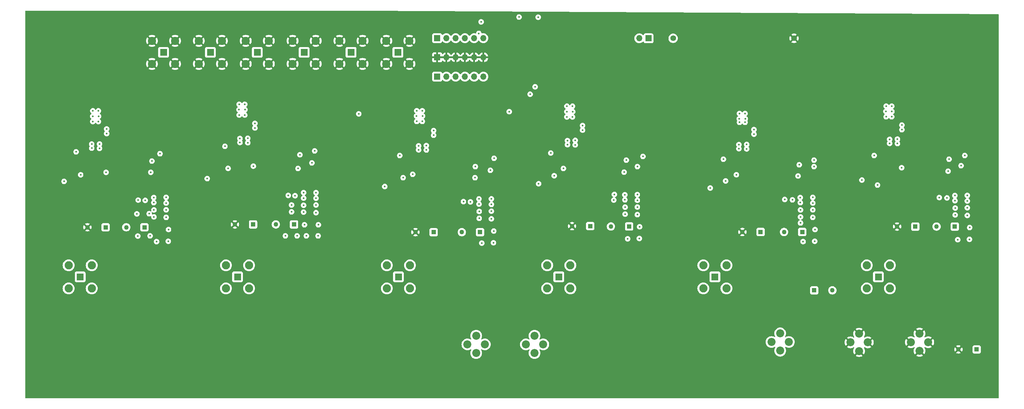
<source format=gbr>
%TF.GenerationSoftware,KiCad,Pcbnew,8.0.5*%
%TF.CreationDate,2024-11-15T20:54:05-05:00*%
%TF.ProjectId,amp_board_final,616d705f-626f-4617-9264-5f66696e616c,rev?*%
%TF.SameCoordinates,Original*%
%TF.FileFunction,Copper,L2,Inr*%
%TF.FilePolarity,Positive*%
%FSLAX46Y46*%
G04 Gerber Fmt 4.6, Leading zero omitted, Abs format (unit mm)*
G04 Created by KiCad (PCBNEW 8.0.5) date 2024-11-15 20:54:05*
%MOMM*%
%LPD*%
G01*
G04 APERTURE LIST*
%TA.AperFunction,ComponentPad*%
%ADD10C,2.209800*%
%TD*%
%TA.AperFunction,ComponentPad*%
%ADD11R,1.275000X1.275000*%
%TD*%
%TA.AperFunction,ComponentPad*%
%ADD12C,1.275000*%
%TD*%
%TA.AperFunction,ComponentPad*%
%ADD13R,1.950000X1.950000*%
%TD*%
%TA.AperFunction,ComponentPad*%
%ADD14C,2.250000*%
%TD*%
%TA.AperFunction,ComponentPad*%
%ADD15R,1.700000X1.700000*%
%TD*%
%TA.AperFunction,ComponentPad*%
%ADD16O,1.700000X1.700000*%
%TD*%
%TA.AperFunction,ComponentPad*%
%ADD17C,1.575000*%
%TD*%
%TA.AperFunction,ViaPad*%
%ADD18C,0.508000*%
%TD*%
G04 APERTURE END LIST*
D10*
%TO.N,GND*%
%TO.C,J8*%
X154381200Y-103924100D03*
X154381200Y-108699300D03*
X156768800Y-106311700D03*
X151993600Y-106311700D03*
%TD*%
D11*
%TO.N,HV*%
%TO.C,C22*%
X47230000Y-74090000D03*
D12*
%TO.N,GND*%
X42230000Y-74090000D03*
%TD*%
D11*
%TO.N,HV*%
%TO.C,C10*%
X139398469Y-75438000D03*
D12*
%TO.N,GND*%
X134398469Y-75438000D03*
%TD*%
D11*
%TO.N,HV*%
%TO.C,C2*%
X231180000Y-91440000D03*
D12*
%TO.N,GND*%
X236180000Y-91440000D03*
%TD*%
D13*
%TO.N,input_5a*%
%TO.C,J13*%
X248818400Y-87731600D03*
D14*
%TO.N,input_5b*%
X245643400Y-84556600D03*
X245643400Y-90906600D03*
X251993400Y-90906600D03*
X251993400Y-84556600D03*
%TD*%
D10*
%TO.N,GND*%
%TO.C,J4*%
X138328400Y-103924100D03*
X138328400Y-108699300D03*
X140716000Y-106311700D03*
X135940800Y-106311700D03*
%TD*%
%TO.N,HV*%
%TO.C,J2*%
X221843600Y-103263700D03*
X221843600Y-108038900D03*
X224231200Y-105651300D03*
X219456000Y-105651300D03*
%TD*%
D15*
%TO.N,output_0*%
%TO.C,J23*%
X127609600Y-22047200D03*
D16*
%TO.N,output_1*%
X130149600Y-22047200D03*
%TO.N,output_2*%
X132689600Y-22047200D03*
%TO.N,output_3*%
X135229600Y-22047200D03*
%TO.N,output_4*%
X137769600Y-22047200D03*
%TO.N,output_5*%
X140309600Y-22047200D03*
%TD*%
D13*
%TO.N,input_1a*%
%TO.C,J5*%
X72796400Y-87731600D03*
D14*
%TO.N,input_1b*%
X69621400Y-84556600D03*
X69621400Y-90906600D03*
X75971400Y-90906600D03*
X75971400Y-84556600D03*
%TD*%
D13*
%TO.N,input_4a*%
%TO.C,J11*%
X203911200Y-87731600D03*
D14*
%TO.N,input_4b*%
X200736200Y-84556600D03*
X200736200Y-90906600D03*
X207086200Y-90906600D03*
X207086200Y-84556600D03*
%TD*%
D15*
%TO.N,GND*%
%TO.C,J12*%
X127630000Y-32630000D03*
D16*
X130170000Y-32630000D03*
X132710000Y-32630000D03*
X135250000Y-32630000D03*
X137790000Y-32630000D03*
X140330000Y-32630000D03*
%TD*%
D13*
%TO.N,input_3a*%
%TO.C,J9*%
X161036000Y-87731600D03*
D14*
%TO.N,input_3b*%
X157861000Y-84556600D03*
X157861000Y-90906600D03*
X164211000Y-90906600D03*
X164211000Y-84556600D03*
%TD*%
D15*
%TO.N,Net-(J10-Pin_1)*%
%TO.C,J10*%
X185679000Y-22098000D03*
D16*
%TO.N,output_0*%
X183139000Y-22098000D03*
%TD*%
D13*
%TO.N,output_3*%
%TO.C,J18*%
X91094560Y-25958800D03*
D14*
%TO.N,VSS*%
X94269560Y-29133800D03*
X94269560Y-22783800D03*
X87919560Y-22783800D03*
X87919560Y-29133800D03*
%TD*%
D13*
%TO.N,output_0*%
%TO.C,J15*%
X52476400Y-25958800D03*
D14*
%TO.N,VSS*%
X49301400Y-22783800D03*
X49301400Y-29133800D03*
X55651400Y-29133800D03*
X55651400Y-22783800D03*
%TD*%
D13*
%TO.N,output_2*%
%TO.C,J17*%
X78221840Y-25958800D03*
D14*
%TO.N,VSS*%
X81396840Y-29133800D03*
X81396840Y-22783800D03*
X75046840Y-22783800D03*
X75046840Y-29133800D03*
%TD*%
D15*
%TO.N,VSS*%
%TO.C,J21*%
X127630000Y-27338600D03*
D16*
X130170000Y-27338600D03*
X132710000Y-27338600D03*
X135250000Y-27338600D03*
X137790000Y-27338600D03*
X140330000Y-27338600D03*
%TD*%
D10*
%TO.N,VSS*%
%TO.C,J6*%
X260134100Y-103327200D03*
X260134100Y-108102400D03*
X262521700Y-105714800D03*
X257746500Y-105714800D03*
%TD*%
D13*
%TO.N,input_2a*%
%TO.C,J7*%
X116992400Y-87731600D03*
D14*
%TO.N,input_2b*%
X113817400Y-84556600D03*
X113817400Y-90906600D03*
X120167400Y-90906600D03*
X120167400Y-84556600D03*
%TD*%
D11*
%TO.N,GND*%
%TO.C,C50*%
X216458800Y-75387200D03*
D12*
%TO.N,VSS*%
X211458800Y-75387200D03*
%TD*%
D11*
%TO.N,GND*%
%TO.C,C44*%
X169672000Y-73761600D03*
D12*
%TO.N,VSS*%
X164672000Y-73761600D03*
%TD*%
D13*
%TO.N,output_5*%
%TO.C,J20*%
X116840000Y-25958800D03*
D14*
%TO.N,VSS*%
X120015000Y-29133800D03*
X120015000Y-22783800D03*
X113665000Y-22783800D03*
X113665000Y-29133800D03*
%TD*%
D11*
%TO.N,GND*%
%TO.C,C52*%
X258950000Y-73890000D03*
D12*
%TO.N,VSS*%
X253950000Y-73890000D03*
%TD*%
D17*
%TO.N,Net-(J10-Pin_1)*%
%TO.C,R1*%
X192442500Y-22098000D03*
%TO.N,VSS*%
X225642500Y-22098000D03*
%TD*%
D13*
%TO.N,output_4*%
%TO.C,J19*%
X103967280Y-25958800D03*
D14*
%TO.N,VSS*%
X107142280Y-29133800D03*
X107142280Y-22783800D03*
X100792280Y-22783800D03*
X100792280Y-29133800D03*
%TD*%
D11*
%TO.N,GND*%
%TO.C,C48*%
X36560000Y-74090000D03*
D12*
%TO.N,VSS*%
X31560000Y-74090000D03*
%TD*%
D11*
%TO.N,GND*%
%TO.C,C40*%
X275804000Y-107696000D03*
D12*
%TO.N,VSS*%
X270804000Y-107696000D03*
%TD*%
D10*
%TO.N,VSS*%
%TO.C,J1*%
X243535200Y-103365300D03*
X243535200Y-108140500D03*
X245922800Y-105752900D03*
X241147600Y-105752900D03*
%TD*%
D11*
%TO.N,HV*%
%TO.C,C38*%
X269800000Y-73890000D03*
D12*
%TO.N,GND*%
X264800000Y-73890000D03*
%TD*%
D13*
%TO.N,output_1*%
%TO.C,J16*%
X65349120Y-25958800D03*
D14*
%TO.N,VSS*%
X62174120Y-22783800D03*
X62174120Y-29133800D03*
X68524120Y-29133800D03*
X68524120Y-22783800D03*
%TD*%
D11*
%TO.N,HV*%
%TO.C,C34*%
X227899600Y-75387200D03*
D12*
%TO.N,GND*%
X222899600Y-75387200D03*
%TD*%
D11*
%TO.N,GND*%
%TO.C,C46*%
X77070000Y-73300000D03*
D12*
%TO.N,VSS*%
X72070000Y-73300000D03*
%TD*%
D11*
%TO.N,HV*%
%TO.C,C26*%
X88310000Y-73300000D03*
D12*
%TO.N,GND*%
X83310000Y-73300000D03*
%TD*%
D11*
%TO.N,HV*%
%TO.C,C14*%
X180350800Y-73863200D03*
D12*
%TO.N,GND*%
X175350800Y-73863200D03*
%TD*%
D11*
%TO.N,GND*%
%TO.C,C42*%
X126655200Y-75438000D03*
D12*
%TO.N,VSS*%
X121655200Y-75438000D03*
%TD*%
D13*
%TO.N,input_0a*%
%TO.C,J3*%
X29571100Y-87731600D03*
D14*
%TO.N,input_0b*%
X26396100Y-84556600D03*
X26396100Y-90906600D03*
X32746100Y-90906600D03*
X32746100Y-84556600D03*
%TD*%
D18*
%TO.N,VSS*%
X273853600Y-52939000D03*
X278765000Y-51943000D03*
X277562000Y-52939000D03*
X278765000Y-49784000D03*
X275682400Y-52989800D03*
X278762000Y-50800000D03*
X237490000Y-53340000D03*
X232578600Y-54336000D03*
X237490000Y-51181000D03*
X236287000Y-54336000D03*
X234407400Y-54386800D03*
X237487000Y-52197000D03*
X188281000Y-53193000D03*
X186401400Y-53243800D03*
X189484000Y-50038000D03*
X184572600Y-53193000D03*
X189484000Y-52197000D03*
X189481000Y-51054000D03*
X149225000Y-53213000D03*
X146142400Y-54259800D03*
X149225000Y-51054000D03*
X149222000Y-52070000D03*
X144313600Y-54209000D03*
X148022000Y-54209000D03*
X100457000Y-51308000D03*
X100454000Y-50165000D03*
X100457000Y-49149000D03*
X99254000Y-52304000D03*
X97374400Y-52354800D03*
X95545600Y-52304000D03*
X59563000Y-52324000D03*
X59560000Y-51181000D03*
X59563000Y-50165000D03*
X54651600Y-53320000D03*
X56480400Y-53370800D03*
X58360000Y-53320000D03*
%TO.N,input_0b*%
X25146000Y-61468000D03*
%TO.N,input_1b*%
X64465200Y-60706000D03*
%TO.N,input_2b*%
X113233200Y-62890400D03*
%TO.N,input_3b*%
X155498800Y-62128400D03*
%TO.N,input_4b*%
X202641200Y-63296800D03*
%TO.N,input_5b*%
X244297200Y-61112400D03*
%TO.N,output_1*%
X77127100Y-57264300D03*
X155382078Y-16306800D03*
X69329800Y-51816000D03*
X93218000Y-56388000D03*
%TO.N,HV*%
X122529600Y-52781200D03*
X34569400Y-45008800D03*
X182600600Y-68503800D03*
X230784400Y-69265800D03*
X88595200Y-65405000D03*
X73202800Y-41732200D03*
X77571600Y-45491400D03*
X121970800Y-43484800D03*
X182600600Y-70612000D03*
X267665200Y-66014600D03*
X227431600Y-69316600D03*
X53187600Y-69265800D03*
X36855400Y-48310800D03*
X231419400Y-74701400D03*
X269824200Y-65354200D03*
X250901200Y-42214800D03*
X273812000Y-77393800D03*
X47447200Y-66700400D03*
X182600600Y-66649600D03*
X48514000Y-70358000D03*
X89154000Y-76454000D03*
X73253600Y-43205400D03*
X230784400Y-71374000D03*
X34874200Y-51155600D03*
X214630000Y-48463200D03*
X48768000Y-76454000D03*
X32994600Y-43535600D03*
X250952000Y-43688000D03*
X273253200Y-68732400D03*
X32740600Y-51206400D03*
X210667600Y-42773600D03*
X182600600Y-65100200D03*
X136779000Y-67106800D03*
X163271200Y-40792400D03*
X142519400Y-66268600D03*
X75590400Y-50825400D03*
X124663200Y-51612800D03*
X139090400Y-66294000D03*
X90932000Y-69926200D03*
X273253200Y-70840600D03*
X265557000Y-65913000D03*
X49834800Y-71221600D03*
X179171600Y-65125600D03*
X75590400Y-49606200D03*
X50546000Y-78028800D03*
X34620200Y-43535600D03*
X139166600Y-69723000D03*
X227431600Y-71221600D03*
X210616800Y-44246800D03*
X255270000Y-45974000D03*
X273253200Y-65328800D03*
X270611600Y-77495400D03*
X163220400Y-42265600D03*
X87630000Y-67945000D03*
X251917200Y-51003200D03*
X91694000Y-76454000D03*
X86741000Y-65328800D03*
X225196400Y-66548000D03*
X94361000Y-64566800D03*
X73456800Y-50774600D03*
X142519400Y-69672200D03*
X269849600Y-66776600D03*
X45415200Y-76504800D03*
X210667600Y-45212000D03*
X126644400Y-47498000D03*
X94361000Y-70078600D03*
X252476000Y-43688000D03*
X230784400Y-65862200D03*
X254050800Y-51054000D03*
X139877800Y-78435200D03*
X179197000Y-66548000D03*
X53822600Y-74701400D03*
X122021600Y-44958000D03*
X33045400Y-42062400D03*
X73456800Y-49657000D03*
X163423600Y-50241200D03*
X34569400Y-42062400D03*
X176301400Y-65049400D03*
X32740600Y-52324000D03*
X34874200Y-52374800D03*
X94919800Y-76454000D03*
X214630000Y-47193200D03*
X231343200Y-77927200D03*
X163423600Y-51358800D03*
X227355400Y-65887600D03*
X45161200Y-70408800D03*
X212242400Y-44246800D03*
X183159400Y-77165200D03*
X212648800Y-51308000D03*
X273253200Y-66878200D03*
X87630000Y-69850000D03*
X90932000Y-64541400D03*
X227380800Y-67310000D03*
X252476000Y-40741600D03*
X165557200Y-50190400D03*
X139166600Y-71628000D03*
X165557200Y-51409600D03*
X228142800Y-78028800D03*
X123596400Y-43484800D03*
X176149000Y-66624200D03*
X250952000Y-40741600D03*
X49834800Y-69316600D03*
X142519400Y-71780400D03*
X73253600Y-40259000D03*
X91186000Y-73406000D03*
X142519400Y-67818000D03*
X164795200Y-40792400D03*
X212191600Y-42773600D03*
X252526800Y-42214800D03*
X94361000Y-67970400D03*
X53187600Y-71374000D03*
X94996000Y-73406000D03*
X123545600Y-44958000D03*
X269900400Y-70688200D03*
X255270000Y-47244000D03*
X251917200Y-49885600D03*
X164846000Y-42265600D03*
X134848600Y-67030600D03*
X33045400Y-45008800D03*
X126644400Y-48768000D03*
X179959000Y-77266800D03*
X77571600Y-46761400D03*
X210515200Y-51358800D03*
X143078200Y-78333600D03*
X230784400Y-67411600D03*
X164795200Y-43738800D03*
X179247800Y-70459600D03*
X212648800Y-52527200D03*
X85928200Y-76454000D03*
X122021600Y-42011600D03*
X179247800Y-68554600D03*
X49784000Y-67310000D03*
X212191600Y-45212000D03*
X124663200Y-52832000D03*
X139115800Y-67716400D03*
X210515200Y-52476400D03*
X74777600Y-43205400D03*
X74777600Y-40259000D03*
X74828400Y-41732200D03*
X167538400Y-46075600D03*
X90932000Y-68021200D03*
X90957400Y-66065400D03*
X53746400Y-77927200D03*
X183235600Y-73939400D03*
X254050800Y-49834800D03*
X223088200Y-66446400D03*
X36855400Y-47040800D03*
X53187600Y-65862200D03*
X94361000Y-66116200D03*
X49758600Y-65887600D03*
X123545600Y-42011600D03*
X227431600Y-72898000D03*
X273888200Y-74168000D03*
X122529600Y-51663600D03*
X45516800Y-66624200D03*
X163271200Y-43738800D03*
X269900400Y-68783200D03*
X143154400Y-75107800D03*
X53187600Y-67411600D03*
X167538400Y-47345600D03*
%TO.N,output_0*%
X28448000Y-53340000D03*
X51485800Y-53848000D03*
X36703000Y-58978800D03*
%TO.N,output_2*%
X106070400Y-42875200D03*
X142240000Y-58420000D03*
X120904000Y-59519691D03*
X150114000Y-16256000D03*
X117348000Y-54356000D03*
%TO.N,output_3*%
X162306000Y-57912000D03*
X139700000Y-17576800D03*
X158818741Y-53662742D03*
X147421600Y-42265600D03*
X182626000Y-57404000D03*
%TO.N,output_4*%
X209794577Y-59617394D03*
X206248000Y-55372000D03*
X139067718Y-20749083D03*
X231140000Y-57404000D03*
X153162000Y-37490400D03*
%TO.N,output_5*%
X154533600Y-35458400D03*
X271526000Y-57150000D03*
X247650000Y-54356000D03*
X255219200Y-57708800D03*
%TO.N,/amp_0/output0_mv*%
X48979979Y-58962179D03*
X29692600Y-59639200D03*
%TO.N,/amp_0/output1_mv*%
X70205600Y-57886600D03*
X93980000Y-53086000D03*
X89408000Y-57912000D03*
%TO.N,/amp_1/output2_mv*%
X138023600Y-60452000D03*
X143256000Y-55118000D03*
X118262400Y-60452000D03*
%TO.N,/amp_1/output3_mv*%
X178968400Y-58928000D03*
X184150000Y-54610000D03*
X159766000Y-59893200D03*
%TO.N,/amp_2/output4_mv*%
X226745800Y-59969400D03*
X206836226Y-61330529D03*
X231140000Y-55626000D03*
%TO.N,/amp_2/output5_mv*%
X267959168Y-58663168D03*
X248564400Y-62484000D03*
X272542000Y-54356000D03*
%TO.N,VSS*%
X134264400Y-51206400D03*
X260553200Y-68427600D03*
X77520800Y-66268600D03*
X170078400Y-68224400D03*
X256895600Y-68427600D03*
X34086800Y-69672200D03*
X119100600Y-71932800D03*
X127050800Y-70358000D03*
X32943800Y-68478400D03*
X76784200Y-67487800D03*
X78994000Y-67487800D03*
X175564800Y-50749200D03*
X253873000Y-71094600D03*
X124891800Y-71856600D03*
X258673600Y-68427600D03*
X258826000Y-69799200D03*
X36652200Y-68427600D03*
X132537200Y-51206400D03*
X128828800Y-70307200D03*
X86207600Y-48971200D03*
X130759200Y-71678800D03*
X255371600Y-68427600D03*
X264160000Y-50927000D03*
X215544400Y-70916800D03*
X210337400Y-71018400D03*
X252095000Y-71094600D03*
X224688400Y-50444400D03*
X32943800Y-67106800D03*
X43611800Y-50495200D03*
X38125400Y-69646800D03*
X43561000Y-52070000D03*
X71043800Y-68884800D03*
X131572000Y-67411600D03*
X214020400Y-67005200D03*
X30429200Y-68326000D03*
X175514000Y-49123600D03*
X88138000Y-50546000D03*
X30429200Y-71043800D03*
X34874200Y-68427600D03*
X222808800Y-52019200D03*
X125577600Y-69138800D03*
X132689600Y-67411600D03*
X127050800Y-71729600D03*
X164592000Y-71374000D03*
X260604000Y-69799200D03*
X119888000Y-69189600D03*
X219252800Y-70866000D03*
X36220400Y-70967600D03*
X171958000Y-68275200D03*
X72821800Y-67462400D03*
X45389800Y-52120800D03*
X119100600Y-70561200D03*
X166776400Y-65735200D03*
X39903400Y-69596000D03*
X121031000Y-71882000D03*
X41833800Y-70967600D03*
X163118800Y-67106800D03*
X251993400Y-68427600D03*
X45339000Y-50495200D03*
X255422400Y-69799200D03*
X134315200Y-52832000D03*
X166624000Y-68427600D03*
X221030800Y-50393600D03*
X251714000Y-67310000D03*
X217322400Y-69494400D03*
X123799600Y-69138800D03*
X212090000Y-72644000D03*
X224688400Y-51968400D03*
X266039600Y-50901600D03*
X77470000Y-64947800D03*
X84480400Y-48971200D03*
X127050800Y-67360800D03*
X256895600Y-69799200D03*
X32359600Y-70993000D03*
X266039600Y-49377600D03*
X71882000Y-66294000D03*
X264109200Y-49326800D03*
X38125400Y-71018400D03*
X120878600Y-70510400D03*
X262331200Y-50901600D03*
X255371600Y-65938400D03*
X210362800Y-67005200D03*
X128981200Y-71678800D03*
X136194800Y-51257200D03*
X253492000Y-65887600D03*
X210312000Y-72644000D03*
X212115400Y-71018400D03*
X47269400Y-52070000D03*
X34137600Y-70993000D03*
X177444400Y-49174400D03*
X36169600Y-69646800D03*
X210185000Y-69646800D03*
X214147400Y-69672200D03*
X252145800Y-69799200D03*
X163118800Y-65735200D03*
X76835000Y-68808600D03*
X75590400Y-64897000D03*
X214198200Y-70993000D03*
X164541200Y-68453000D03*
X47269400Y-50546000D03*
X166674800Y-69748400D03*
X121869200Y-69189600D03*
X217474800Y-70866000D03*
X30429200Y-66954400D03*
X173736000Y-50698400D03*
X119888000Y-67818000D03*
X256844800Y-71094600D03*
X80772000Y-67437000D03*
X30429200Y-69672200D03*
X74752200Y-68834000D03*
X162814000Y-71374000D03*
X74701400Y-67513200D03*
X164896800Y-65684400D03*
X165049200Y-67056000D03*
X253644400Y-67259200D03*
X34721800Y-67056000D03*
X260553200Y-71094600D03*
X82651600Y-67487800D03*
X71882000Y-65024000D03*
X73812400Y-64947800D03*
X215544400Y-69545200D03*
X262382000Y-49326800D03*
X122758200Y-70561200D03*
X222758000Y-50393600D03*
X251714000Y-65938400D03*
X168300400Y-69646800D03*
X258775200Y-71094600D03*
X130708400Y-70358000D03*
X164592000Y-69773800D03*
X78994000Y-68859400D03*
X124841000Y-70535800D03*
X210362800Y-68376800D03*
X172008800Y-69596000D03*
X219202000Y-69545200D03*
X84429600Y-50546000D03*
X255371600Y-71094600D03*
X214071200Y-68326000D03*
X125526800Y-67818000D03*
X220980000Y-51968400D03*
X212293200Y-68326000D03*
X168300400Y-68275200D03*
X71043800Y-67513200D03*
X253923800Y-69799200D03*
X122809000Y-71882000D03*
X136194800Y-52781200D03*
X73812400Y-66319400D03*
X121869200Y-67818000D03*
X41783000Y-69646800D03*
X132486400Y-52781200D03*
X255422400Y-67259200D03*
X72974200Y-68834000D03*
X36601400Y-67106800D03*
X82702400Y-68808600D03*
X212064600Y-69697600D03*
X177444400Y-50698400D03*
X123647200Y-67767200D03*
X166827200Y-67056000D03*
X80924400Y-68808600D03*
X32207200Y-69621400D03*
X212140800Y-66954400D03*
X170230800Y-69596000D03*
X173786800Y-49123600D03*
X40055800Y-70967600D03*
X253873000Y-68427600D03*
X75742800Y-66268600D03*
X162814000Y-69773800D03*
X86258400Y-50596800D03*
X88138000Y-49022000D03*
X162661600Y-68402200D03*
%TO.N,GND*%
X268224000Y-55372000D03*
X179578000Y-55626000D03*
X49276000Y-55880000D03*
X227076000Y-56896000D03*
X89916000Y-54127400D03*
X138099800Y-57404000D03*
%TD*%
%TA.AperFunction,Conductor*%
%TO.N,VSS*%
G36*
X129704075Y-27145607D02*
G01*
X129670000Y-27272774D01*
X129670000Y-27404426D01*
X129704075Y-27531593D01*
X129736988Y-27588600D01*
X128063012Y-27588600D01*
X128095925Y-27531593D01*
X128130000Y-27404426D01*
X128130000Y-27272774D01*
X128095925Y-27145607D01*
X128063012Y-27088600D01*
X129736988Y-27088600D01*
X129704075Y-27145607D01*
G37*
%TD.AperFunction*%
%TA.AperFunction,Conductor*%
G36*
X132244075Y-27145607D02*
G01*
X132210000Y-27272774D01*
X132210000Y-27404426D01*
X132244075Y-27531593D01*
X132276988Y-27588600D01*
X130603012Y-27588600D01*
X130635925Y-27531593D01*
X130670000Y-27404426D01*
X130670000Y-27272774D01*
X130635925Y-27145607D01*
X130603012Y-27088600D01*
X132276988Y-27088600D01*
X132244075Y-27145607D01*
G37*
%TD.AperFunction*%
%TA.AperFunction,Conductor*%
G36*
X134784075Y-27145607D02*
G01*
X134750000Y-27272774D01*
X134750000Y-27404426D01*
X134784075Y-27531593D01*
X134816988Y-27588600D01*
X133143012Y-27588600D01*
X133175925Y-27531593D01*
X133210000Y-27404426D01*
X133210000Y-27272774D01*
X133175925Y-27145607D01*
X133143012Y-27088600D01*
X134816988Y-27088600D01*
X134784075Y-27145607D01*
G37*
%TD.AperFunction*%
%TA.AperFunction,Conductor*%
G36*
X137324075Y-27145607D02*
G01*
X137290000Y-27272774D01*
X137290000Y-27404426D01*
X137324075Y-27531593D01*
X137356988Y-27588600D01*
X135683012Y-27588600D01*
X135715925Y-27531593D01*
X135750000Y-27404426D01*
X135750000Y-27272774D01*
X135715925Y-27145607D01*
X135683012Y-27088600D01*
X137356988Y-27088600D01*
X137324075Y-27145607D01*
G37*
%TD.AperFunction*%
%TA.AperFunction,Conductor*%
G36*
X139864075Y-27145607D02*
G01*
X139830000Y-27272774D01*
X139830000Y-27404426D01*
X139864075Y-27531593D01*
X139896988Y-27588600D01*
X138223012Y-27588600D01*
X138255925Y-27531593D01*
X138290000Y-27404426D01*
X138290000Y-27272774D01*
X138255925Y-27145607D01*
X138223012Y-27088600D01*
X139896988Y-27088600D01*
X139864075Y-27145607D01*
G37*
%TD.AperFunction*%
%TA.AperFunction,Conductor*%
G36*
X108670462Y-14500502D02*
G01*
X109035501Y-14502431D01*
X281713362Y-15415341D01*
X281780290Y-15435378D01*
X281825765Y-15488424D01*
X281836700Y-15539338D01*
X281836700Y-121026700D01*
X281817015Y-121093739D01*
X281764211Y-121139494D01*
X281712700Y-121150700D01*
X14624500Y-121150700D01*
X14557461Y-121131015D01*
X14511706Y-121078211D01*
X14500500Y-121026700D01*
X14500500Y-106311700D01*
X134330436Y-106311700D01*
X134350261Y-106563612D01*
X134409252Y-106809330D01*
X134505954Y-107042790D01*
X134637984Y-107258242D01*
X134637985Y-107258244D01*
X134637986Y-107258246D01*
X134637988Y-107258248D01*
X134802101Y-107450399D01*
X134994252Y-107614512D01*
X134994254Y-107614513D01*
X134994255Y-107614514D01*
X134994257Y-107614515D01*
X135209709Y-107746545D01*
X135443169Y-107843247D01*
X135504598Y-107857994D01*
X135688884Y-107902238D01*
X135940800Y-107922064D01*
X136192716Y-107902238D01*
X136438430Y-107843247D01*
X136671890Y-107746545D01*
X136803987Y-107665595D01*
X136871431Y-107647351D01*
X136938034Y-107668467D01*
X136982648Y-107722239D01*
X136991108Y-107791594D01*
X136974504Y-107836112D01*
X136893553Y-107968211D01*
X136796852Y-108201669D01*
X136737861Y-108447387D01*
X136718036Y-108699300D01*
X136737861Y-108951212D01*
X136796852Y-109196930D01*
X136893554Y-109430390D01*
X137025584Y-109645842D01*
X137025585Y-109645844D01*
X137025586Y-109645846D01*
X137025588Y-109645848D01*
X137189701Y-109837999D01*
X137381852Y-110002112D01*
X137381854Y-110002113D01*
X137381855Y-110002114D01*
X137381857Y-110002115D01*
X137597309Y-110134145D01*
X137830769Y-110230847D01*
X137892198Y-110245594D01*
X138076484Y-110289838D01*
X138328400Y-110309664D01*
X138580316Y-110289838D01*
X138826030Y-110230847D01*
X139059490Y-110134145D01*
X139274948Y-110002112D01*
X139467099Y-109837999D01*
X139631212Y-109645848D01*
X139763245Y-109430390D01*
X139859947Y-109196930D01*
X139918938Y-108951216D01*
X139938764Y-108699300D01*
X139918938Y-108447384D01*
X139874694Y-108263098D01*
X139859947Y-108201669D01*
X139763245Y-107968209D01*
X139682296Y-107836113D01*
X139664051Y-107768667D01*
X139685167Y-107702065D01*
X139738939Y-107657451D01*
X139808295Y-107648991D01*
X139852813Y-107665596D01*
X139984909Y-107746545D01*
X140218369Y-107843247D01*
X140279798Y-107857994D01*
X140464084Y-107902238D01*
X140716000Y-107922064D01*
X140967916Y-107902238D01*
X141213630Y-107843247D01*
X141447090Y-107746545D01*
X141662548Y-107614512D01*
X141854699Y-107450399D01*
X142018812Y-107258248D01*
X142150845Y-107042790D01*
X142247547Y-106809330D01*
X142306538Y-106563616D01*
X142326364Y-106311700D01*
X150383236Y-106311700D01*
X150403061Y-106563612D01*
X150462052Y-106809330D01*
X150558754Y-107042790D01*
X150690784Y-107258242D01*
X150690785Y-107258244D01*
X150690786Y-107258246D01*
X150690788Y-107258248D01*
X150854901Y-107450399D01*
X151047052Y-107614512D01*
X151047054Y-107614513D01*
X151047055Y-107614514D01*
X151047057Y-107614515D01*
X151262509Y-107746545D01*
X151495969Y-107843247D01*
X151557398Y-107857994D01*
X151741684Y-107902238D01*
X151993600Y-107922064D01*
X152245516Y-107902238D01*
X152491230Y-107843247D01*
X152724690Y-107746545D01*
X152856787Y-107665595D01*
X152924231Y-107647351D01*
X152990834Y-107668467D01*
X153035448Y-107722239D01*
X153043908Y-107791594D01*
X153027304Y-107836112D01*
X152946353Y-107968211D01*
X152849652Y-108201669D01*
X152790661Y-108447387D01*
X152770836Y-108699300D01*
X152790661Y-108951212D01*
X152849652Y-109196930D01*
X152946354Y-109430390D01*
X153078384Y-109645842D01*
X153078385Y-109645844D01*
X153078386Y-109645846D01*
X153078388Y-109645848D01*
X153242501Y-109837999D01*
X153434652Y-110002112D01*
X153434654Y-110002113D01*
X153434655Y-110002114D01*
X153434657Y-110002115D01*
X153650109Y-110134145D01*
X153883569Y-110230847D01*
X153944998Y-110245594D01*
X154129284Y-110289838D01*
X154381200Y-110309664D01*
X154633116Y-110289838D01*
X154878830Y-110230847D01*
X155112290Y-110134145D01*
X155327748Y-110002112D01*
X155519899Y-109837999D01*
X155684012Y-109645848D01*
X155816045Y-109430390D01*
X155912747Y-109196930D01*
X155971738Y-108951216D01*
X155991564Y-108699300D01*
X155971738Y-108447384D01*
X155927494Y-108263098D01*
X155912747Y-108201669D01*
X155816045Y-107968209D01*
X155735096Y-107836113D01*
X155716851Y-107768667D01*
X155737967Y-107702065D01*
X155791739Y-107657451D01*
X155861095Y-107648991D01*
X155905613Y-107665596D01*
X156037709Y-107746545D01*
X156271169Y-107843247D01*
X156332598Y-107857994D01*
X156516884Y-107902238D01*
X156768800Y-107922064D01*
X157020716Y-107902238D01*
X157266430Y-107843247D01*
X157499890Y-107746545D01*
X157715348Y-107614512D01*
X157907499Y-107450399D01*
X158071612Y-107258248D01*
X158203645Y-107042790D01*
X158300347Y-106809330D01*
X158359338Y-106563616D01*
X158379164Y-106311700D01*
X158359338Y-106059784D01*
X158306712Y-105840580D01*
X158300347Y-105814069D01*
X158232926Y-105651300D01*
X217845636Y-105651300D01*
X217865461Y-105903212D01*
X217924452Y-106148930D01*
X218021154Y-106382390D01*
X218153184Y-106597842D01*
X218153185Y-106597844D01*
X218153186Y-106597846D01*
X218153188Y-106597848D01*
X218317301Y-106789999D01*
X218509452Y-106954112D01*
X218509454Y-106954113D01*
X218509455Y-106954114D01*
X218509457Y-106954115D01*
X218724909Y-107086145D01*
X218958369Y-107182847D01*
X219001422Y-107193183D01*
X219204084Y-107241838D01*
X219456000Y-107261664D01*
X219707916Y-107241838D01*
X219953630Y-107182847D01*
X220187090Y-107086145D01*
X220319187Y-107005195D01*
X220386631Y-106986951D01*
X220453234Y-107008067D01*
X220497848Y-107061839D01*
X220506308Y-107131194D01*
X220489704Y-107175712D01*
X220408753Y-107307811D01*
X220312052Y-107541269D01*
X220253061Y-107786987D01*
X220233236Y-108038900D01*
X220253061Y-108290812D01*
X220312052Y-108536530D01*
X220408754Y-108769990D01*
X220540784Y-108985442D01*
X220540785Y-108985444D01*
X220540786Y-108985446D01*
X220540788Y-108985448D01*
X220704901Y-109177599D01*
X220897052Y-109341712D01*
X220897054Y-109341713D01*
X220897055Y-109341714D01*
X220897057Y-109341715D01*
X221112509Y-109473745D01*
X221345969Y-109570447D01*
X221407398Y-109585194D01*
X221591684Y-109629438D01*
X221843600Y-109649264D01*
X222095516Y-109629438D01*
X222341230Y-109570447D01*
X222574690Y-109473745D01*
X222790148Y-109341712D01*
X222982299Y-109177599D01*
X223146412Y-108985448D01*
X223278445Y-108769990D01*
X223375147Y-108536530D01*
X223434138Y-108290816D01*
X223453964Y-108038900D01*
X223434138Y-107786984D01*
X223375147Y-107541270D01*
X223349588Y-107479563D01*
X223278445Y-107307809D01*
X223197496Y-107175713D01*
X223179251Y-107108267D01*
X223200367Y-107041665D01*
X223254139Y-106997051D01*
X223323495Y-106988591D01*
X223368013Y-107005196D01*
X223500109Y-107086145D01*
X223733569Y-107182847D01*
X223776622Y-107193183D01*
X223979284Y-107241838D01*
X224231200Y-107261664D01*
X224483116Y-107241838D01*
X224728830Y-107182847D01*
X224962290Y-107086145D01*
X225177748Y-106954112D01*
X225369899Y-106789999D01*
X225534012Y-106597848D01*
X225666045Y-106382390D01*
X225762747Y-106148930D01*
X225821738Y-105903216D01*
X225833568Y-105752900D01*
X239537737Y-105752900D01*
X239557556Y-106004735D01*
X239616527Y-106250370D01*
X239713199Y-106483758D01*
X239845192Y-106699152D01*
X239846390Y-106700555D01*
X240392795Y-106154150D01*
X240393542Y-106155952D01*
X240486663Y-106295317D01*
X240605183Y-106413837D01*
X240744548Y-106506958D01*
X240746347Y-106507703D01*
X240199943Y-107054108D01*
X240199943Y-107054109D01*
X240201343Y-107055305D01*
X240201350Y-107055310D01*
X240416738Y-107187299D01*
X240650129Y-107283972D01*
X240895765Y-107342943D01*
X240895764Y-107342943D01*
X241147600Y-107362762D01*
X241399435Y-107342943D01*
X241645070Y-107283972D01*
X241878463Y-107187298D01*
X242012298Y-107105284D01*
X242079744Y-107087039D01*
X242146346Y-107108155D01*
X242190960Y-107161927D01*
X242199420Y-107231283D01*
X242182816Y-107275800D01*
X242100801Y-107409638D01*
X242004127Y-107643029D01*
X241945156Y-107888664D01*
X241925337Y-108140500D01*
X241945156Y-108392335D01*
X242004127Y-108637970D01*
X242100799Y-108871358D01*
X242232792Y-109086752D01*
X242233990Y-109088155D01*
X242780395Y-108541749D01*
X242781142Y-108543552D01*
X242874263Y-108682917D01*
X242992783Y-108801437D01*
X243132148Y-108894558D01*
X243133948Y-108895303D01*
X242587543Y-109441708D01*
X242587543Y-109441709D01*
X242588943Y-109442905D01*
X242588950Y-109442910D01*
X242804338Y-109574899D01*
X243037729Y-109671572D01*
X243283365Y-109730543D01*
X243283364Y-109730543D01*
X243535200Y-109750362D01*
X243787035Y-109730543D01*
X244032670Y-109671572D01*
X244266058Y-109574900D01*
X244481456Y-109442904D01*
X244482855Y-109441708D01*
X244482856Y-109441708D01*
X243936451Y-108895303D01*
X243938252Y-108894558D01*
X244077617Y-108801437D01*
X244196137Y-108682917D01*
X244289258Y-108543552D01*
X244290003Y-108541751D01*
X244836408Y-109088156D01*
X244836408Y-109088155D01*
X244837604Y-109086756D01*
X244969600Y-108871358D01*
X245066272Y-108637970D01*
X245125243Y-108392335D01*
X245145062Y-108140500D01*
X245125243Y-107888664D01*
X245066272Y-107643029D01*
X244969600Y-107409641D01*
X244887583Y-107275801D01*
X244869339Y-107208355D01*
X244890456Y-107141752D01*
X244944227Y-107097139D01*
X245013583Y-107088679D01*
X245058101Y-107105283D01*
X245191941Y-107187300D01*
X245425329Y-107283972D01*
X245670965Y-107342943D01*
X245670964Y-107342943D01*
X245922800Y-107362762D01*
X246174635Y-107342943D01*
X246420270Y-107283972D01*
X246653658Y-107187300D01*
X246869056Y-107055304D01*
X246870455Y-107054108D01*
X246870456Y-107054108D01*
X246324051Y-106507703D01*
X246325852Y-106506958D01*
X246465217Y-106413837D01*
X246583737Y-106295317D01*
X246676858Y-106155952D01*
X246677603Y-106154151D01*
X247224008Y-106700556D01*
X247224008Y-106700555D01*
X247225204Y-106699156D01*
X247357200Y-106483758D01*
X247453872Y-106250370D01*
X247512843Y-106004735D01*
X247532662Y-105752900D01*
X247529664Y-105714800D01*
X256136637Y-105714800D01*
X256156456Y-105966635D01*
X256215427Y-106212270D01*
X256312099Y-106445658D01*
X256444092Y-106661052D01*
X256445290Y-106662455D01*
X256991695Y-106116050D01*
X256992442Y-106117852D01*
X257085563Y-106257217D01*
X257204083Y-106375737D01*
X257343448Y-106468858D01*
X257345247Y-106469603D01*
X256798843Y-107016008D01*
X256798843Y-107016009D01*
X256800243Y-107017205D01*
X256800250Y-107017210D01*
X257015638Y-107149199D01*
X257249029Y-107245872D01*
X257494665Y-107304843D01*
X257494664Y-107304843D01*
X257746500Y-107324662D01*
X257998335Y-107304843D01*
X258243970Y-107245872D01*
X258477363Y-107149198D01*
X258611198Y-107067184D01*
X258678644Y-107048939D01*
X258745246Y-107070055D01*
X258789860Y-107123827D01*
X258798320Y-107193183D01*
X258781716Y-107237700D01*
X258699701Y-107371538D01*
X258603027Y-107604929D01*
X258544056Y-107850564D01*
X258524237Y-108102400D01*
X258544056Y-108354235D01*
X258603027Y-108599870D01*
X258699699Y-108833258D01*
X258831692Y-109048652D01*
X258832890Y-109050055D01*
X259379295Y-108503649D01*
X259380042Y-108505452D01*
X259473163Y-108644817D01*
X259591683Y-108763337D01*
X259731048Y-108856458D01*
X259732848Y-108857203D01*
X259186443Y-109403608D01*
X259186443Y-109403609D01*
X259187843Y-109404805D01*
X259187850Y-109404810D01*
X259403238Y-109536799D01*
X259636629Y-109633472D01*
X259882265Y-109692443D01*
X259882264Y-109692443D01*
X260134100Y-109712262D01*
X260385935Y-109692443D01*
X260631570Y-109633472D01*
X260864958Y-109536800D01*
X261080356Y-109404804D01*
X261081755Y-109403608D01*
X261081756Y-109403608D01*
X260535351Y-108857203D01*
X260537152Y-108856458D01*
X260676517Y-108763337D01*
X260795037Y-108644817D01*
X260888158Y-108505452D01*
X260888903Y-108503651D01*
X261435308Y-109050056D01*
X261435308Y-109050055D01*
X261436504Y-109048656D01*
X261568500Y-108833258D01*
X261665172Y-108599870D01*
X261724143Y-108354235D01*
X261743962Y-108102400D01*
X261724143Y-107850564D01*
X261687036Y-107695999D01*
X269661627Y-107695999D01*
X269661627Y-107696000D01*
X269681077Y-107905909D01*
X269681078Y-107905912D01*
X269738766Y-108108668D01*
X269738769Y-108108674D01*
X269832732Y-108297376D01*
X269832733Y-108297379D01*
X269839761Y-108306684D01*
X270382274Y-107764172D01*
X270407963Y-107860044D01*
X270463916Y-107956956D01*
X270543044Y-108036084D01*
X270639956Y-108092037D01*
X270735827Y-108117725D01*
X270196071Y-108657479D01*
X270196072Y-108657480D01*
X270294797Y-108718608D01*
X270294800Y-108718609D01*
X270491372Y-108794762D01*
X270698597Y-108833500D01*
X270909403Y-108833500D01*
X271116627Y-108794762D01*
X271313200Y-108718608D01*
X271411927Y-108657479D01*
X270872173Y-108117725D01*
X270968044Y-108092037D01*
X271064956Y-108036084D01*
X271144084Y-107956956D01*
X271200037Y-107860044D01*
X271225725Y-107764172D01*
X271768237Y-108306684D01*
X271775264Y-108297382D01*
X271869230Y-108108674D01*
X271869233Y-108108668D01*
X271926921Y-107905912D01*
X271926922Y-107905909D01*
X271946373Y-107696000D01*
X271946373Y-107695999D01*
X271926922Y-107486090D01*
X271926921Y-107486087D01*
X271869233Y-107283331D01*
X271869230Y-107283325D01*
X271775264Y-107094617D01*
X271768238Y-107085314D01*
X271768236Y-107085314D01*
X271225725Y-107627826D01*
X271200037Y-107531956D01*
X271144084Y-107435044D01*
X271064956Y-107355916D01*
X270968044Y-107299963D01*
X270872173Y-107274274D01*
X271135812Y-107010635D01*
X274666000Y-107010635D01*
X274666000Y-108381370D01*
X274666001Y-108381376D01*
X274672408Y-108440983D01*
X274722702Y-108575828D01*
X274722706Y-108575835D01*
X274808952Y-108691044D01*
X274808955Y-108691047D01*
X274924164Y-108777293D01*
X274924171Y-108777297D01*
X275059017Y-108827591D01*
X275059016Y-108827591D01*
X275065944Y-108828335D01*
X275118627Y-108834000D01*
X276489372Y-108833999D01*
X276548983Y-108827591D01*
X276683831Y-108777296D01*
X276799046Y-108691046D01*
X276885296Y-108575831D01*
X276935591Y-108440983D01*
X276942000Y-108381373D01*
X276941999Y-107010628D01*
X276935591Y-106951017D01*
X276885296Y-106816169D01*
X276885295Y-106816168D01*
X276885293Y-106816164D01*
X276799047Y-106700955D01*
X276799044Y-106700952D01*
X276683835Y-106614706D01*
X276683828Y-106614702D01*
X276548982Y-106564408D01*
X276548983Y-106564408D01*
X276489383Y-106558001D01*
X276489381Y-106558000D01*
X276489373Y-106558000D01*
X276489364Y-106558000D01*
X275118629Y-106558000D01*
X275118623Y-106558001D01*
X275059016Y-106564408D01*
X274924171Y-106614702D01*
X274924164Y-106614706D01*
X274808955Y-106700952D01*
X274808952Y-106700955D01*
X274722706Y-106816164D01*
X274722702Y-106816171D01*
X274672408Y-106951017D01*
X274666584Y-107005196D01*
X274666001Y-107010623D01*
X274666000Y-107010635D01*
X271135812Y-107010635D01*
X271411927Y-106734519D01*
X271411926Y-106734518D01*
X271313202Y-106673392D01*
X271313196Y-106673388D01*
X271116624Y-106597236D01*
X270909403Y-106558500D01*
X270698597Y-106558500D01*
X270491375Y-106597236D01*
X270294803Y-106673388D01*
X270294800Y-106673390D01*
X270196071Y-106734519D01*
X270735827Y-107274274D01*
X270639956Y-107299963D01*
X270543044Y-107355916D01*
X270463916Y-107435044D01*
X270407963Y-107531956D01*
X270382274Y-107627826D01*
X269839761Y-107085313D01*
X269832739Y-107094611D01*
X269832731Y-107094624D01*
X269738769Y-107283325D01*
X269738766Y-107283331D01*
X269681078Y-107486087D01*
X269681077Y-107486090D01*
X269661627Y-107695999D01*
X261687036Y-107695999D01*
X261665172Y-107604929D01*
X261568500Y-107371541D01*
X261486483Y-107237701D01*
X261468239Y-107170255D01*
X261489356Y-107103652D01*
X261543127Y-107059039D01*
X261612483Y-107050579D01*
X261657001Y-107067183D01*
X261790841Y-107149200D01*
X262024229Y-107245872D01*
X262269865Y-107304843D01*
X262269864Y-107304843D01*
X262521700Y-107324662D01*
X262773535Y-107304843D01*
X263019170Y-107245872D01*
X263252558Y-107149200D01*
X263467956Y-107017204D01*
X263469355Y-107016008D01*
X263469356Y-107016008D01*
X262922951Y-106469603D01*
X262924752Y-106468858D01*
X263064117Y-106375737D01*
X263182637Y-106257217D01*
X263275758Y-106117852D01*
X263276503Y-106116051D01*
X263822908Y-106662456D01*
X263822908Y-106662455D01*
X263824104Y-106661056D01*
X263956100Y-106445658D01*
X264052772Y-106212270D01*
X264111743Y-105966635D01*
X264131562Y-105714800D01*
X264111743Y-105462964D01*
X264052772Y-105217329D01*
X263956099Y-104983938D01*
X263824110Y-104768550D01*
X263824105Y-104768543D01*
X263822909Y-104767143D01*
X263822908Y-104767143D01*
X263276503Y-105313547D01*
X263275758Y-105311748D01*
X263182637Y-105172383D01*
X263064117Y-105053863D01*
X262924752Y-104960742D01*
X262922950Y-104959995D01*
X263469355Y-104413590D01*
X263467952Y-104412392D01*
X263252558Y-104280399D01*
X263019170Y-104183727D01*
X262773534Y-104124756D01*
X262773535Y-104124756D01*
X262521700Y-104104937D01*
X262269864Y-104124756D01*
X262024229Y-104183727D01*
X261790838Y-104280401D01*
X261657000Y-104362416D01*
X261589554Y-104380660D01*
X261522952Y-104359543D01*
X261478339Y-104305771D01*
X261469879Y-104236415D01*
X261486484Y-104191898D01*
X261568498Y-104058063D01*
X261665172Y-103824670D01*
X261724143Y-103579035D01*
X261743962Y-103327200D01*
X261724143Y-103075364D01*
X261665172Y-102829729D01*
X261568499Y-102596338D01*
X261436510Y-102380950D01*
X261436505Y-102380943D01*
X261435309Y-102379543D01*
X261435308Y-102379543D01*
X260888903Y-102925947D01*
X260888158Y-102924148D01*
X260795037Y-102784783D01*
X260676517Y-102666263D01*
X260537152Y-102573142D01*
X260535351Y-102572396D01*
X261081756Y-102025990D01*
X261080352Y-102024792D01*
X260864958Y-101892799D01*
X260631570Y-101796127D01*
X260385934Y-101737156D01*
X260385935Y-101737156D01*
X260134100Y-101717337D01*
X259882264Y-101737156D01*
X259636629Y-101796127D01*
X259403236Y-101892801D01*
X259187848Y-102024791D01*
X259186442Y-102025990D01*
X259732848Y-102572396D01*
X259731048Y-102573142D01*
X259591683Y-102666263D01*
X259473163Y-102784783D01*
X259380042Y-102924148D01*
X259379296Y-102925948D01*
X258832890Y-102379542D01*
X258831691Y-102380948D01*
X258699701Y-102596336D01*
X258603027Y-102829729D01*
X258544056Y-103075364D01*
X258524237Y-103327200D01*
X258544056Y-103579035D01*
X258603027Y-103824670D01*
X258699700Y-104058061D01*
X258781716Y-104191899D01*
X258799960Y-104259344D01*
X258778843Y-104325947D01*
X258725071Y-104370560D01*
X258655716Y-104379020D01*
X258611199Y-104362416D01*
X258477361Y-104280400D01*
X258243970Y-104183727D01*
X257998334Y-104124756D01*
X257998335Y-104124756D01*
X257746500Y-104104937D01*
X257494664Y-104124756D01*
X257249029Y-104183727D01*
X257015636Y-104280401D01*
X256800248Y-104412391D01*
X256798842Y-104413590D01*
X257345248Y-104959996D01*
X257343448Y-104960742D01*
X257204083Y-105053863D01*
X257085563Y-105172383D01*
X256992442Y-105311748D01*
X256991696Y-105313548D01*
X256445290Y-104767142D01*
X256444091Y-104768548D01*
X256312101Y-104983936D01*
X256215427Y-105217329D01*
X256156456Y-105462964D01*
X256136637Y-105714800D01*
X247529664Y-105714800D01*
X247512843Y-105501064D01*
X247453872Y-105255429D01*
X247357199Y-105022038D01*
X247225210Y-104806650D01*
X247225205Y-104806643D01*
X247224009Y-104805243D01*
X247224008Y-104805243D01*
X246677603Y-105351647D01*
X246676858Y-105349848D01*
X246583737Y-105210483D01*
X246465217Y-105091963D01*
X246325852Y-104998842D01*
X246324050Y-104998095D01*
X246870455Y-104451690D01*
X246869052Y-104450492D01*
X246653658Y-104318499D01*
X246420270Y-104221827D01*
X246174634Y-104162856D01*
X246174635Y-104162856D01*
X245922800Y-104143037D01*
X245670964Y-104162856D01*
X245425329Y-104221827D01*
X245191938Y-104318501D01*
X245058100Y-104400516D01*
X244990654Y-104418760D01*
X244924052Y-104397643D01*
X244879439Y-104343871D01*
X244870979Y-104274515D01*
X244887584Y-104229998D01*
X244969598Y-104096163D01*
X245066272Y-103862770D01*
X245125243Y-103617135D01*
X245145062Y-103365300D01*
X245125243Y-103113464D01*
X245066272Y-102867829D01*
X244969599Y-102634438D01*
X244837610Y-102419050D01*
X244837605Y-102419043D01*
X244836409Y-102417643D01*
X244836408Y-102417643D01*
X244290003Y-102964047D01*
X244289258Y-102962248D01*
X244196137Y-102822883D01*
X244077617Y-102704363D01*
X243938252Y-102611242D01*
X243936451Y-102610496D01*
X244482856Y-102064090D01*
X244481452Y-102062892D01*
X244266058Y-101930899D01*
X244032670Y-101834227D01*
X243787034Y-101775256D01*
X243787035Y-101775256D01*
X243535200Y-101755437D01*
X243283364Y-101775256D01*
X243037729Y-101834227D01*
X242804336Y-101930901D01*
X242588948Y-102062891D01*
X242587542Y-102064090D01*
X243133948Y-102610496D01*
X243132148Y-102611242D01*
X242992783Y-102704363D01*
X242874263Y-102822883D01*
X242781142Y-102962248D01*
X242780396Y-102964048D01*
X242233990Y-102417642D01*
X242232791Y-102419048D01*
X242100801Y-102634436D01*
X242004127Y-102867829D01*
X241945156Y-103113464D01*
X241925337Y-103365300D01*
X241945156Y-103617135D01*
X242004127Y-103862770D01*
X242100800Y-104096161D01*
X242182816Y-104229999D01*
X242201060Y-104297444D01*
X242179943Y-104364047D01*
X242126171Y-104408660D01*
X242056816Y-104417120D01*
X242012299Y-104400516D01*
X241878461Y-104318500D01*
X241645070Y-104221827D01*
X241399434Y-104162856D01*
X241399435Y-104162856D01*
X241147600Y-104143037D01*
X240895764Y-104162856D01*
X240650129Y-104221827D01*
X240416736Y-104318501D01*
X240201348Y-104450491D01*
X240199942Y-104451690D01*
X240746348Y-104998096D01*
X240744548Y-104998842D01*
X240605183Y-105091963D01*
X240486663Y-105210483D01*
X240393542Y-105349848D01*
X240392796Y-105351648D01*
X239846390Y-104805242D01*
X239845191Y-104806648D01*
X239713201Y-105022036D01*
X239616527Y-105255429D01*
X239557556Y-105501064D01*
X239537737Y-105752900D01*
X225833568Y-105752900D01*
X225841564Y-105651300D01*
X225821738Y-105399384D01*
X225762747Y-105153670D01*
X225737188Y-105091963D01*
X225666045Y-104920209D01*
X225534015Y-104704757D01*
X225534014Y-104704755D01*
X225534013Y-104704754D01*
X225534012Y-104704752D01*
X225369899Y-104512601D01*
X225177748Y-104348488D01*
X225177746Y-104348486D01*
X225177744Y-104348485D01*
X225177742Y-104348484D01*
X224962290Y-104216454D01*
X224728830Y-104119752D01*
X224483112Y-104060761D01*
X224483113Y-104060761D01*
X224231200Y-104040936D01*
X223979287Y-104060761D01*
X223733569Y-104119752D01*
X223500111Y-104216453D01*
X223368012Y-104297404D01*
X223300567Y-104315648D01*
X223233964Y-104294531D01*
X223189351Y-104240759D01*
X223180891Y-104171404D01*
X223197496Y-104126886D01*
X223198802Y-104124756D01*
X223278445Y-103994790D01*
X223375147Y-103761330D01*
X223434138Y-103515616D01*
X223453964Y-103263700D01*
X223434138Y-103011784D01*
X223375147Y-102766070D01*
X223349588Y-102704363D01*
X223278445Y-102532609D01*
X223146415Y-102317157D01*
X223146414Y-102317155D01*
X223146413Y-102317154D01*
X223146412Y-102317152D01*
X222982299Y-102125001D01*
X222790148Y-101960888D01*
X222790146Y-101960886D01*
X222790144Y-101960885D01*
X222790142Y-101960884D01*
X222574690Y-101828854D01*
X222341230Y-101732152D01*
X222095512Y-101673161D01*
X222095513Y-101673161D01*
X221843600Y-101653336D01*
X221591687Y-101673161D01*
X221345969Y-101732152D01*
X221112509Y-101828854D01*
X220897057Y-101960884D01*
X220897055Y-101960885D01*
X220704901Y-102125001D01*
X220540785Y-102317155D01*
X220540784Y-102317157D01*
X220408754Y-102532609D01*
X220312052Y-102766069D01*
X220253061Y-103011787D01*
X220233236Y-103263700D01*
X220253061Y-103515612D01*
X220312052Y-103761330D01*
X220408754Y-103994790D01*
X220489703Y-104126886D01*
X220507948Y-104194332D01*
X220486832Y-104260934D01*
X220433060Y-104305548D01*
X220363704Y-104314008D01*
X220319186Y-104297403D01*
X220187090Y-104216454D01*
X219953630Y-104119752D01*
X219707912Y-104060761D01*
X219707913Y-104060761D01*
X219456000Y-104040936D01*
X219204087Y-104060761D01*
X218958369Y-104119752D01*
X218724909Y-104216454D01*
X218509457Y-104348484D01*
X218509455Y-104348485D01*
X218317301Y-104512601D01*
X218153185Y-104704755D01*
X218153184Y-104704757D01*
X218021154Y-104920209D01*
X217924452Y-105153669D01*
X217865461Y-105399387D01*
X217845636Y-105651300D01*
X158232926Y-105651300D01*
X158203645Y-105580609D01*
X158071615Y-105365157D01*
X158071614Y-105365155D01*
X158071613Y-105365154D01*
X158071612Y-105365152D01*
X157907499Y-105173001D01*
X157715348Y-105008888D01*
X157715346Y-105008886D01*
X157715344Y-105008885D01*
X157715342Y-105008884D01*
X157499890Y-104876854D01*
X157266430Y-104780152D01*
X157020712Y-104721161D01*
X157020713Y-104721161D01*
X156768800Y-104701336D01*
X156516887Y-104721161D01*
X156271169Y-104780152D01*
X156037711Y-104876853D01*
X155905612Y-104957804D01*
X155838167Y-104976048D01*
X155771564Y-104954931D01*
X155726951Y-104901159D01*
X155718491Y-104831804D01*
X155735096Y-104787286D01*
X155743038Y-104774327D01*
X155816045Y-104655190D01*
X155912747Y-104421730D01*
X155971738Y-104176016D01*
X155991564Y-103924100D01*
X155971738Y-103672184D01*
X155927494Y-103487898D01*
X155912747Y-103426469D01*
X155816045Y-103193009D01*
X155684015Y-102977557D01*
X155684014Y-102977555D01*
X155684013Y-102977554D01*
X155684012Y-102977552D01*
X155519899Y-102785401D01*
X155327748Y-102621288D01*
X155327746Y-102621286D01*
X155327744Y-102621285D01*
X155327742Y-102621284D01*
X155112290Y-102489254D01*
X154878830Y-102392552D01*
X154633112Y-102333561D01*
X154633113Y-102333561D01*
X154381200Y-102313736D01*
X154129287Y-102333561D01*
X153883569Y-102392552D01*
X153650109Y-102489254D01*
X153434657Y-102621284D01*
X153434655Y-102621285D01*
X153242501Y-102785401D01*
X153078385Y-102977555D01*
X153078384Y-102977557D01*
X152946354Y-103193009D01*
X152849652Y-103426469D01*
X152790661Y-103672187D01*
X152770836Y-103924100D01*
X152790661Y-104176012D01*
X152849652Y-104421730D01*
X152946354Y-104655190D01*
X153027303Y-104787286D01*
X153045548Y-104854732D01*
X153024432Y-104921334D01*
X152970660Y-104965948D01*
X152901304Y-104974408D01*
X152856786Y-104957803D01*
X152724690Y-104876854D01*
X152491230Y-104780152D01*
X152245512Y-104721161D01*
X152245513Y-104721161D01*
X151993600Y-104701336D01*
X151741687Y-104721161D01*
X151495969Y-104780152D01*
X151262509Y-104876854D01*
X151047057Y-105008884D01*
X151047055Y-105008885D01*
X150854901Y-105173001D01*
X150690785Y-105365155D01*
X150690784Y-105365157D01*
X150558754Y-105580609D01*
X150462052Y-105814069D01*
X150403061Y-106059787D01*
X150383236Y-106311700D01*
X142326364Y-106311700D01*
X142306538Y-106059784D01*
X142253912Y-105840580D01*
X142247547Y-105814069D01*
X142150845Y-105580609D01*
X142018815Y-105365157D01*
X142018814Y-105365155D01*
X142018813Y-105365154D01*
X142018812Y-105365152D01*
X141854699Y-105173001D01*
X141662548Y-105008888D01*
X141662546Y-105008886D01*
X141662544Y-105008885D01*
X141662542Y-105008884D01*
X141447090Y-104876854D01*
X141213630Y-104780152D01*
X140967912Y-104721161D01*
X140967913Y-104721161D01*
X140716000Y-104701336D01*
X140464087Y-104721161D01*
X140218369Y-104780152D01*
X139984911Y-104876853D01*
X139852812Y-104957804D01*
X139785367Y-104976048D01*
X139718764Y-104954931D01*
X139674151Y-104901159D01*
X139665691Y-104831804D01*
X139682296Y-104787286D01*
X139690238Y-104774327D01*
X139763245Y-104655190D01*
X139859947Y-104421730D01*
X139918938Y-104176016D01*
X139938764Y-103924100D01*
X139918938Y-103672184D01*
X139874694Y-103487898D01*
X139859947Y-103426469D01*
X139763245Y-103193009D01*
X139631215Y-102977557D01*
X139631214Y-102977555D01*
X139631213Y-102977554D01*
X139631212Y-102977552D01*
X139467099Y-102785401D01*
X139274948Y-102621288D01*
X139274946Y-102621286D01*
X139274944Y-102621285D01*
X139274942Y-102621284D01*
X139059490Y-102489254D01*
X138826030Y-102392552D01*
X138580312Y-102333561D01*
X138580313Y-102333561D01*
X138328400Y-102313736D01*
X138076487Y-102333561D01*
X137830769Y-102392552D01*
X137597309Y-102489254D01*
X137381857Y-102621284D01*
X137381855Y-102621285D01*
X137189701Y-102785401D01*
X137025585Y-102977555D01*
X137025584Y-102977557D01*
X136893554Y-103193009D01*
X136796852Y-103426469D01*
X136737861Y-103672187D01*
X136718036Y-103924100D01*
X136737861Y-104176012D01*
X136796852Y-104421730D01*
X136893554Y-104655190D01*
X136974503Y-104787286D01*
X136992748Y-104854732D01*
X136971632Y-104921334D01*
X136917860Y-104965948D01*
X136848504Y-104974408D01*
X136803986Y-104957803D01*
X136671890Y-104876854D01*
X136438430Y-104780152D01*
X136192712Y-104721161D01*
X136192713Y-104721161D01*
X135940800Y-104701336D01*
X135688887Y-104721161D01*
X135443169Y-104780152D01*
X135209709Y-104876854D01*
X134994257Y-105008884D01*
X134994255Y-105008885D01*
X134802101Y-105173001D01*
X134637985Y-105365155D01*
X134637984Y-105365157D01*
X134505954Y-105580609D01*
X134409252Y-105814069D01*
X134350261Y-106059787D01*
X134330436Y-106311700D01*
X14500500Y-106311700D01*
X14500500Y-90906600D01*
X24765574Y-90906600D01*
X24785647Y-91161664D01*
X24845379Y-91410464D01*
X24943288Y-91646839D01*
X24943290Y-91646842D01*
X25076975Y-91864996D01*
X25076978Y-91865001D01*
X25152300Y-91953191D01*
X25243144Y-92059556D01*
X25320218Y-92125383D01*
X25437698Y-92225721D01*
X25437700Y-92225722D01*
X25437701Y-92225723D01*
X25591278Y-92319835D01*
X25655857Y-92359409D01*
X25655860Y-92359411D01*
X25838463Y-92435047D01*
X25892240Y-92457322D01*
X26141030Y-92517052D01*
X26396100Y-92537126D01*
X26651170Y-92517052D01*
X26899960Y-92457322D01*
X27018151Y-92408365D01*
X27136339Y-92359411D01*
X27136340Y-92359410D01*
X27136343Y-92359409D01*
X27354499Y-92225723D01*
X27549056Y-92059556D01*
X27715223Y-91864999D01*
X27848909Y-91646843D01*
X27946822Y-91410460D01*
X28006552Y-91161670D01*
X28026626Y-90906600D01*
X31115574Y-90906600D01*
X31135647Y-91161664D01*
X31195379Y-91410464D01*
X31293288Y-91646839D01*
X31293290Y-91646842D01*
X31426975Y-91864996D01*
X31426978Y-91865001D01*
X31502300Y-91953191D01*
X31593144Y-92059556D01*
X31670218Y-92125383D01*
X31787698Y-92225721D01*
X31787700Y-92225722D01*
X31787701Y-92225723D01*
X31941278Y-92319835D01*
X32005857Y-92359409D01*
X32005860Y-92359411D01*
X32188463Y-92435047D01*
X32242240Y-92457322D01*
X32491030Y-92517052D01*
X32746100Y-92537126D01*
X33001170Y-92517052D01*
X33249960Y-92457322D01*
X33368151Y-92408365D01*
X33486339Y-92359411D01*
X33486340Y-92359410D01*
X33486343Y-92359409D01*
X33704499Y-92225723D01*
X33899056Y-92059556D01*
X34065223Y-91864999D01*
X34198909Y-91646843D01*
X34296822Y-91410460D01*
X34356552Y-91161670D01*
X34376626Y-90906600D01*
X67990874Y-90906600D01*
X68010947Y-91161664D01*
X68070679Y-91410464D01*
X68168588Y-91646839D01*
X68168590Y-91646842D01*
X68302275Y-91864996D01*
X68302278Y-91865001D01*
X68377600Y-91953191D01*
X68468444Y-92059556D01*
X68545518Y-92125383D01*
X68662998Y-92225721D01*
X68663000Y-92225722D01*
X68663001Y-92225723D01*
X68816578Y-92319835D01*
X68881157Y-92359409D01*
X68881160Y-92359411D01*
X69063763Y-92435047D01*
X69117540Y-92457322D01*
X69366330Y-92517052D01*
X69621400Y-92537126D01*
X69876470Y-92517052D01*
X70125260Y-92457322D01*
X70243451Y-92408365D01*
X70361639Y-92359411D01*
X70361640Y-92359410D01*
X70361643Y-92359409D01*
X70579799Y-92225723D01*
X70774356Y-92059556D01*
X70940523Y-91864999D01*
X71074209Y-91646843D01*
X71172122Y-91410460D01*
X71231852Y-91161670D01*
X71251926Y-90906600D01*
X74340874Y-90906600D01*
X74360947Y-91161664D01*
X74420679Y-91410464D01*
X74518588Y-91646839D01*
X74518590Y-91646842D01*
X74652275Y-91864996D01*
X74652278Y-91865001D01*
X74727600Y-91953191D01*
X74818444Y-92059556D01*
X74895518Y-92125383D01*
X75012998Y-92225721D01*
X75013000Y-92225722D01*
X75013001Y-92225723D01*
X75166578Y-92319835D01*
X75231157Y-92359409D01*
X75231160Y-92359411D01*
X75413763Y-92435047D01*
X75467540Y-92457322D01*
X75716330Y-92517052D01*
X75971400Y-92537126D01*
X76226470Y-92517052D01*
X76475260Y-92457322D01*
X76593451Y-92408365D01*
X76711639Y-92359411D01*
X76711640Y-92359410D01*
X76711643Y-92359409D01*
X76929799Y-92225723D01*
X77124356Y-92059556D01*
X77290523Y-91864999D01*
X77424209Y-91646843D01*
X77522122Y-91410460D01*
X77581852Y-91161670D01*
X77601926Y-90906600D01*
X112186874Y-90906600D01*
X112206947Y-91161664D01*
X112266679Y-91410464D01*
X112364588Y-91646839D01*
X112364590Y-91646842D01*
X112498275Y-91864996D01*
X112498278Y-91865001D01*
X112573600Y-91953191D01*
X112664444Y-92059556D01*
X112741518Y-92125383D01*
X112858998Y-92225721D01*
X112859000Y-92225722D01*
X112859001Y-92225723D01*
X113012578Y-92319835D01*
X113077157Y-92359409D01*
X113077160Y-92359411D01*
X113259763Y-92435047D01*
X113313540Y-92457322D01*
X113562330Y-92517052D01*
X113817400Y-92537126D01*
X114072470Y-92517052D01*
X114321260Y-92457322D01*
X114439451Y-92408365D01*
X114557639Y-92359411D01*
X114557640Y-92359410D01*
X114557643Y-92359409D01*
X114775799Y-92225723D01*
X114970356Y-92059556D01*
X115136523Y-91864999D01*
X115270209Y-91646843D01*
X115368122Y-91410460D01*
X115427852Y-91161670D01*
X115447926Y-90906600D01*
X118536874Y-90906600D01*
X118556947Y-91161664D01*
X118616679Y-91410464D01*
X118714588Y-91646839D01*
X118714590Y-91646842D01*
X118848275Y-91864996D01*
X118848278Y-91865001D01*
X118923600Y-91953191D01*
X119014444Y-92059556D01*
X119091518Y-92125383D01*
X119208998Y-92225721D01*
X119209000Y-92225722D01*
X119209001Y-92225723D01*
X119362578Y-92319835D01*
X119427157Y-92359409D01*
X119427160Y-92359411D01*
X119609763Y-92435047D01*
X119663540Y-92457322D01*
X119912330Y-92517052D01*
X120167400Y-92537126D01*
X120422470Y-92517052D01*
X120671260Y-92457322D01*
X120789451Y-92408365D01*
X120907639Y-92359411D01*
X120907640Y-92359410D01*
X120907643Y-92359409D01*
X121125799Y-92225723D01*
X121320356Y-92059556D01*
X121486523Y-91864999D01*
X121620209Y-91646843D01*
X121718122Y-91410460D01*
X121777852Y-91161670D01*
X121797926Y-90906600D01*
X156230474Y-90906600D01*
X156250547Y-91161664D01*
X156310279Y-91410464D01*
X156408188Y-91646839D01*
X156408190Y-91646842D01*
X156541875Y-91864996D01*
X156541878Y-91865001D01*
X156617200Y-91953191D01*
X156708044Y-92059556D01*
X156785118Y-92125383D01*
X156902598Y-92225721D01*
X156902600Y-92225722D01*
X156902601Y-92225723D01*
X157056178Y-92319835D01*
X157120757Y-92359409D01*
X157120760Y-92359411D01*
X157303363Y-92435047D01*
X157357140Y-92457322D01*
X157605930Y-92517052D01*
X157861000Y-92537126D01*
X158116070Y-92517052D01*
X158364860Y-92457322D01*
X158483051Y-92408365D01*
X158601239Y-92359411D01*
X158601240Y-92359410D01*
X158601243Y-92359409D01*
X158819399Y-92225723D01*
X159013956Y-92059556D01*
X159180123Y-91864999D01*
X159313809Y-91646843D01*
X159411722Y-91410460D01*
X159471452Y-91161670D01*
X159491526Y-90906600D01*
X162580474Y-90906600D01*
X162600547Y-91161664D01*
X162660279Y-91410464D01*
X162758188Y-91646839D01*
X162758190Y-91646842D01*
X162891875Y-91864996D01*
X162891878Y-91865001D01*
X162967200Y-91953191D01*
X163058044Y-92059556D01*
X163135118Y-92125383D01*
X163252598Y-92225721D01*
X163252600Y-92225722D01*
X163252601Y-92225723D01*
X163406178Y-92319835D01*
X163470757Y-92359409D01*
X163470760Y-92359411D01*
X163653363Y-92435047D01*
X163707140Y-92457322D01*
X163955930Y-92517052D01*
X164211000Y-92537126D01*
X164466070Y-92517052D01*
X164714860Y-92457322D01*
X164833051Y-92408365D01*
X164951239Y-92359411D01*
X164951240Y-92359410D01*
X164951243Y-92359409D01*
X165169399Y-92225723D01*
X165363956Y-92059556D01*
X165530123Y-91864999D01*
X165663809Y-91646843D01*
X165761722Y-91410460D01*
X165821452Y-91161670D01*
X165841526Y-90906600D01*
X199105674Y-90906600D01*
X199125747Y-91161664D01*
X199185479Y-91410464D01*
X199283388Y-91646839D01*
X199283390Y-91646842D01*
X199417075Y-91864996D01*
X199417078Y-91865001D01*
X199492400Y-91953191D01*
X199583244Y-92059556D01*
X199660318Y-92125383D01*
X199777798Y-92225721D01*
X199777800Y-92225722D01*
X199777801Y-92225723D01*
X199931378Y-92319835D01*
X199995957Y-92359409D01*
X199995960Y-92359411D01*
X200178563Y-92435047D01*
X200232340Y-92457322D01*
X200481130Y-92517052D01*
X200736200Y-92537126D01*
X200991270Y-92517052D01*
X201240060Y-92457322D01*
X201358251Y-92408365D01*
X201476439Y-92359411D01*
X201476440Y-92359410D01*
X201476443Y-92359409D01*
X201694599Y-92225723D01*
X201889156Y-92059556D01*
X202055323Y-91864999D01*
X202189009Y-91646843D01*
X202286922Y-91410460D01*
X202346652Y-91161670D01*
X202366726Y-90906600D01*
X205455674Y-90906600D01*
X205475747Y-91161664D01*
X205535479Y-91410464D01*
X205633388Y-91646839D01*
X205633390Y-91646842D01*
X205767075Y-91864996D01*
X205767078Y-91865001D01*
X205842400Y-91953191D01*
X205933244Y-92059556D01*
X206010318Y-92125383D01*
X206127798Y-92225721D01*
X206127800Y-92225722D01*
X206127801Y-92225723D01*
X206281378Y-92319835D01*
X206345957Y-92359409D01*
X206345960Y-92359411D01*
X206528563Y-92435047D01*
X206582340Y-92457322D01*
X206831130Y-92517052D01*
X207086200Y-92537126D01*
X207341270Y-92517052D01*
X207590060Y-92457322D01*
X207708251Y-92408365D01*
X207826439Y-92359411D01*
X207826440Y-92359410D01*
X207826443Y-92359409D01*
X208044599Y-92225723D01*
X208239156Y-92059556D01*
X208405323Y-91864999D01*
X208539009Y-91646843D01*
X208636922Y-91410460D01*
X208696652Y-91161670D01*
X208716726Y-90906600D01*
X208704766Y-90754635D01*
X230042000Y-90754635D01*
X230042000Y-92125370D01*
X230042001Y-92125376D01*
X230048408Y-92184983D01*
X230098702Y-92319828D01*
X230098706Y-92319835D01*
X230184952Y-92435044D01*
X230184955Y-92435047D01*
X230300164Y-92521293D01*
X230300171Y-92521297D01*
X230435017Y-92571591D01*
X230435016Y-92571591D01*
X230441944Y-92572335D01*
X230494627Y-92578000D01*
X231865372Y-92577999D01*
X231924983Y-92571591D01*
X232059831Y-92521296D01*
X232175046Y-92435046D01*
X232261296Y-92319831D01*
X232311591Y-92184983D01*
X232318000Y-92125373D01*
X232317999Y-91440000D01*
X235037125Y-91440000D01*
X235056584Y-91649998D01*
X235114302Y-91852857D01*
X235208308Y-92041646D01*
X235335406Y-92209952D01*
X235491263Y-92352033D01*
X235491265Y-92352035D01*
X235670573Y-92463058D01*
X235670574Y-92463058D01*
X235670577Y-92463060D01*
X235867237Y-92539246D01*
X236074549Y-92578000D01*
X236074551Y-92578000D01*
X236285449Y-92578000D01*
X236285451Y-92578000D01*
X236492763Y-92539246D01*
X236689423Y-92463060D01*
X236868736Y-92352034D01*
X237024595Y-92209950D01*
X237151692Y-92041646D01*
X237245699Y-91852854D01*
X237303415Y-91650003D01*
X237322875Y-91440000D01*
X237303415Y-91229997D01*
X237245699Y-91027146D01*
X237185674Y-90906600D01*
X244012874Y-90906600D01*
X244032947Y-91161664D01*
X244092679Y-91410464D01*
X244190588Y-91646839D01*
X244190590Y-91646842D01*
X244324275Y-91864996D01*
X244324278Y-91865001D01*
X244399600Y-91953191D01*
X244490444Y-92059556D01*
X244567518Y-92125383D01*
X244684998Y-92225721D01*
X244685000Y-92225722D01*
X244685001Y-92225723D01*
X244838578Y-92319835D01*
X244903157Y-92359409D01*
X244903160Y-92359411D01*
X245085763Y-92435047D01*
X245139540Y-92457322D01*
X245388330Y-92517052D01*
X245643400Y-92537126D01*
X245898470Y-92517052D01*
X246147260Y-92457322D01*
X246265451Y-92408365D01*
X246383639Y-92359411D01*
X246383640Y-92359410D01*
X246383643Y-92359409D01*
X246601799Y-92225723D01*
X246796356Y-92059556D01*
X246962523Y-91864999D01*
X247096209Y-91646843D01*
X247194122Y-91410460D01*
X247253852Y-91161670D01*
X247273926Y-90906600D01*
X250362874Y-90906600D01*
X250382947Y-91161664D01*
X250442679Y-91410464D01*
X250540588Y-91646839D01*
X250540590Y-91646842D01*
X250674275Y-91864996D01*
X250674278Y-91865001D01*
X250749600Y-91953191D01*
X250840444Y-92059556D01*
X250917518Y-92125383D01*
X251034998Y-92225721D01*
X251035000Y-92225722D01*
X251035001Y-92225723D01*
X251188578Y-92319835D01*
X251253157Y-92359409D01*
X251253160Y-92359411D01*
X251435763Y-92435047D01*
X251489540Y-92457322D01*
X251738330Y-92517052D01*
X251993400Y-92537126D01*
X252248470Y-92517052D01*
X252497260Y-92457322D01*
X252615451Y-92408365D01*
X252733639Y-92359411D01*
X252733640Y-92359410D01*
X252733643Y-92359409D01*
X252951799Y-92225723D01*
X253146356Y-92059556D01*
X253312523Y-91864999D01*
X253446209Y-91646843D01*
X253544122Y-91410460D01*
X253603852Y-91161670D01*
X253623926Y-90906600D01*
X253603852Y-90651530D01*
X253544122Y-90402740D01*
X253505049Y-90308409D01*
X253446211Y-90166360D01*
X253446209Y-90166357D01*
X253312524Y-89948203D01*
X253312521Y-89948198D01*
X253252719Y-89878179D01*
X253146356Y-89753644D01*
X253039991Y-89662800D01*
X252951801Y-89587478D01*
X252951796Y-89587475D01*
X252733642Y-89453790D01*
X252733639Y-89453788D01*
X252497264Y-89355879D01*
X252497260Y-89355878D01*
X252248470Y-89296148D01*
X252248467Y-89296147D01*
X252248464Y-89296147D01*
X251993400Y-89276074D01*
X251738335Y-89296147D01*
X251738331Y-89296147D01*
X251738330Y-89296148D01*
X251613935Y-89326013D01*
X251489535Y-89355879D01*
X251253160Y-89453788D01*
X251253157Y-89453790D01*
X251035003Y-89587475D01*
X251034998Y-89587478D01*
X250840444Y-89753644D01*
X250674278Y-89948198D01*
X250674275Y-89948203D01*
X250540590Y-90166357D01*
X250540588Y-90166360D01*
X250442679Y-90402735D01*
X250382947Y-90651535D01*
X250362874Y-90906600D01*
X247273926Y-90906600D01*
X247253852Y-90651530D01*
X247194122Y-90402740D01*
X247155049Y-90308409D01*
X247096211Y-90166360D01*
X247096209Y-90166357D01*
X246962524Y-89948203D01*
X246962521Y-89948198D01*
X246902719Y-89878179D01*
X246796356Y-89753644D01*
X246689991Y-89662800D01*
X246601801Y-89587478D01*
X246601796Y-89587475D01*
X246383642Y-89453790D01*
X246383639Y-89453788D01*
X246147264Y-89355879D01*
X246147260Y-89355878D01*
X245898470Y-89296148D01*
X245898467Y-89296147D01*
X245898464Y-89296147D01*
X245643400Y-89276074D01*
X245388335Y-89296147D01*
X245388331Y-89296147D01*
X245388330Y-89296148D01*
X245263935Y-89326013D01*
X245139535Y-89355879D01*
X244903160Y-89453788D01*
X244903157Y-89453790D01*
X244685003Y-89587475D01*
X244684998Y-89587478D01*
X244490444Y-89753644D01*
X244324278Y-89948198D01*
X244324275Y-89948203D01*
X244190590Y-90166357D01*
X244190588Y-90166360D01*
X244092679Y-90402735D01*
X244032947Y-90651535D01*
X244012874Y-90906600D01*
X237185674Y-90906600D01*
X237151692Y-90838354D01*
X237043449Y-90695017D01*
X237024593Y-90670047D01*
X236868736Y-90527966D01*
X236868734Y-90527964D01*
X236689426Y-90416941D01*
X236689420Y-90416939D01*
X236652755Y-90402735D01*
X236492763Y-90340754D01*
X236285451Y-90302000D01*
X236074549Y-90302000D01*
X235867237Y-90340754D01*
X235867234Y-90340754D01*
X235867234Y-90340755D01*
X235670579Y-90416939D01*
X235670573Y-90416941D01*
X235491265Y-90527964D01*
X235491263Y-90527966D01*
X235335406Y-90670047D01*
X235208308Y-90838353D01*
X235114302Y-91027142D01*
X235056584Y-91230001D01*
X235037125Y-91440000D01*
X232317999Y-91440000D01*
X232317999Y-90754628D01*
X232311591Y-90695017D01*
X232295373Y-90651535D01*
X232261297Y-90560171D01*
X232261293Y-90560164D01*
X232175047Y-90444955D01*
X232175044Y-90444952D01*
X232059835Y-90358706D01*
X232059828Y-90358702D01*
X231924982Y-90308408D01*
X231924983Y-90308408D01*
X231865383Y-90302001D01*
X231865381Y-90302000D01*
X231865373Y-90302000D01*
X231865364Y-90302000D01*
X230494629Y-90302000D01*
X230494623Y-90302001D01*
X230435016Y-90308408D01*
X230300171Y-90358702D01*
X230300164Y-90358706D01*
X230184955Y-90444952D01*
X230184952Y-90444955D01*
X230098706Y-90560164D01*
X230098702Y-90560171D01*
X230048408Y-90695017D01*
X230042001Y-90754616D01*
X230042001Y-90754623D01*
X230042000Y-90754635D01*
X208704766Y-90754635D01*
X208696652Y-90651530D01*
X208636922Y-90402740D01*
X208597849Y-90308409D01*
X208539011Y-90166360D01*
X208539009Y-90166357D01*
X208405324Y-89948203D01*
X208405321Y-89948198D01*
X208345519Y-89878179D01*
X208239156Y-89753644D01*
X208132791Y-89662800D01*
X208044601Y-89587478D01*
X208044596Y-89587475D01*
X207826442Y-89453790D01*
X207826439Y-89453788D01*
X207590064Y-89355879D01*
X207590060Y-89355878D01*
X207341270Y-89296148D01*
X207341267Y-89296147D01*
X207341264Y-89296147D01*
X207086200Y-89276074D01*
X206831135Y-89296147D01*
X206831131Y-89296147D01*
X206831130Y-89296148D01*
X206706735Y-89326013D01*
X206582335Y-89355879D01*
X206345960Y-89453788D01*
X206345957Y-89453790D01*
X206127803Y-89587475D01*
X206127798Y-89587478D01*
X205933244Y-89753644D01*
X205767078Y-89948198D01*
X205767075Y-89948203D01*
X205633390Y-90166357D01*
X205633388Y-90166360D01*
X205535479Y-90402735D01*
X205475747Y-90651535D01*
X205455674Y-90906600D01*
X202366726Y-90906600D01*
X202346652Y-90651530D01*
X202286922Y-90402740D01*
X202247849Y-90308409D01*
X202189011Y-90166360D01*
X202189009Y-90166357D01*
X202055324Y-89948203D01*
X202055321Y-89948198D01*
X201995519Y-89878179D01*
X201889156Y-89753644D01*
X201782791Y-89662800D01*
X201694601Y-89587478D01*
X201694596Y-89587475D01*
X201476442Y-89453790D01*
X201476439Y-89453788D01*
X201240064Y-89355879D01*
X201240060Y-89355878D01*
X200991270Y-89296148D01*
X200991267Y-89296147D01*
X200991264Y-89296147D01*
X200736200Y-89276074D01*
X200481135Y-89296147D01*
X200481131Y-89296147D01*
X200481130Y-89296148D01*
X200356735Y-89326013D01*
X200232335Y-89355879D01*
X199995960Y-89453788D01*
X199995957Y-89453790D01*
X199777803Y-89587475D01*
X199777798Y-89587478D01*
X199583244Y-89753644D01*
X199417078Y-89948198D01*
X199417075Y-89948203D01*
X199283390Y-90166357D01*
X199283388Y-90166360D01*
X199185479Y-90402735D01*
X199125747Y-90651535D01*
X199105674Y-90906600D01*
X165841526Y-90906600D01*
X165821452Y-90651530D01*
X165761722Y-90402740D01*
X165722649Y-90308409D01*
X165663811Y-90166360D01*
X165663809Y-90166357D01*
X165530124Y-89948203D01*
X165530121Y-89948198D01*
X165470319Y-89878179D01*
X165363956Y-89753644D01*
X165257591Y-89662800D01*
X165169401Y-89587478D01*
X165169396Y-89587475D01*
X164951242Y-89453790D01*
X164951239Y-89453788D01*
X164714864Y-89355879D01*
X164714860Y-89355878D01*
X164466070Y-89296148D01*
X164466067Y-89296147D01*
X164466064Y-89296147D01*
X164211000Y-89276074D01*
X163955935Y-89296147D01*
X163955931Y-89296147D01*
X163955930Y-89296148D01*
X163831535Y-89326013D01*
X163707135Y-89355879D01*
X163470760Y-89453788D01*
X163470757Y-89453790D01*
X163252603Y-89587475D01*
X163252598Y-89587478D01*
X163058044Y-89753644D01*
X162891878Y-89948198D01*
X162891875Y-89948203D01*
X162758190Y-90166357D01*
X162758188Y-90166360D01*
X162660279Y-90402735D01*
X162600547Y-90651535D01*
X162580474Y-90906600D01*
X159491526Y-90906600D01*
X159471452Y-90651530D01*
X159411722Y-90402740D01*
X159372649Y-90308409D01*
X159313811Y-90166360D01*
X159313809Y-90166357D01*
X159180124Y-89948203D01*
X159180121Y-89948198D01*
X159120319Y-89878179D01*
X159013956Y-89753644D01*
X158907591Y-89662800D01*
X158819401Y-89587478D01*
X158819396Y-89587475D01*
X158601242Y-89453790D01*
X158601239Y-89453788D01*
X158364864Y-89355879D01*
X158364860Y-89355878D01*
X158116070Y-89296148D01*
X158116067Y-89296147D01*
X158116064Y-89296147D01*
X157861000Y-89276074D01*
X157605935Y-89296147D01*
X157605931Y-89296147D01*
X157605930Y-89296148D01*
X157481535Y-89326013D01*
X157357135Y-89355879D01*
X157120760Y-89453788D01*
X157120757Y-89453790D01*
X156902603Y-89587475D01*
X156902598Y-89587478D01*
X156708044Y-89753644D01*
X156541878Y-89948198D01*
X156541875Y-89948203D01*
X156408190Y-90166357D01*
X156408188Y-90166360D01*
X156310279Y-90402735D01*
X156250547Y-90651535D01*
X156230474Y-90906600D01*
X121797926Y-90906600D01*
X121777852Y-90651530D01*
X121718122Y-90402740D01*
X121679049Y-90308409D01*
X121620211Y-90166360D01*
X121620209Y-90166357D01*
X121486524Y-89948203D01*
X121486521Y-89948198D01*
X121426719Y-89878179D01*
X121320356Y-89753644D01*
X121213991Y-89662800D01*
X121125801Y-89587478D01*
X121125796Y-89587475D01*
X120907642Y-89453790D01*
X120907639Y-89453788D01*
X120671264Y-89355879D01*
X120671260Y-89355878D01*
X120422470Y-89296148D01*
X120422467Y-89296147D01*
X120422464Y-89296147D01*
X120167400Y-89276074D01*
X119912335Y-89296147D01*
X119912331Y-89296147D01*
X119912330Y-89296148D01*
X119787935Y-89326013D01*
X119663535Y-89355879D01*
X119427160Y-89453788D01*
X119427157Y-89453790D01*
X119209003Y-89587475D01*
X119208998Y-89587478D01*
X119014444Y-89753644D01*
X118848278Y-89948198D01*
X118848275Y-89948203D01*
X118714590Y-90166357D01*
X118714588Y-90166360D01*
X118616679Y-90402735D01*
X118556947Y-90651535D01*
X118536874Y-90906600D01*
X115447926Y-90906600D01*
X115427852Y-90651530D01*
X115368122Y-90402740D01*
X115329049Y-90308409D01*
X115270211Y-90166360D01*
X115270209Y-90166357D01*
X115136524Y-89948203D01*
X115136521Y-89948198D01*
X115076719Y-89878179D01*
X114970356Y-89753644D01*
X114863991Y-89662800D01*
X114775801Y-89587478D01*
X114775796Y-89587475D01*
X114557642Y-89453790D01*
X114557639Y-89453788D01*
X114321264Y-89355879D01*
X114321260Y-89355878D01*
X114072470Y-89296148D01*
X114072467Y-89296147D01*
X114072464Y-89296147D01*
X113817400Y-89276074D01*
X113562335Y-89296147D01*
X113562331Y-89296147D01*
X113562330Y-89296148D01*
X113437935Y-89326013D01*
X113313535Y-89355879D01*
X113077160Y-89453788D01*
X113077157Y-89453790D01*
X112859003Y-89587475D01*
X112858998Y-89587478D01*
X112664444Y-89753644D01*
X112498278Y-89948198D01*
X112498275Y-89948203D01*
X112364590Y-90166357D01*
X112364588Y-90166360D01*
X112266679Y-90402735D01*
X112206947Y-90651535D01*
X112186874Y-90906600D01*
X77601926Y-90906600D01*
X77581852Y-90651530D01*
X77522122Y-90402740D01*
X77483049Y-90308409D01*
X77424211Y-90166360D01*
X77424209Y-90166357D01*
X77290524Y-89948203D01*
X77290521Y-89948198D01*
X77230719Y-89878179D01*
X77124356Y-89753644D01*
X77017991Y-89662800D01*
X76929801Y-89587478D01*
X76929796Y-89587475D01*
X76711642Y-89453790D01*
X76711639Y-89453788D01*
X76475264Y-89355879D01*
X76475260Y-89355878D01*
X76226470Y-89296148D01*
X76226467Y-89296147D01*
X76226464Y-89296147D01*
X75971400Y-89276074D01*
X75716335Y-89296147D01*
X75716331Y-89296147D01*
X75716330Y-89296148D01*
X75591935Y-89326013D01*
X75467535Y-89355879D01*
X75231160Y-89453788D01*
X75231157Y-89453790D01*
X75013003Y-89587475D01*
X75012998Y-89587478D01*
X74818444Y-89753644D01*
X74652278Y-89948198D01*
X74652275Y-89948203D01*
X74518590Y-90166357D01*
X74518588Y-90166360D01*
X74420679Y-90402735D01*
X74360947Y-90651535D01*
X74340874Y-90906600D01*
X71251926Y-90906600D01*
X71231852Y-90651530D01*
X71172122Y-90402740D01*
X71133049Y-90308409D01*
X71074211Y-90166360D01*
X71074209Y-90166357D01*
X70940524Y-89948203D01*
X70940521Y-89948198D01*
X70880719Y-89878179D01*
X70774356Y-89753644D01*
X70667991Y-89662800D01*
X70579801Y-89587478D01*
X70579796Y-89587475D01*
X70361642Y-89453790D01*
X70361639Y-89453788D01*
X70125264Y-89355879D01*
X70125260Y-89355878D01*
X69876470Y-89296148D01*
X69876467Y-89296147D01*
X69876464Y-89296147D01*
X69621400Y-89276074D01*
X69366335Y-89296147D01*
X69366331Y-89296147D01*
X69366330Y-89296148D01*
X69241935Y-89326013D01*
X69117535Y-89355879D01*
X68881160Y-89453788D01*
X68881157Y-89453790D01*
X68663003Y-89587475D01*
X68662998Y-89587478D01*
X68468444Y-89753644D01*
X68302278Y-89948198D01*
X68302275Y-89948203D01*
X68168590Y-90166357D01*
X68168588Y-90166360D01*
X68070679Y-90402735D01*
X68010947Y-90651535D01*
X67990874Y-90906600D01*
X34376626Y-90906600D01*
X34356552Y-90651530D01*
X34296822Y-90402740D01*
X34257749Y-90308409D01*
X34198911Y-90166360D01*
X34198909Y-90166357D01*
X34065224Y-89948203D01*
X34065221Y-89948198D01*
X34005419Y-89878179D01*
X33899056Y-89753644D01*
X33792691Y-89662800D01*
X33704501Y-89587478D01*
X33704496Y-89587475D01*
X33486342Y-89453790D01*
X33486339Y-89453788D01*
X33249964Y-89355879D01*
X33249960Y-89355878D01*
X33001170Y-89296148D01*
X33001167Y-89296147D01*
X33001164Y-89296147D01*
X32746100Y-89276074D01*
X32491035Y-89296147D01*
X32491031Y-89296147D01*
X32491030Y-89296148D01*
X32366635Y-89326013D01*
X32242235Y-89355879D01*
X32005860Y-89453788D01*
X32005857Y-89453790D01*
X31787703Y-89587475D01*
X31787698Y-89587478D01*
X31593144Y-89753644D01*
X31426978Y-89948198D01*
X31426975Y-89948203D01*
X31293290Y-90166357D01*
X31293288Y-90166360D01*
X31195379Y-90402735D01*
X31135647Y-90651535D01*
X31115574Y-90906600D01*
X28026626Y-90906600D01*
X28006552Y-90651530D01*
X27946822Y-90402740D01*
X27907749Y-90308409D01*
X27848911Y-90166360D01*
X27848909Y-90166357D01*
X27715224Y-89948203D01*
X27715221Y-89948198D01*
X27655419Y-89878179D01*
X27549056Y-89753644D01*
X27442691Y-89662800D01*
X27354501Y-89587478D01*
X27354496Y-89587475D01*
X27136342Y-89453790D01*
X27136339Y-89453788D01*
X26899964Y-89355879D01*
X26899960Y-89355878D01*
X26651170Y-89296148D01*
X26651167Y-89296147D01*
X26651164Y-89296147D01*
X26396100Y-89276074D01*
X26141035Y-89296147D01*
X26141031Y-89296147D01*
X26141030Y-89296148D01*
X26016635Y-89326013D01*
X25892235Y-89355879D01*
X25655860Y-89453788D01*
X25655857Y-89453790D01*
X25437703Y-89587475D01*
X25437698Y-89587478D01*
X25243144Y-89753644D01*
X25076978Y-89948198D01*
X25076975Y-89948203D01*
X24943290Y-90166357D01*
X24943288Y-90166360D01*
X24845379Y-90402735D01*
X24785647Y-90651535D01*
X24765574Y-90906600D01*
X14500500Y-90906600D01*
X14500500Y-86708735D01*
X28095600Y-86708735D01*
X28095600Y-88754470D01*
X28095601Y-88754476D01*
X28102008Y-88814083D01*
X28152302Y-88948928D01*
X28152306Y-88948935D01*
X28238552Y-89064144D01*
X28238555Y-89064147D01*
X28353764Y-89150393D01*
X28353771Y-89150397D01*
X28488617Y-89200691D01*
X28488616Y-89200691D01*
X28495544Y-89201435D01*
X28548227Y-89207100D01*
X30593972Y-89207099D01*
X30653583Y-89200691D01*
X30788431Y-89150396D01*
X30903646Y-89064146D01*
X30989896Y-88948931D01*
X31040191Y-88814083D01*
X31046600Y-88754473D01*
X31046599Y-86708735D01*
X71320900Y-86708735D01*
X71320900Y-88754470D01*
X71320901Y-88754476D01*
X71327308Y-88814083D01*
X71377602Y-88948928D01*
X71377606Y-88948935D01*
X71463852Y-89064144D01*
X71463855Y-89064147D01*
X71579064Y-89150393D01*
X71579071Y-89150397D01*
X71713917Y-89200691D01*
X71713916Y-89200691D01*
X71720844Y-89201435D01*
X71773527Y-89207100D01*
X73819272Y-89207099D01*
X73878883Y-89200691D01*
X74013731Y-89150396D01*
X74128946Y-89064146D01*
X74215196Y-88948931D01*
X74265491Y-88814083D01*
X74271900Y-88754473D01*
X74271899Y-86708735D01*
X115516900Y-86708735D01*
X115516900Y-88754470D01*
X115516901Y-88754476D01*
X115523308Y-88814083D01*
X115573602Y-88948928D01*
X115573606Y-88948935D01*
X115659852Y-89064144D01*
X115659855Y-89064147D01*
X115775064Y-89150393D01*
X115775071Y-89150397D01*
X115909917Y-89200691D01*
X115909916Y-89200691D01*
X115916844Y-89201435D01*
X115969527Y-89207100D01*
X118015272Y-89207099D01*
X118074883Y-89200691D01*
X118209731Y-89150396D01*
X118324946Y-89064146D01*
X118411196Y-88948931D01*
X118461491Y-88814083D01*
X118467900Y-88754473D01*
X118467899Y-86708735D01*
X159560500Y-86708735D01*
X159560500Y-88754470D01*
X159560501Y-88754476D01*
X159566908Y-88814083D01*
X159617202Y-88948928D01*
X159617206Y-88948935D01*
X159703452Y-89064144D01*
X159703455Y-89064147D01*
X159818664Y-89150393D01*
X159818671Y-89150397D01*
X159953517Y-89200691D01*
X159953516Y-89200691D01*
X159960444Y-89201435D01*
X160013127Y-89207100D01*
X162058872Y-89207099D01*
X162118483Y-89200691D01*
X162253331Y-89150396D01*
X162368546Y-89064146D01*
X162454796Y-88948931D01*
X162505091Y-88814083D01*
X162511500Y-88754473D01*
X162511499Y-86708735D01*
X202435700Y-86708735D01*
X202435700Y-88754470D01*
X202435701Y-88754476D01*
X202442108Y-88814083D01*
X202492402Y-88948928D01*
X202492406Y-88948935D01*
X202578652Y-89064144D01*
X202578655Y-89064147D01*
X202693864Y-89150393D01*
X202693871Y-89150397D01*
X202828717Y-89200691D01*
X202828716Y-89200691D01*
X202835644Y-89201435D01*
X202888327Y-89207100D01*
X204934072Y-89207099D01*
X204993683Y-89200691D01*
X205128531Y-89150396D01*
X205243746Y-89064146D01*
X205329996Y-88948931D01*
X205380291Y-88814083D01*
X205386700Y-88754473D01*
X205386699Y-86708735D01*
X247342900Y-86708735D01*
X247342900Y-88754470D01*
X247342901Y-88754476D01*
X247349308Y-88814083D01*
X247399602Y-88948928D01*
X247399606Y-88948935D01*
X247485852Y-89064144D01*
X247485855Y-89064147D01*
X247601064Y-89150393D01*
X247601071Y-89150397D01*
X247735917Y-89200691D01*
X247735916Y-89200691D01*
X247742844Y-89201435D01*
X247795527Y-89207100D01*
X249841272Y-89207099D01*
X249900883Y-89200691D01*
X250035731Y-89150396D01*
X250150946Y-89064146D01*
X250237196Y-88948931D01*
X250287491Y-88814083D01*
X250293900Y-88754473D01*
X250293899Y-86708728D01*
X250287491Y-86649117D01*
X250237196Y-86514269D01*
X250237195Y-86514268D01*
X250237193Y-86514264D01*
X250150947Y-86399055D01*
X250150944Y-86399052D01*
X250035735Y-86312806D01*
X250035728Y-86312802D01*
X249900882Y-86262508D01*
X249900883Y-86262508D01*
X249841283Y-86256101D01*
X249841281Y-86256100D01*
X249841273Y-86256100D01*
X249841264Y-86256100D01*
X247795529Y-86256100D01*
X247795523Y-86256101D01*
X247735916Y-86262508D01*
X247601071Y-86312802D01*
X247601064Y-86312806D01*
X247485855Y-86399052D01*
X247485852Y-86399055D01*
X247399606Y-86514264D01*
X247399602Y-86514271D01*
X247349308Y-86649117D01*
X247342901Y-86708716D01*
X247342901Y-86708723D01*
X247342900Y-86708735D01*
X205386699Y-86708735D01*
X205386699Y-86708728D01*
X205380291Y-86649117D01*
X205329996Y-86514269D01*
X205329995Y-86514268D01*
X205329993Y-86514264D01*
X205243747Y-86399055D01*
X205243744Y-86399052D01*
X205128535Y-86312806D01*
X205128528Y-86312802D01*
X204993682Y-86262508D01*
X204993683Y-86262508D01*
X204934083Y-86256101D01*
X204934081Y-86256100D01*
X204934073Y-86256100D01*
X204934064Y-86256100D01*
X202888329Y-86256100D01*
X202888323Y-86256101D01*
X202828716Y-86262508D01*
X202693871Y-86312802D01*
X202693864Y-86312806D01*
X202578655Y-86399052D01*
X202578652Y-86399055D01*
X202492406Y-86514264D01*
X202492402Y-86514271D01*
X202442108Y-86649117D01*
X202435701Y-86708716D01*
X202435701Y-86708723D01*
X202435700Y-86708735D01*
X162511499Y-86708735D01*
X162511499Y-86708728D01*
X162505091Y-86649117D01*
X162454796Y-86514269D01*
X162454795Y-86514268D01*
X162454793Y-86514264D01*
X162368547Y-86399055D01*
X162368544Y-86399052D01*
X162253335Y-86312806D01*
X162253328Y-86312802D01*
X162118482Y-86262508D01*
X162118483Y-86262508D01*
X162058883Y-86256101D01*
X162058881Y-86256100D01*
X162058873Y-86256100D01*
X162058864Y-86256100D01*
X160013129Y-86256100D01*
X160013123Y-86256101D01*
X159953516Y-86262508D01*
X159818671Y-86312802D01*
X159818664Y-86312806D01*
X159703455Y-86399052D01*
X159703452Y-86399055D01*
X159617206Y-86514264D01*
X159617202Y-86514271D01*
X159566908Y-86649117D01*
X159560501Y-86708716D01*
X159560501Y-86708723D01*
X159560500Y-86708735D01*
X118467899Y-86708735D01*
X118467899Y-86708728D01*
X118461491Y-86649117D01*
X118411196Y-86514269D01*
X118411195Y-86514268D01*
X118411193Y-86514264D01*
X118324947Y-86399055D01*
X118324944Y-86399052D01*
X118209735Y-86312806D01*
X118209728Y-86312802D01*
X118074882Y-86262508D01*
X118074883Y-86262508D01*
X118015283Y-86256101D01*
X118015281Y-86256100D01*
X118015273Y-86256100D01*
X118015264Y-86256100D01*
X115969529Y-86256100D01*
X115969523Y-86256101D01*
X115909916Y-86262508D01*
X115775071Y-86312802D01*
X115775064Y-86312806D01*
X115659855Y-86399052D01*
X115659852Y-86399055D01*
X115573606Y-86514264D01*
X115573602Y-86514271D01*
X115523308Y-86649117D01*
X115516901Y-86708716D01*
X115516901Y-86708723D01*
X115516900Y-86708735D01*
X74271899Y-86708735D01*
X74271899Y-86708728D01*
X74265491Y-86649117D01*
X74215196Y-86514269D01*
X74215195Y-86514268D01*
X74215193Y-86514264D01*
X74128947Y-86399055D01*
X74128944Y-86399052D01*
X74013735Y-86312806D01*
X74013728Y-86312802D01*
X73878882Y-86262508D01*
X73878883Y-86262508D01*
X73819283Y-86256101D01*
X73819281Y-86256100D01*
X73819273Y-86256100D01*
X73819264Y-86256100D01*
X71773529Y-86256100D01*
X71773523Y-86256101D01*
X71713916Y-86262508D01*
X71579071Y-86312802D01*
X71579064Y-86312806D01*
X71463855Y-86399052D01*
X71463852Y-86399055D01*
X71377606Y-86514264D01*
X71377602Y-86514271D01*
X71327308Y-86649117D01*
X71320901Y-86708716D01*
X71320901Y-86708723D01*
X71320900Y-86708735D01*
X31046599Y-86708735D01*
X31046599Y-86708728D01*
X31040191Y-86649117D01*
X30989896Y-86514269D01*
X30989895Y-86514268D01*
X30989893Y-86514264D01*
X30903647Y-86399055D01*
X30903644Y-86399052D01*
X30788435Y-86312806D01*
X30788428Y-86312802D01*
X30653582Y-86262508D01*
X30653583Y-86262508D01*
X30593983Y-86256101D01*
X30593981Y-86256100D01*
X30593973Y-86256100D01*
X30593964Y-86256100D01*
X28548229Y-86256100D01*
X28548223Y-86256101D01*
X28488616Y-86262508D01*
X28353771Y-86312802D01*
X28353764Y-86312806D01*
X28238555Y-86399052D01*
X28238552Y-86399055D01*
X28152306Y-86514264D01*
X28152302Y-86514271D01*
X28102008Y-86649117D01*
X28095601Y-86708716D01*
X28095601Y-86708723D01*
X28095600Y-86708735D01*
X14500500Y-86708735D01*
X14500500Y-84556600D01*
X24765574Y-84556600D01*
X24785647Y-84811664D01*
X24845379Y-85060464D01*
X24943288Y-85296839D01*
X24943290Y-85296842D01*
X25076975Y-85514996D01*
X25076978Y-85515001D01*
X25152300Y-85603191D01*
X25243144Y-85709556D01*
X25367679Y-85815919D01*
X25437698Y-85875721D01*
X25437703Y-85875724D01*
X25655857Y-86009409D01*
X25655860Y-86009411D01*
X25892235Y-86107320D01*
X25892240Y-86107322D01*
X26141030Y-86167052D01*
X26396100Y-86187126D01*
X26651170Y-86167052D01*
X26899960Y-86107322D01*
X27018151Y-86058365D01*
X27136339Y-86009411D01*
X27136340Y-86009410D01*
X27136343Y-86009409D01*
X27354499Y-85875723D01*
X27549056Y-85709556D01*
X27715223Y-85514999D01*
X27848909Y-85296843D01*
X27946822Y-85060460D01*
X28006552Y-84811670D01*
X28026626Y-84556600D01*
X31115574Y-84556600D01*
X31135647Y-84811664D01*
X31195379Y-85060464D01*
X31293288Y-85296839D01*
X31293290Y-85296842D01*
X31426975Y-85514996D01*
X31426978Y-85515001D01*
X31502300Y-85603191D01*
X31593144Y-85709556D01*
X31717679Y-85815919D01*
X31787698Y-85875721D01*
X31787703Y-85875724D01*
X32005857Y-86009409D01*
X32005860Y-86009411D01*
X32242235Y-86107320D01*
X32242240Y-86107322D01*
X32491030Y-86167052D01*
X32746100Y-86187126D01*
X33001170Y-86167052D01*
X33249960Y-86107322D01*
X33368151Y-86058365D01*
X33486339Y-86009411D01*
X33486340Y-86009410D01*
X33486343Y-86009409D01*
X33704499Y-85875723D01*
X33899056Y-85709556D01*
X34065223Y-85514999D01*
X34198909Y-85296843D01*
X34296822Y-85060460D01*
X34356552Y-84811670D01*
X34376626Y-84556600D01*
X67990874Y-84556600D01*
X68010947Y-84811664D01*
X68070679Y-85060464D01*
X68168588Y-85296839D01*
X68168590Y-85296842D01*
X68302275Y-85514996D01*
X68302278Y-85515001D01*
X68377600Y-85603191D01*
X68468444Y-85709556D01*
X68592979Y-85815919D01*
X68662998Y-85875721D01*
X68663003Y-85875724D01*
X68881157Y-86009409D01*
X68881160Y-86009411D01*
X69117535Y-86107320D01*
X69117540Y-86107322D01*
X69366330Y-86167052D01*
X69621400Y-86187126D01*
X69876470Y-86167052D01*
X70125260Y-86107322D01*
X70243451Y-86058365D01*
X70361639Y-86009411D01*
X70361640Y-86009410D01*
X70361643Y-86009409D01*
X70579799Y-85875723D01*
X70774356Y-85709556D01*
X70940523Y-85514999D01*
X71074209Y-85296843D01*
X71172122Y-85060460D01*
X71231852Y-84811670D01*
X71251926Y-84556600D01*
X74340874Y-84556600D01*
X74360947Y-84811664D01*
X74420679Y-85060464D01*
X74518588Y-85296839D01*
X74518590Y-85296842D01*
X74652275Y-85514996D01*
X74652278Y-85515001D01*
X74727600Y-85603191D01*
X74818444Y-85709556D01*
X74942979Y-85815919D01*
X75012998Y-85875721D01*
X75013003Y-85875724D01*
X75231157Y-86009409D01*
X75231160Y-86009411D01*
X75467535Y-86107320D01*
X75467540Y-86107322D01*
X75716330Y-86167052D01*
X75971400Y-86187126D01*
X76226470Y-86167052D01*
X76475260Y-86107322D01*
X76593451Y-86058365D01*
X76711639Y-86009411D01*
X76711640Y-86009410D01*
X76711643Y-86009409D01*
X76929799Y-85875723D01*
X77124356Y-85709556D01*
X77290523Y-85514999D01*
X77424209Y-85296843D01*
X77522122Y-85060460D01*
X77581852Y-84811670D01*
X77601926Y-84556600D01*
X112186874Y-84556600D01*
X112206947Y-84811664D01*
X112266679Y-85060464D01*
X112364588Y-85296839D01*
X112364590Y-85296842D01*
X112498275Y-85514996D01*
X112498278Y-85515001D01*
X112573600Y-85603191D01*
X112664444Y-85709556D01*
X112788979Y-85815919D01*
X112858998Y-85875721D01*
X112859003Y-85875724D01*
X113077157Y-86009409D01*
X113077160Y-86009411D01*
X113313535Y-86107320D01*
X113313540Y-86107322D01*
X113562330Y-86167052D01*
X113817400Y-86187126D01*
X114072470Y-86167052D01*
X114321260Y-86107322D01*
X114439451Y-86058365D01*
X114557639Y-86009411D01*
X114557640Y-86009410D01*
X114557643Y-86009409D01*
X114775799Y-85875723D01*
X114970356Y-85709556D01*
X115136523Y-85514999D01*
X115270209Y-85296843D01*
X115368122Y-85060460D01*
X115427852Y-84811670D01*
X115447926Y-84556600D01*
X118536874Y-84556600D01*
X118556947Y-84811664D01*
X118616679Y-85060464D01*
X118714588Y-85296839D01*
X118714590Y-85296842D01*
X118848275Y-85514996D01*
X118848278Y-85515001D01*
X118923600Y-85603191D01*
X119014444Y-85709556D01*
X119138979Y-85815919D01*
X119208998Y-85875721D01*
X119209003Y-85875724D01*
X119427157Y-86009409D01*
X119427160Y-86009411D01*
X119663535Y-86107320D01*
X119663540Y-86107322D01*
X119912330Y-86167052D01*
X120167400Y-86187126D01*
X120422470Y-86167052D01*
X120671260Y-86107322D01*
X120789451Y-86058365D01*
X120907639Y-86009411D01*
X120907640Y-86009410D01*
X120907643Y-86009409D01*
X121125799Y-85875723D01*
X121320356Y-85709556D01*
X121486523Y-85514999D01*
X121620209Y-85296843D01*
X121718122Y-85060460D01*
X121777852Y-84811670D01*
X121797926Y-84556600D01*
X156230474Y-84556600D01*
X156250547Y-84811664D01*
X156310279Y-85060464D01*
X156408188Y-85296839D01*
X156408190Y-85296842D01*
X156541875Y-85514996D01*
X156541878Y-85515001D01*
X156617200Y-85603191D01*
X156708044Y-85709556D01*
X156832579Y-85815919D01*
X156902598Y-85875721D01*
X156902603Y-85875724D01*
X157120757Y-86009409D01*
X157120760Y-86009411D01*
X157357135Y-86107320D01*
X157357140Y-86107322D01*
X157605930Y-86167052D01*
X157861000Y-86187126D01*
X158116070Y-86167052D01*
X158364860Y-86107322D01*
X158483051Y-86058365D01*
X158601239Y-86009411D01*
X158601240Y-86009410D01*
X158601243Y-86009409D01*
X158819399Y-85875723D01*
X159013956Y-85709556D01*
X159180123Y-85514999D01*
X159313809Y-85296843D01*
X159411722Y-85060460D01*
X159471452Y-84811670D01*
X159491526Y-84556600D01*
X162580474Y-84556600D01*
X162600547Y-84811664D01*
X162660279Y-85060464D01*
X162758188Y-85296839D01*
X162758190Y-85296842D01*
X162891875Y-85514996D01*
X162891878Y-85515001D01*
X162967200Y-85603191D01*
X163058044Y-85709556D01*
X163182579Y-85815919D01*
X163252598Y-85875721D01*
X163252603Y-85875724D01*
X163470757Y-86009409D01*
X163470760Y-86009411D01*
X163707135Y-86107320D01*
X163707140Y-86107322D01*
X163955930Y-86167052D01*
X164211000Y-86187126D01*
X164466070Y-86167052D01*
X164714860Y-86107322D01*
X164833051Y-86058365D01*
X164951239Y-86009411D01*
X164951240Y-86009410D01*
X164951243Y-86009409D01*
X165169399Y-85875723D01*
X165363956Y-85709556D01*
X165530123Y-85514999D01*
X165663809Y-85296843D01*
X165761722Y-85060460D01*
X165821452Y-84811670D01*
X165841526Y-84556600D01*
X199105674Y-84556600D01*
X199125747Y-84811664D01*
X199185479Y-85060464D01*
X199283388Y-85296839D01*
X199283390Y-85296842D01*
X199417075Y-85514996D01*
X199417078Y-85515001D01*
X199492400Y-85603191D01*
X199583244Y-85709556D01*
X199707779Y-85815919D01*
X199777798Y-85875721D01*
X199777803Y-85875724D01*
X199995957Y-86009409D01*
X199995960Y-86009411D01*
X200232335Y-86107320D01*
X200232340Y-86107322D01*
X200481130Y-86167052D01*
X200736200Y-86187126D01*
X200991270Y-86167052D01*
X201240060Y-86107322D01*
X201358251Y-86058365D01*
X201476439Y-86009411D01*
X201476440Y-86009410D01*
X201476443Y-86009409D01*
X201694599Y-85875723D01*
X201889156Y-85709556D01*
X202055323Y-85514999D01*
X202189009Y-85296843D01*
X202286922Y-85060460D01*
X202346652Y-84811670D01*
X202366726Y-84556600D01*
X205455674Y-84556600D01*
X205475747Y-84811664D01*
X205535479Y-85060464D01*
X205633388Y-85296839D01*
X205633390Y-85296842D01*
X205767075Y-85514996D01*
X205767078Y-85515001D01*
X205842400Y-85603191D01*
X205933244Y-85709556D01*
X206057779Y-85815919D01*
X206127798Y-85875721D01*
X206127803Y-85875724D01*
X206345957Y-86009409D01*
X206345960Y-86009411D01*
X206582335Y-86107320D01*
X206582340Y-86107322D01*
X206831130Y-86167052D01*
X207086200Y-86187126D01*
X207341270Y-86167052D01*
X207590060Y-86107322D01*
X207708251Y-86058365D01*
X207826439Y-86009411D01*
X207826440Y-86009410D01*
X207826443Y-86009409D01*
X208044599Y-85875723D01*
X208239156Y-85709556D01*
X208405323Y-85514999D01*
X208539009Y-85296843D01*
X208636922Y-85060460D01*
X208696652Y-84811670D01*
X208716726Y-84556600D01*
X244012874Y-84556600D01*
X244032947Y-84811664D01*
X244092679Y-85060464D01*
X244190588Y-85296839D01*
X244190590Y-85296842D01*
X244324275Y-85514996D01*
X244324278Y-85515001D01*
X244399600Y-85603191D01*
X244490444Y-85709556D01*
X244614979Y-85815919D01*
X244684998Y-85875721D01*
X244685003Y-85875724D01*
X244903157Y-86009409D01*
X244903160Y-86009411D01*
X245139535Y-86107320D01*
X245139540Y-86107322D01*
X245388330Y-86167052D01*
X245643400Y-86187126D01*
X245898470Y-86167052D01*
X246147260Y-86107322D01*
X246265451Y-86058365D01*
X246383639Y-86009411D01*
X246383640Y-86009410D01*
X246383643Y-86009409D01*
X246601799Y-85875723D01*
X246796356Y-85709556D01*
X246962523Y-85514999D01*
X247096209Y-85296843D01*
X247194122Y-85060460D01*
X247253852Y-84811670D01*
X247273926Y-84556600D01*
X250362874Y-84556600D01*
X250382947Y-84811664D01*
X250442679Y-85060464D01*
X250540588Y-85296839D01*
X250540590Y-85296842D01*
X250674275Y-85514996D01*
X250674278Y-85515001D01*
X250749600Y-85603191D01*
X250840444Y-85709556D01*
X250964979Y-85815919D01*
X251034998Y-85875721D01*
X251035003Y-85875724D01*
X251253157Y-86009409D01*
X251253160Y-86009411D01*
X251489535Y-86107320D01*
X251489540Y-86107322D01*
X251738330Y-86167052D01*
X251993400Y-86187126D01*
X252248470Y-86167052D01*
X252497260Y-86107322D01*
X252615451Y-86058365D01*
X252733639Y-86009411D01*
X252733640Y-86009410D01*
X252733643Y-86009409D01*
X252951799Y-85875723D01*
X253146356Y-85709556D01*
X253312523Y-85514999D01*
X253446209Y-85296843D01*
X253544122Y-85060460D01*
X253603852Y-84811670D01*
X253623926Y-84556600D01*
X253603852Y-84301530D01*
X253544122Y-84052740D01*
X253544120Y-84052735D01*
X253446211Y-83816360D01*
X253446209Y-83816357D01*
X253312524Y-83598203D01*
X253312521Y-83598198D01*
X253252719Y-83528179D01*
X253146356Y-83403644D01*
X253039991Y-83312800D01*
X252951801Y-83237478D01*
X252951796Y-83237475D01*
X252733642Y-83103790D01*
X252733639Y-83103788D01*
X252497264Y-83005879D01*
X252497260Y-83005878D01*
X252248470Y-82946148D01*
X252248467Y-82946147D01*
X252248464Y-82946147D01*
X251993400Y-82926074D01*
X251738335Y-82946147D01*
X251738331Y-82946147D01*
X251738330Y-82946148D01*
X251613935Y-82976013D01*
X251489535Y-83005879D01*
X251253160Y-83103788D01*
X251253157Y-83103790D01*
X251035003Y-83237475D01*
X251034998Y-83237478D01*
X250840444Y-83403644D01*
X250674278Y-83598198D01*
X250674275Y-83598203D01*
X250540590Y-83816357D01*
X250540588Y-83816360D01*
X250442679Y-84052735D01*
X250382947Y-84301535D01*
X250362874Y-84556600D01*
X247273926Y-84556600D01*
X247253852Y-84301530D01*
X247194122Y-84052740D01*
X247194120Y-84052735D01*
X247096211Y-83816360D01*
X247096209Y-83816357D01*
X246962524Y-83598203D01*
X246962521Y-83598198D01*
X246902719Y-83528179D01*
X246796356Y-83403644D01*
X246689991Y-83312800D01*
X246601801Y-83237478D01*
X246601796Y-83237475D01*
X246383642Y-83103790D01*
X246383639Y-83103788D01*
X246147264Y-83005879D01*
X246147260Y-83005878D01*
X245898470Y-82946148D01*
X245898467Y-82946147D01*
X245898464Y-82946147D01*
X245643400Y-82926074D01*
X245388335Y-82946147D01*
X245388331Y-82946147D01*
X245388330Y-82946148D01*
X245263935Y-82976013D01*
X245139535Y-83005879D01*
X244903160Y-83103788D01*
X244903157Y-83103790D01*
X244685003Y-83237475D01*
X244684998Y-83237478D01*
X244490444Y-83403644D01*
X244324278Y-83598198D01*
X244324275Y-83598203D01*
X244190590Y-83816357D01*
X244190588Y-83816360D01*
X244092679Y-84052735D01*
X244032947Y-84301535D01*
X244012874Y-84556600D01*
X208716726Y-84556600D01*
X208696652Y-84301530D01*
X208636922Y-84052740D01*
X208636920Y-84052735D01*
X208539011Y-83816360D01*
X208539009Y-83816357D01*
X208405324Y-83598203D01*
X208405321Y-83598198D01*
X208345519Y-83528179D01*
X208239156Y-83403644D01*
X208132791Y-83312800D01*
X208044601Y-83237478D01*
X208044596Y-83237475D01*
X207826442Y-83103790D01*
X207826439Y-83103788D01*
X207590064Y-83005879D01*
X207590060Y-83005878D01*
X207341270Y-82946148D01*
X207341267Y-82946147D01*
X207341264Y-82946147D01*
X207086200Y-82926074D01*
X206831135Y-82946147D01*
X206831131Y-82946147D01*
X206831130Y-82946148D01*
X206706735Y-82976013D01*
X206582335Y-83005879D01*
X206345960Y-83103788D01*
X206345957Y-83103790D01*
X206127803Y-83237475D01*
X206127798Y-83237478D01*
X205933244Y-83403644D01*
X205767078Y-83598198D01*
X205767075Y-83598203D01*
X205633390Y-83816357D01*
X205633388Y-83816360D01*
X205535479Y-84052735D01*
X205475747Y-84301535D01*
X205455674Y-84556600D01*
X202366726Y-84556600D01*
X202346652Y-84301530D01*
X202286922Y-84052740D01*
X202286920Y-84052735D01*
X202189011Y-83816360D01*
X202189009Y-83816357D01*
X202055324Y-83598203D01*
X202055321Y-83598198D01*
X201995519Y-83528179D01*
X201889156Y-83403644D01*
X201782791Y-83312800D01*
X201694601Y-83237478D01*
X201694596Y-83237475D01*
X201476442Y-83103790D01*
X201476439Y-83103788D01*
X201240064Y-83005879D01*
X201240060Y-83005878D01*
X200991270Y-82946148D01*
X200991267Y-82946147D01*
X200991264Y-82946147D01*
X200736200Y-82926074D01*
X200481135Y-82946147D01*
X200481131Y-82946147D01*
X200481130Y-82946148D01*
X200356735Y-82976013D01*
X200232335Y-83005879D01*
X199995960Y-83103788D01*
X199995957Y-83103790D01*
X199777803Y-83237475D01*
X199777798Y-83237478D01*
X199583244Y-83403644D01*
X199417078Y-83598198D01*
X199417075Y-83598203D01*
X199283390Y-83816357D01*
X199283388Y-83816360D01*
X199185479Y-84052735D01*
X199125747Y-84301535D01*
X199105674Y-84556600D01*
X165841526Y-84556600D01*
X165821452Y-84301530D01*
X165761722Y-84052740D01*
X165761720Y-84052735D01*
X165663811Y-83816360D01*
X165663809Y-83816357D01*
X165530124Y-83598203D01*
X165530121Y-83598198D01*
X165470319Y-83528179D01*
X165363956Y-83403644D01*
X165257591Y-83312800D01*
X165169401Y-83237478D01*
X165169396Y-83237475D01*
X164951242Y-83103790D01*
X164951239Y-83103788D01*
X164714864Y-83005879D01*
X164714860Y-83005878D01*
X164466070Y-82946148D01*
X164466067Y-82946147D01*
X164466064Y-82946147D01*
X164211000Y-82926074D01*
X163955935Y-82946147D01*
X163955931Y-82946147D01*
X163955930Y-82946148D01*
X163831535Y-82976013D01*
X163707135Y-83005879D01*
X163470760Y-83103788D01*
X163470757Y-83103790D01*
X163252603Y-83237475D01*
X163252598Y-83237478D01*
X163058044Y-83403644D01*
X162891878Y-83598198D01*
X162891875Y-83598203D01*
X162758190Y-83816357D01*
X162758188Y-83816360D01*
X162660279Y-84052735D01*
X162600547Y-84301535D01*
X162580474Y-84556600D01*
X159491526Y-84556600D01*
X159471452Y-84301530D01*
X159411722Y-84052740D01*
X159411720Y-84052735D01*
X159313811Y-83816360D01*
X159313809Y-83816357D01*
X159180124Y-83598203D01*
X159180121Y-83598198D01*
X159120319Y-83528179D01*
X159013956Y-83403644D01*
X158907591Y-83312800D01*
X158819401Y-83237478D01*
X158819396Y-83237475D01*
X158601242Y-83103790D01*
X158601239Y-83103788D01*
X158364864Y-83005879D01*
X158364860Y-83005878D01*
X158116070Y-82946148D01*
X158116067Y-82946147D01*
X158116064Y-82946147D01*
X157861000Y-82926074D01*
X157605935Y-82946147D01*
X157605931Y-82946147D01*
X157605930Y-82946148D01*
X157481535Y-82976013D01*
X157357135Y-83005879D01*
X157120760Y-83103788D01*
X157120757Y-83103790D01*
X156902603Y-83237475D01*
X156902598Y-83237478D01*
X156708044Y-83403644D01*
X156541878Y-83598198D01*
X156541875Y-83598203D01*
X156408190Y-83816357D01*
X156408188Y-83816360D01*
X156310279Y-84052735D01*
X156250547Y-84301535D01*
X156230474Y-84556600D01*
X121797926Y-84556600D01*
X121777852Y-84301530D01*
X121718122Y-84052740D01*
X121718120Y-84052735D01*
X121620211Y-83816360D01*
X121620209Y-83816357D01*
X121486524Y-83598203D01*
X121486521Y-83598198D01*
X121426719Y-83528179D01*
X121320356Y-83403644D01*
X121213991Y-83312800D01*
X121125801Y-83237478D01*
X121125796Y-83237475D01*
X120907642Y-83103790D01*
X120907639Y-83103788D01*
X120671264Y-83005879D01*
X120671260Y-83005878D01*
X120422470Y-82946148D01*
X120422467Y-82946147D01*
X120422464Y-82946147D01*
X120167400Y-82926074D01*
X119912335Y-82946147D01*
X119912331Y-82946147D01*
X119912330Y-82946148D01*
X119787935Y-82976013D01*
X119663535Y-83005879D01*
X119427160Y-83103788D01*
X119427157Y-83103790D01*
X119209003Y-83237475D01*
X119208998Y-83237478D01*
X119014444Y-83403644D01*
X118848278Y-83598198D01*
X118848275Y-83598203D01*
X118714590Y-83816357D01*
X118714588Y-83816360D01*
X118616679Y-84052735D01*
X118556947Y-84301535D01*
X118536874Y-84556600D01*
X115447926Y-84556600D01*
X115427852Y-84301530D01*
X115368122Y-84052740D01*
X115368120Y-84052735D01*
X115270211Y-83816360D01*
X115270209Y-83816357D01*
X115136524Y-83598203D01*
X115136521Y-83598198D01*
X115076719Y-83528179D01*
X114970356Y-83403644D01*
X114863991Y-83312800D01*
X114775801Y-83237478D01*
X114775796Y-83237475D01*
X114557642Y-83103790D01*
X114557639Y-83103788D01*
X114321264Y-83005879D01*
X114321260Y-83005878D01*
X114072470Y-82946148D01*
X114072467Y-82946147D01*
X114072464Y-82946147D01*
X113817400Y-82926074D01*
X113562335Y-82946147D01*
X113562331Y-82946147D01*
X113562330Y-82946148D01*
X113437935Y-82976013D01*
X113313535Y-83005879D01*
X113077160Y-83103788D01*
X113077157Y-83103790D01*
X112859003Y-83237475D01*
X112858998Y-83237478D01*
X112664444Y-83403644D01*
X112498278Y-83598198D01*
X112498275Y-83598203D01*
X112364590Y-83816357D01*
X112364588Y-83816360D01*
X112266679Y-84052735D01*
X112206947Y-84301535D01*
X112186874Y-84556600D01*
X77601926Y-84556600D01*
X77581852Y-84301530D01*
X77522122Y-84052740D01*
X77522120Y-84052735D01*
X77424211Y-83816360D01*
X77424209Y-83816357D01*
X77290524Y-83598203D01*
X77290521Y-83598198D01*
X77230719Y-83528179D01*
X77124356Y-83403644D01*
X77017991Y-83312800D01*
X76929801Y-83237478D01*
X76929796Y-83237475D01*
X76711642Y-83103790D01*
X76711639Y-83103788D01*
X76475264Y-83005879D01*
X76475260Y-83005878D01*
X76226470Y-82946148D01*
X76226467Y-82946147D01*
X76226464Y-82946147D01*
X75971400Y-82926074D01*
X75716335Y-82946147D01*
X75716331Y-82946147D01*
X75716330Y-82946148D01*
X75591935Y-82976013D01*
X75467535Y-83005879D01*
X75231160Y-83103788D01*
X75231157Y-83103790D01*
X75013003Y-83237475D01*
X75012998Y-83237478D01*
X74818444Y-83403644D01*
X74652278Y-83598198D01*
X74652275Y-83598203D01*
X74518590Y-83816357D01*
X74518588Y-83816360D01*
X74420679Y-84052735D01*
X74360947Y-84301535D01*
X74340874Y-84556600D01*
X71251926Y-84556600D01*
X71231852Y-84301530D01*
X71172122Y-84052740D01*
X71172120Y-84052735D01*
X71074211Y-83816360D01*
X71074209Y-83816357D01*
X70940524Y-83598203D01*
X70940521Y-83598198D01*
X70880719Y-83528179D01*
X70774356Y-83403644D01*
X70667991Y-83312800D01*
X70579801Y-83237478D01*
X70579796Y-83237475D01*
X70361642Y-83103790D01*
X70361639Y-83103788D01*
X70125264Y-83005879D01*
X70125260Y-83005878D01*
X69876470Y-82946148D01*
X69876467Y-82946147D01*
X69876464Y-82946147D01*
X69621400Y-82926074D01*
X69366335Y-82946147D01*
X69366331Y-82946147D01*
X69366330Y-82946148D01*
X69241935Y-82976013D01*
X69117535Y-83005879D01*
X68881160Y-83103788D01*
X68881157Y-83103790D01*
X68663003Y-83237475D01*
X68662998Y-83237478D01*
X68468444Y-83403644D01*
X68302278Y-83598198D01*
X68302275Y-83598203D01*
X68168590Y-83816357D01*
X68168588Y-83816360D01*
X68070679Y-84052735D01*
X68010947Y-84301535D01*
X67990874Y-84556600D01*
X34376626Y-84556600D01*
X34356552Y-84301530D01*
X34296822Y-84052740D01*
X34296820Y-84052735D01*
X34198911Y-83816360D01*
X34198909Y-83816357D01*
X34065224Y-83598203D01*
X34065221Y-83598198D01*
X34005419Y-83528179D01*
X33899056Y-83403644D01*
X33792691Y-83312800D01*
X33704501Y-83237478D01*
X33704496Y-83237475D01*
X33486342Y-83103790D01*
X33486339Y-83103788D01*
X33249964Y-83005879D01*
X33249960Y-83005878D01*
X33001170Y-82946148D01*
X33001167Y-82946147D01*
X33001164Y-82946147D01*
X32746100Y-82926074D01*
X32491035Y-82946147D01*
X32491031Y-82946147D01*
X32491030Y-82946148D01*
X32366635Y-82976013D01*
X32242235Y-83005879D01*
X32005860Y-83103788D01*
X32005857Y-83103790D01*
X31787703Y-83237475D01*
X31787698Y-83237478D01*
X31593144Y-83403644D01*
X31426978Y-83598198D01*
X31426975Y-83598203D01*
X31293290Y-83816357D01*
X31293288Y-83816360D01*
X31195379Y-84052735D01*
X31135647Y-84301535D01*
X31115574Y-84556600D01*
X28026626Y-84556600D01*
X28006552Y-84301530D01*
X27946822Y-84052740D01*
X27946820Y-84052735D01*
X27848911Y-83816360D01*
X27848909Y-83816357D01*
X27715224Y-83598203D01*
X27715221Y-83598198D01*
X27655419Y-83528179D01*
X27549056Y-83403644D01*
X27442691Y-83312800D01*
X27354501Y-83237478D01*
X27354496Y-83237475D01*
X27136342Y-83103790D01*
X27136339Y-83103788D01*
X26899964Y-83005879D01*
X26899960Y-83005878D01*
X26651170Y-82946148D01*
X26651167Y-82946147D01*
X26651164Y-82946147D01*
X26396100Y-82926074D01*
X26141035Y-82946147D01*
X26141031Y-82946147D01*
X26141030Y-82946148D01*
X26016635Y-82976013D01*
X25892235Y-83005879D01*
X25655860Y-83103788D01*
X25655857Y-83103790D01*
X25437703Y-83237475D01*
X25437698Y-83237478D01*
X25243144Y-83403644D01*
X25076978Y-83598198D01*
X25076975Y-83598203D01*
X24943290Y-83816357D01*
X24943288Y-83816360D01*
X24845379Y-84052735D01*
X24785647Y-84301535D01*
X24765574Y-84556600D01*
X14500500Y-84556600D01*
X14500500Y-78028797D01*
X49786726Y-78028797D01*
X49786726Y-78028802D01*
X49805761Y-78197751D01*
X49848437Y-78319712D01*
X49861918Y-78358237D01*
X49952376Y-78502200D01*
X50072600Y-78622424D01*
X50216563Y-78712882D01*
X50338521Y-78755556D01*
X50377048Y-78769038D01*
X50545997Y-78788074D01*
X50546000Y-78788074D01*
X50546003Y-78788074D01*
X50714951Y-78769038D01*
X50714954Y-78769037D01*
X50875437Y-78712882D01*
X51019400Y-78622424D01*
X51139624Y-78502200D01*
X51230082Y-78358237D01*
X51286237Y-78197754D01*
X51286237Y-78197753D01*
X51286238Y-78197751D01*
X51305274Y-78028802D01*
X51305274Y-78028797D01*
X51293826Y-77927197D01*
X52987126Y-77927197D01*
X52987126Y-77927202D01*
X53006161Y-78096151D01*
X53062319Y-78256639D01*
X53126159Y-78358239D01*
X53152776Y-78400600D01*
X53273000Y-78520824D01*
X53416963Y-78611282D01*
X53538921Y-78653956D01*
X53577448Y-78667438D01*
X53746397Y-78686474D01*
X53746400Y-78686474D01*
X53746403Y-78686474D01*
X53915351Y-78667438D01*
X53915354Y-78667437D01*
X54075837Y-78611282D01*
X54219800Y-78520824D01*
X54305427Y-78435197D01*
X139118526Y-78435197D01*
X139118526Y-78435202D01*
X139137561Y-78604151D01*
X139193719Y-78764639D01*
X139196483Y-78769038D01*
X139284176Y-78908600D01*
X139404400Y-79028824D01*
X139548363Y-79119282D01*
X139670321Y-79161956D01*
X139708848Y-79175438D01*
X139877797Y-79194474D01*
X139877800Y-79194474D01*
X139877803Y-79194474D01*
X140046751Y-79175438D01*
X140046754Y-79175437D01*
X140207237Y-79119282D01*
X140351200Y-79028824D01*
X140471424Y-78908600D01*
X140561882Y-78764637D01*
X140618037Y-78604154D01*
X140618037Y-78604153D01*
X140618038Y-78604151D01*
X140637074Y-78435202D01*
X140637074Y-78435197D01*
X140625626Y-78333597D01*
X142318926Y-78333597D01*
X142318926Y-78333602D01*
X142337961Y-78502551D01*
X142394119Y-78663039D01*
X142457959Y-78764639D01*
X142484576Y-78807000D01*
X142604800Y-78927224D01*
X142748763Y-79017682D01*
X142870721Y-79060356D01*
X142909248Y-79073838D01*
X143078197Y-79092874D01*
X143078200Y-79092874D01*
X143078203Y-79092874D01*
X143247151Y-79073838D01*
X143247154Y-79073837D01*
X143407637Y-79017682D01*
X143551600Y-78927224D01*
X143671824Y-78807000D01*
X143762282Y-78663037D01*
X143818437Y-78502554D01*
X143818437Y-78502553D01*
X143818438Y-78502551D01*
X143837474Y-78333602D01*
X143837474Y-78333597D01*
X143818438Y-78164648D01*
X143791976Y-78089024D01*
X143770902Y-78028797D01*
X227383526Y-78028797D01*
X227383526Y-78028802D01*
X227402561Y-78197751D01*
X227445237Y-78319712D01*
X227458718Y-78358237D01*
X227549176Y-78502200D01*
X227669400Y-78622424D01*
X227813363Y-78712882D01*
X227935321Y-78755556D01*
X227973848Y-78769038D01*
X228142797Y-78788074D01*
X228142800Y-78788074D01*
X228142803Y-78788074D01*
X228311751Y-78769038D01*
X228311754Y-78769037D01*
X228472237Y-78712882D01*
X228616200Y-78622424D01*
X228736424Y-78502200D01*
X228826882Y-78358237D01*
X228883037Y-78197754D01*
X228883037Y-78197753D01*
X228883038Y-78197751D01*
X228902074Y-78028802D01*
X228902074Y-78028797D01*
X228890626Y-77927197D01*
X230583926Y-77927197D01*
X230583926Y-77927202D01*
X230602961Y-78096151D01*
X230659119Y-78256639D01*
X230722959Y-78358239D01*
X230749576Y-78400600D01*
X230869800Y-78520824D01*
X231013763Y-78611282D01*
X231135721Y-78653956D01*
X231174248Y-78667438D01*
X231343197Y-78686474D01*
X231343200Y-78686474D01*
X231343203Y-78686474D01*
X231512151Y-78667438D01*
X231512154Y-78667437D01*
X231672637Y-78611282D01*
X231816600Y-78520824D01*
X231936824Y-78400600D01*
X232027282Y-78256637D01*
X232083437Y-78096154D01*
X232083437Y-78096153D01*
X232083438Y-78096151D01*
X232102474Y-77927202D01*
X232102474Y-77927197D01*
X232083438Y-77758248D01*
X232045392Y-77649519D01*
X232027282Y-77597763D01*
X231962961Y-77495397D01*
X269852326Y-77495397D01*
X269852326Y-77495402D01*
X269871361Y-77664351D01*
X269927519Y-77824839D01*
X269949517Y-77859848D01*
X270017976Y-77968800D01*
X270138200Y-78089024D01*
X270282163Y-78179482D01*
X270404121Y-78222156D01*
X270442648Y-78235638D01*
X270611597Y-78254674D01*
X270611600Y-78254674D01*
X270611603Y-78254674D01*
X270780551Y-78235638D01*
X270780554Y-78235637D01*
X270941037Y-78179482D01*
X271085000Y-78089024D01*
X271205224Y-77968800D01*
X271295682Y-77824837D01*
X271351837Y-77664354D01*
X271351837Y-77664353D01*
X271351838Y-77664351D01*
X271370874Y-77495402D01*
X271370874Y-77495397D01*
X271359426Y-77393797D01*
X273052726Y-77393797D01*
X273052726Y-77393802D01*
X273071761Y-77562751D01*
X273127919Y-77723239D01*
X273191759Y-77824839D01*
X273218376Y-77867200D01*
X273338600Y-77987424D01*
X273482563Y-78077882D01*
X273604521Y-78120556D01*
X273643048Y-78134038D01*
X273811997Y-78153074D01*
X273812000Y-78153074D01*
X273812003Y-78153074D01*
X273980951Y-78134038D01*
X273980954Y-78134037D01*
X274141437Y-78077882D01*
X274285400Y-77987424D01*
X274405624Y-77867200D01*
X274496082Y-77723237D01*
X274552237Y-77562754D01*
X274552237Y-77562753D01*
X274552238Y-77562751D01*
X274571274Y-77393802D01*
X274571274Y-77393797D01*
X274552238Y-77224848D01*
X274508000Y-77098424D01*
X274496082Y-77064363D01*
X274405624Y-76920400D01*
X274285400Y-76800176D01*
X274274616Y-76793400D01*
X274141439Y-76709719D01*
X274141438Y-76709718D01*
X274141437Y-76709718D01*
X274090227Y-76691799D01*
X273980951Y-76653561D01*
X273812003Y-76634526D01*
X273811997Y-76634526D01*
X273643048Y-76653561D01*
X273482560Y-76709719D01*
X273338599Y-76800176D01*
X273218376Y-76920399D01*
X273127919Y-77064360D01*
X273071761Y-77224848D01*
X273052726Y-77393797D01*
X271359426Y-77393797D01*
X271351838Y-77326448D01*
X271323351Y-77245037D01*
X271295682Y-77165963D01*
X271205224Y-77022000D01*
X271085000Y-76901776D01*
X270977516Y-76834239D01*
X270941039Y-76811319D01*
X270941038Y-76811318D01*
X270941037Y-76811318D01*
X270889827Y-76793399D01*
X270780551Y-76755161D01*
X270611603Y-76736126D01*
X270611597Y-76736126D01*
X270442648Y-76755161D01*
X270282160Y-76811319D01*
X270138199Y-76901776D01*
X270017976Y-77021999D01*
X269927519Y-77165960D01*
X269871361Y-77326448D01*
X269852326Y-77495397D01*
X231962961Y-77495397D01*
X231936824Y-77453800D01*
X231816600Y-77333576D01*
X231710322Y-77266797D01*
X231672639Y-77243119D01*
X231672638Y-77243118D01*
X231672637Y-77243118D01*
X231620424Y-77224848D01*
X231512151Y-77186961D01*
X231343203Y-77167926D01*
X231343197Y-77167926D01*
X231174248Y-77186961D01*
X231013760Y-77243119D01*
X230869799Y-77333576D01*
X230749576Y-77453799D01*
X230659119Y-77597760D01*
X230602961Y-77758248D01*
X230583926Y-77927197D01*
X228890626Y-77927197D01*
X228883038Y-77859848D01*
X228847688Y-77758824D01*
X228826882Y-77699363D01*
X228736424Y-77555400D01*
X228616200Y-77435176D01*
X228472237Y-77344718D01*
X228420024Y-77326448D01*
X228311751Y-77288561D01*
X228142803Y-77269526D01*
X228142797Y-77269526D01*
X227973848Y-77288561D01*
X227813360Y-77344719D01*
X227669399Y-77435176D01*
X227549176Y-77555399D01*
X227458719Y-77699360D01*
X227402561Y-77859848D01*
X227383526Y-78028797D01*
X143770902Y-78028797D01*
X143762282Y-78004163D01*
X143671824Y-77860200D01*
X143551600Y-77739976D01*
X143449665Y-77675926D01*
X143407639Y-77649519D01*
X143407638Y-77649518D01*
X143407637Y-77649518D01*
X143369112Y-77636037D01*
X143247151Y-77593361D01*
X143078203Y-77574326D01*
X143078197Y-77574326D01*
X142909248Y-77593361D01*
X142748760Y-77649519D01*
X142604799Y-77739976D01*
X142484576Y-77860199D01*
X142394119Y-78004160D01*
X142337961Y-78164648D01*
X142318926Y-78333597D01*
X140625626Y-78333597D01*
X140618038Y-78266248D01*
X140587676Y-78179480D01*
X140561882Y-78105763D01*
X140471424Y-77961800D01*
X140351200Y-77841576D01*
X140219501Y-77758824D01*
X140207239Y-77751119D01*
X140207238Y-77751118D01*
X140207237Y-77751118D01*
X140168712Y-77737637D01*
X140046751Y-77694961D01*
X139877803Y-77675926D01*
X139877797Y-77675926D01*
X139708848Y-77694961D01*
X139548360Y-77751119D01*
X139404399Y-77841576D01*
X139284176Y-77961799D01*
X139193719Y-78105760D01*
X139137561Y-78266248D01*
X139118526Y-78435197D01*
X54305427Y-78435197D01*
X54340024Y-78400600D01*
X54430482Y-78256637D01*
X54486637Y-78096154D01*
X54486637Y-78096153D01*
X54486638Y-78096151D01*
X54505674Y-77927202D01*
X54505674Y-77927197D01*
X54486638Y-77758248D01*
X54448592Y-77649519D01*
X54430482Y-77597763D01*
X54340024Y-77453800D01*
X54219800Y-77333576D01*
X54113522Y-77266797D01*
X179199726Y-77266797D01*
X179199726Y-77266802D01*
X179218761Y-77435751D01*
X179260628Y-77555399D01*
X179273912Y-77593363D01*
X179274919Y-77596239D01*
X179339716Y-77699363D01*
X179365376Y-77740200D01*
X179485600Y-77860424D01*
X179629563Y-77950882D01*
X179733992Y-77987423D01*
X179790048Y-78007038D01*
X179958997Y-78026074D01*
X179959000Y-78026074D01*
X179959003Y-78026074D01*
X180127951Y-78007038D01*
X180136176Y-78004160D01*
X180288437Y-77950882D01*
X180432400Y-77860424D01*
X180552624Y-77740200D01*
X180643082Y-77596237D01*
X180699237Y-77435754D01*
X180699237Y-77435753D01*
X180699238Y-77435751D01*
X180718274Y-77266802D01*
X180718274Y-77266797D01*
X180706826Y-77165197D01*
X182400126Y-77165197D01*
X182400126Y-77165202D01*
X182419161Y-77334151D01*
X182475319Y-77494639D01*
X182540116Y-77597763D01*
X182565776Y-77638600D01*
X182686000Y-77758824D01*
X182829963Y-77849282D01*
X182951921Y-77891956D01*
X182990448Y-77905438D01*
X183159397Y-77924474D01*
X183159400Y-77924474D01*
X183159403Y-77924474D01*
X183328351Y-77905438D01*
X183328354Y-77905437D01*
X183488837Y-77849282D01*
X183632800Y-77758824D01*
X183753024Y-77638600D01*
X183843482Y-77494637D01*
X183899637Y-77334154D01*
X183899637Y-77334153D01*
X183899638Y-77334151D01*
X183918674Y-77165202D01*
X183918674Y-77165197D01*
X183899638Y-76996248D01*
X183875547Y-76927400D01*
X183843482Y-76835763D01*
X183753024Y-76691800D01*
X183632800Y-76571576D01*
X183558993Y-76525200D01*
X183488839Y-76481119D01*
X183488838Y-76481118D01*
X183488837Y-76481118D01*
X183450312Y-76467637D01*
X183328351Y-76424961D01*
X183159403Y-76405926D01*
X183159397Y-76405926D01*
X182990448Y-76424961D01*
X182829960Y-76481119D01*
X182685999Y-76571576D01*
X182565776Y-76691799D01*
X182475319Y-76835760D01*
X182419161Y-76996248D01*
X182400126Y-77165197D01*
X180706826Y-77165197D01*
X180699238Y-77097848D01*
X180681663Y-77047623D01*
X180643082Y-76937363D01*
X180552624Y-76793400D01*
X180432400Y-76673176D01*
X180352472Y-76622954D01*
X180288439Y-76582719D01*
X180288438Y-76582718D01*
X180288437Y-76582718D01*
X180249912Y-76569237D01*
X180127951Y-76526561D01*
X179959003Y-76507526D01*
X179958997Y-76507526D01*
X179790048Y-76526561D01*
X179629560Y-76582719D01*
X179485599Y-76673176D01*
X179365376Y-76793399D01*
X179274919Y-76937360D01*
X179218761Y-77097848D01*
X179199726Y-77266797D01*
X54113522Y-77266797D01*
X54075839Y-77243119D01*
X54075838Y-77243118D01*
X54075837Y-77243118D01*
X54023624Y-77224848D01*
X53915351Y-77186961D01*
X53746403Y-77167926D01*
X53746397Y-77167926D01*
X53577448Y-77186961D01*
X53416960Y-77243119D01*
X53272999Y-77333576D01*
X53152776Y-77453799D01*
X53062319Y-77597760D01*
X53006161Y-77758248D01*
X52987126Y-77927197D01*
X51293826Y-77927197D01*
X51286238Y-77859848D01*
X51250888Y-77758824D01*
X51230082Y-77699363D01*
X51139624Y-77555400D01*
X51019400Y-77435176D01*
X50875437Y-77344718D01*
X50823224Y-77326448D01*
X50714951Y-77288561D01*
X50546003Y-77269526D01*
X50545997Y-77269526D01*
X50377048Y-77288561D01*
X50216560Y-77344719D01*
X50072599Y-77435176D01*
X49952376Y-77555399D01*
X49861919Y-77699360D01*
X49805761Y-77859848D01*
X49786726Y-78028797D01*
X14500500Y-78028797D01*
X14500500Y-76504797D01*
X44655926Y-76504797D01*
X44655926Y-76504802D01*
X44674961Y-76673751D01*
X44731119Y-76834239D01*
X44795916Y-76937363D01*
X44821576Y-76978200D01*
X44941800Y-77098424D01*
X45085763Y-77188882D01*
X45188543Y-77224846D01*
X45246248Y-77245038D01*
X45415197Y-77264074D01*
X45415200Y-77264074D01*
X45415203Y-77264074D01*
X45584151Y-77245038D01*
X45589638Y-77243118D01*
X45744637Y-77188882D01*
X45888600Y-77098424D01*
X46008824Y-76978200D01*
X46099282Y-76834237D01*
X46155437Y-76673754D01*
X46155437Y-76673753D01*
X46155438Y-76673751D01*
X46174474Y-76504802D01*
X46174474Y-76504797D01*
X46168750Y-76453997D01*
X48008726Y-76453997D01*
X48008726Y-76454002D01*
X48027761Y-76622951D01*
X48083919Y-76783439D01*
X48158275Y-76901776D01*
X48174376Y-76927400D01*
X48294600Y-77047624D01*
X48438563Y-77138082D01*
X48560521Y-77180756D01*
X48599048Y-77194238D01*
X48767997Y-77213274D01*
X48768000Y-77213274D01*
X48768003Y-77213274D01*
X48936951Y-77194238D01*
X48936954Y-77194237D01*
X49097437Y-77138082D01*
X49241400Y-77047624D01*
X49361624Y-76927400D01*
X49452082Y-76783437D01*
X49508237Y-76622954D01*
X49508237Y-76622953D01*
X49508238Y-76622951D01*
X49527274Y-76454002D01*
X49527274Y-76453997D01*
X85168926Y-76453997D01*
X85168926Y-76454002D01*
X85187961Y-76622951D01*
X85244119Y-76783439D01*
X85318475Y-76901776D01*
X85334576Y-76927400D01*
X85454800Y-77047624D01*
X85598763Y-77138082D01*
X85720721Y-77180756D01*
X85759248Y-77194238D01*
X85928197Y-77213274D01*
X85928200Y-77213274D01*
X85928203Y-77213274D01*
X86097151Y-77194238D01*
X86097154Y-77194237D01*
X86257637Y-77138082D01*
X86401600Y-77047624D01*
X86521824Y-76927400D01*
X86612282Y-76783437D01*
X86668437Y-76622954D01*
X86668437Y-76622953D01*
X86668438Y-76622951D01*
X86687474Y-76454002D01*
X86687474Y-76453997D01*
X88394726Y-76453997D01*
X88394726Y-76454002D01*
X88413761Y-76622951D01*
X88469919Y-76783439D01*
X88544275Y-76901776D01*
X88560376Y-76927400D01*
X88680600Y-77047624D01*
X88824563Y-77138082D01*
X88946521Y-77180756D01*
X88985048Y-77194238D01*
X89153997Y-77213274D01*
X89154000Y-77213274D01*
X89154003Y-77213274D01*
X89322951Y-77194238D01*
X89322954Y-77194237D01*
X89483437Y-77138082D01*
X89627400Y-77047624D01*
X89747624Y-76927400D01*
X89838082Y-76783437D01*
X89894237Y-76622954D01*
X89894237Y-76622953D01*
X89894238Y-76622951D01*
X89913274Y-76454002D01*
X89913274Y-76453997D01*
X90934726Y-76453997D01*
X90934726Y-76454002D01*
X90953761Y-76622951D01*
X91009919Y-76783439D01*
X91084275Y-76901776D01*
X91100376Y-76927400D01*
X91220600Y-77047624D01*
X91364563Y-77138082D01*
X91486521Y-77180756D01*
X91525048Y-77194238D01*
X91693997Y-77213274D01*
X91694000Y-77213274D01*
X91694003Y-77213274D01*
X91862951Y-77194238D01*
X91862954Y-77194237D01*
X92023437Y-77138082D01*
X92167400Y-77047624D01*
X92287624Y-76927400D01*
X92378082Y-76783437D01*
X92434237Y-76622954D01*
X92434237Y-76622953D01*
X92434238Y-76622951D01*
X92453274Y-76454002D01*
X92453274Y-76453997D01*
X94160526Y-76453997D01*
X94160526Y-76454002D01*
X94179561Y-76622951D01*
X94235719Y-76783439D01*
X94310075Y-76901776D01*
X94326176Y-76927400D01*
X94446400Y-77047624D01*
X94590363Y-77138082D01*
X94712321Y-77180756D01*
X94750848Y-77194238D01*
X94919797Y-77213274D01*
X94919800Y-77213274D01*
X94919803Y-77213274D01*
X95088751Y-77194238D01*
X95088754Y-77194237D01*
X95249237Y-77138082D01*
X95393200Y-77047624D01*
X95513424Y-76927400D01*
X95603882Y-76783437D01*
X95660037Y-76622954D01*
X95660037Y-76622953D01*
X95660038Y-76622951D01*
X95679074Y-76454002D01*
X95679074Y-76453997D01*
X95660038Y-76285048D01*
X95633060Y-76207950D01*
X95603882Y-76124563D01*
X95513424Y-75980600D01*
X95393200Y-75860376D01*
X95330085Y-75820718D01*
X95249239Y-75769919D01*
X95249238Y-75769918D01*
X95249237Y-75769918D01*
X95210712Y-75756437D01*
X95088751Y-75713761D01*
X94919803Y-75694726D01*
X94919797Y-75694726D01*
X94750848Y-75713761D01*
X94590360Y-75769919D01*
X94446399Y-75860376D01*
X94326176Y-75980599D01*
X94235719Y-76124560D01*
X94179561Y-76285048D01*
X94160526Y-76453997D01*
X92453274Y-76453997D01*
X92434238Y-76285048D01*
X92407260Y-76207950D01*
X92378082Y-76124563D01*
X92287624Y-75980600D01*
X92167400Y-75860376D01*
X92104285Y-75820718D01*
X92023439Y-75769919D01*
X92023438Y-75769918D01*
X92023437Y-75769918D01*
X91984912Y-75756437D01*
X91862951Y-75713761D01*
X91694003Y-75694726D01*
X91693997Y-75694726D01*
X91525048Y-75713761D01*
X91364560Y-75769919D01*
X91220599Y-75860376D01*
X91100376Y-75980599D01*
X91009919Y-76124560D01*
X90953761Y-76285048D01*
X90934726Y-76453997D01*
X89913274Y-76453997D01*
X89894238Y-76285048D01*
X89867260Y-76207950D01*
X89838082Y-76124563D01*
X89747624Y-75980600D01*
X89627400Y-75860376D01*
X89564285Y-75820718D01*
X89483439Y-75769919D01*
X89483438Y-75769918D01*
X89483437Y-75769918D01*
X89444912Y-75756437D01*
X89322951Y-75713761D01*
X89154003Y-75694726D01*
X89153997Y-75694726D01*
X88985048Y-75713761D01*
X88824560Y-75769919D01*
X88680599Y-75860376D01*
X88560376Y-75980599D01*
X88469919Y-76124560D01*
X88413761Y-76285048D01*
X88394726Y-76453997D01*
X86687474Y-76453997D01*
X86668438Y-76285048D01*
X86641460Y-76207950D01*
X86612282Y-76124563D01*
X86521824Y-75980600D01*
X86401600Y-75860376D01*
X86338485Y-75820718D01*
X86257639Y-75769919D01*
X86257638Y-75769918D01*
X86257637Y-75769918D01*
X86219112Y-75756437D01*
X86097151Y-75713761D01*
X85928203Y-75694726D01*
X85928197Y-75694726D01*
X85759248Y-75713761D01*
X85598760Y-75769919D01*
X85454799Y-75860376D01*
X85334576Y-75980599D01*
X85244119Y-76124560D01*
X85187961Y-76285048D01*
X85168926Y-76453997D01*
X49527274Y-76453997D01*
X49508238Y-76285048D01*
X49481260Y-76207950D01*
X49452082Y-76124563D01*
X49361624Y-75980600D01*
X49241400Y-75860376D01*
X49178285Y-75820718D01*
X49097439Y-75769919D01*
X49097438Y-75769918D01*
X49097437Y-75769918D01*
X49058912Y-75756437D01*
X48936951Y-75713761D01*
X48768003Y-75694726D01*
X48767997Y-75694726D01*
X48599048Y-75713761D01*
X48438560Y-75769919D01*
X48294599Y-75860376D01*
X48174376Y-75980599D01*
X48083919Y-76124560D01*
X48027761Y-76285048D01*
X48008726Y-76453997D01*
X46168750Y-76453997D01*
X46155438Y-76335848D01*
X46131358Y-76267031D01*
X46099282Y-76175363D01*
X46008824Y-76031400D01*
X45888600Y-75911176D01*
X45818412Y-75867074D01*
X45744639Y-75820719D01*
X45744638Y-75820718D01*
X45744637Y-75820718D01*
X45685591Y-75800057D01*
X45584151Y-75764561D01*
X45415203Y-75745526D01*
X45415197Y-75745526D01*
X45246248Y-75764561D01*
X45085760Y-75820719D01*
X44941799Y-75911176D01*
X44821576Y-76031399D01*
X44731119Y-76175360D01*
X44674961Y-76335848D01*
X44655926Y-76504797D01*
X14500500Y-76504797D01*
X14500500Y-74089999D01*
X30417627Y-74089999D01*
X30417627Y-74090000D01*
X30437077Y-74299909D01*
X30437078Y-74299912D01*
X30494766Y-74502668D01*
X30494769Y-74502674D01*
X30588732Y-74691376D01*
X30588733Y-74691379D01*
X30595761Y-74700684D01*
X31138274Y-74158172D01*
X31163963Y-74254044D01*
X31219916Y-74350956D01*
X31299044Y-74430084D01*
X31395956Y-74486037D01*
X31491827Y-74511725D01*
X30952071Y-75051479D01*
X30952072Y-75051480D01*
X31050797Y-75112608D01*
X31050800Y-75112609D01*
X31247372Y-75188762D01*
X31454597Y-75227500D01*
X31665403Y-75227500D01*
X31872627Y-75188762D01*
X32069200Y-75112608D01*
X32167927Y-75051479D01*
X31628173Y-74511725D01*
X31724044Y-74486037D01*
X31820956Y-74430084D01*
X31900084Y-74350956D01*
X31956037Y-74254044D01*
X31981725Y-74158173D01*
X32524237Y-74700685D01*
X32524237Y-74700684D01*
X32531264Y-74691382D01*
X32625230Y-74502674D01*
X32625233Y-74502668D01*
X32682921Y-74299912D01*
X32682922Y-74299909D01*
X32702373Y-74090000D01*
X32702373Y-74089999D01*
X32682922Y-73880090D01*
X32682921Y-73880087D01*
X32625233Y-73677331D01*
X32625230Y-73677325D01*
X32531264Y-73488617D01*
X32524238Y-73479314D01*
X32524236Y-73479314D01*
X31981725Y-74021826D01*
X31956037Y-73925956D01*
X31900084Y-73829044D01*
X31820956Y-73749916D01*
X31724044Y-73693963D01*
X31628173Y-73668274D01*
X31891812Y-73404635D01*
X35422000Y-73404635D01*
X35422000Y-74775370D01*
X35422001Y-74775376D01*
X35428408Y-74834983D01*
X35478702Y-74969828D01*
X35478706Y-74969835D01*
X35564952Y-75085044D01*
X35564955Y-75085047D01*
X35680164Y-75171293D01*
X35680171Y-75171297D01*
X35815017Y-75221591D01*
X35815016Y-75221591D01*
X35821944Y-75222335D01*
X35874627Y-75228000D01*
X37245372Y-75227999D01*
X37304983Y-75221591D01*
X37439831Y-75171296D01*
X37555046Y-75085046D01*
X37641296Y-74969831D01*
X37691591Y-74834983D01*
X37698000Y-74775373D01*
X37697999Y-74090000D01*
X41087125Y-74090000D01*
X41106584Y-74299998D01*
X41106584Y-74300000D01*
X41106585Y-74300003D01*
X41153487Y-74464846D01*
X41164302Y-74502857D01*
X41258308Y-74691646D01*
X41385406Y-74859952D01*
X41541263Y-75002033D01*
X41541265Y-75002035D01*
X41720573Y-75113058D01*
X41720574Y-75113058D01*
X41720577Y-75113060D01*
X41917237Y-75189246D01*
X42124549Y-75228000D01*
X42124551Y-75228000D01*
X42335449Y-75228000D01*
X42335451Y-75228000D01*
X42542763Y-75189246D01*
X42739423Y-75113060D01*
X42918736Y-75002034D01*
X43074595Y-74859950D01*
X43201692Y-74691646D01*
X43295699Y-74502854D01*
X43353415Y-74300003D01*
X43372875Y-74090000D01*
X43353415Y-73879997D01*
X43295699Y-73677146D01*
X43201692Y-73488354D01*
X43138471Y-73404635D01*
X46092000Y-73404635D01*
X46092000Y-74775370D01*
X46092001Y-74775376D01*
X46098408Y-74834983D01*
X46148702Y-74969828D01*
X46148706Y-74969835D01*
X46234952Y-75085044D01*
X46234955Y-75085047D01*
X46350164Y-75171293D01*
X46350171Y-75171297D01*
X46485017Y-75221591D01*
X46485016Y-75221591D01*
X46491944Y-75222335D01*
X46544627Y-75228000D01*
X47915372Y-75227999D01*
X47974983Y-75221591D01*
X48109831Y-75171296D01*
X48225046Y-75085046D01*
X48311296Y-74969831D01*
X48361591Y-74834983D01*
X48368000Y-74775373D01*
X48368000Y-74701397D01*
X53063326Y-74701397D01*
X53063326Y-74701402D01*
X53082361Y-74870351D01*
X53117683Y-74971293D01*
X53137525Y-75028000D01*
X53138519Y-75030839D01*
X53186875Y-75107797D01*
X53228976Y-75174800D01*
X53349200Y-75295024D01*
X53493163Y-75385482D01*
X53615121Y-75428156D01*
X53653648Y-75441638D01*
X53822597Y-75460674D01*
X53822600Y-75460674D01*
X53822603Y-75460674D01*
X53991551Y-75441638D01*
X54001951Y-75437999D01*
X120512827Y-75437999D01*
X120512827Y-75438000D01*
X120532277Y-75647909D01*
X120532278Y-75647912D01*
X120589966Y-75850668D01*
X120589969Y-75850674D01*
X120683932Y-76039376D01*
X120683933Y-76039379D01*
X120690961Y-76048684D01*
X121233474Y-75506172D01*
X121259163Y-75602044D01*
X121315116Y-75698956D01*
X121394244Y-75778084D01*
X121491156Y-75834037D01*
X121587027Y-75859725D01*
X121047271Y-76399479D01*
X121047272Y-76399480D01*
X121145997Y-76460608D01*
X121146000Y-76460609D01*
X121342572Y-76536762D01*
X121549797Y-76575500D01*
X121760603Y-76575500D01*
X121967827Y-76536762D01*
X122164400Y-76460608D01*
X122263127Y-76399479D01*
X121723373Y-75859725D01*
X121819244Y-75834037D01*
X121916156Y-75778084D01*
X121995284Y-75698956D01*
X122051237Y-75602044D01*
X122076925Y-75506173D01*
X122619437Y-76048685D01*
X122619437Y-76048684D01*
X122626464Y-76039382D01*
X122720430Y-75850674D01*
X122720433Y-75850668D01*
X122778121Y-75647912D01*
X122778122Y-75647909D01*
X122797573Y-75438000D01*
X122797573Y-75437999D01*
X122778122Y-75228090D01*
X122778121Y-75228087D01*
X122720433Y-75025331D01*
X122720430Y-75025325D01*
X122626464Y-74836617D01*
X122619438Y-74827314D01*
X122619436Y-74827314D01*
X122076925Y-75369826D01*
X122051237Y-75273956D01*
X121995284Y-75177044D01*
X121916156Y-75097916D01*
X121819244Y-75041963D01*
X121723373Y-75016274D01*
X121987012Y-74752635D01*
X125517200Y-74752635D01*
X125517200Y-76123370D01*
X125517201Y-76123376D01*
X125523608Y-76182983D01*
X125573902Y-76317828D01*
X125573906Y-76317835D01*
X125660152Y-76433044D01*
X125660155Y-76433047D01*
X125775364Y-76519293D01*
X125775371Y-76519297D01*
X125910217Y-76569591D01*
X125910216Y-76569591D01*
X125917144Y-76570335D01*
X125969827Y-76576000D01*
X127340572Y-76575999D01*
X127400183Y-76569591D01*
X127535031Y-76519296D01*
X127650246Y-76433046D01*
X127736496Y-76317831D01*
X127786791Y-76182983D01*
X127793200Y-76123373D01*
X127793199Y-75438000D01*
X133255594Y-75438000D01*
X133275053Y-75647998D01*
X133275053Y-75648000D01*
X133275054Y-75648003D01*
X133331969Y-75848038D01*
X133332771Y-75850857D01*
X133426777Y-76039646D01*
X133553875Y-76207952D01*
X133709732Y-76350033D01*
X133709734Y-76350035D01*
X133889042Y-76461058D01*
X133889043Y-76461058D01*
X133889046Y-76461060D01*
X134085706Y-76537246D01*
X134293018Y-76576000D01*
X134293020Y-76576000D01*
X134503918Y-76576000D01*
X134503920Y-76576000D01*
X134711232Y-76537246D01*
X134907892Y-76461060D01*
X135087205Y-76350034D01*
X135243064Y-76207950D01*
X135370161Y-76039646D01*
X135464168Y-75850854D01*
X135521884Y-75648003D01*
X135541344Y-75438000D01*
X135521884Y-75227997D01*
X135464168Y-75025146D01*
X135370161Y-74836354D01*
X135306940Y-74752635D01*
X138260469Y-74752635D01*
X138260469Y-76123370D01*
X138260470Y-76123376D01*
X138266877Y-76182983D01*
X138317171Y-76317828D01*
X138317175Y-76317835D01*
X138403421Y-76433044D01*
X138403424Y-76433047D01*
X138518633Y-76519293D01*
X138518640Y-76519297D01*
X138653486Y-76569591D01*
X138653485Y-76569591D01*
X138660413Y-76570335D01*
X138713096Y-76576000D01*
X140083841Y-76575999D01*
X140143452Y-76569591D01*
X140278300Y-76519296D01*
X140393515Y-76433046D01*
X140479765Y-76317831D01*
X140530060Y-76182983D01*
X140536469Y-76123373D01*
X140536468Y-75107797D01*
X142395126Y-75107797D01*
X142395126Y-75107802D01*
X142414161Y-75276751D01*
X142470319Y-75437239D01*
X142485044Y-75460674D01*
X142560776Y-75581200D01*
X142681000Y-75701424D01*
X142824963Y-75791882D01*
X142945436Y-75834037D01*
X142985448Y-75848038D01*
X143154397Y-75867074D01*
X143154400Y-75867074D01*
X143154403Y-75867074D01*
X143323351Y-75848038D01*
X143323354Y-75848037D01*
X143483837Y-75791882D01*
X143627800Y-75701424D01*
X143748024Y-75581200D01*
X143838482Y-75437237D01*
X143855991Y-75387199D01*
X210316427Y-75387199D01*
X210316427Y-75387200D01*
X210335877Y-75597109D01*
X210335878Y-75597112D01*
X210393566Y-75799868D01*
X210393569Y-75799874D01*
X210487532Y-75988576D01*
X210487533Y-75988579D01*
X210494561Y-75997884D01*
X211037074Y-75455372D01*
X211062763Y-75551244D01*
X211118716Y-75648156D01*
X211197844Y-75727284D01*
X211294756Y-75783237D01*
X211390627Y-75808925D01*
X210850871Y-76348679D01*
X210850872Y-76348680D01*
X210949597Y-76409808D01*
X210949600Y-76409809D01*
X211146172Y-76485962D01*
X211353397Y-76524700D01*
X211564203Y-76524700D01*
X211771427Y-76485962D01*
X211968000Y-76409808D01*
X212066727Y-76348679D01*
X211526973Y-75808925D01*
X211622844Y-75783237D01*
X211719756Y-75727284D01*
X211798884Y-75648156D01*
X211854837Y-75551244D01*
X211880525Y-75455373D01*
X212423037Y-75997885D01*
X212423037Y-75997884D01*
X212430064Y-75988582D01*
X212524030Y-75799874D01*
X212524033Y-75799868D01*
X212581721Y-75597112D01*
X212581722Y-75597109D01*
X212601173Y-75387200D01*
X212601173Y-75387199D01*
X212581722Y-75177290D01*
X212581721Y-75177287D01*
X212524033Y-74974531D01*
X212524030Y-74974525D01*
X212430064Y-74785817D01*
X212423038Y-74776514D01*
X212423036Y-74776514D01*
X211880525Y-75319026D01*
X211854837Y-75223156D01*
X211798884Y-75126244D01*
X211719756Y-75047116D01*
X211622844Y-74991163D01*
X211526973Y-74965474D01*
X211790612Y-74701835D01*
X215320800Y-74701835D01*
X215320800Y-76072570D01*
X215320801Y-76072576D01*
X215327208Y-76132183D01*
X215377502Y-76267028D01*
X215377506Y-76267035D01*
X215463752Y-76382244D01*
X215463755Y-76382247D01*
X215578964Y-76468493D01*
X215578971Y-76468497D01*
X215713817Y-76518791D01*
X215713816Y-76518791D01*
X215718486Y-76519293D01*
X215773427Y-76525200D01*
X217144172Y-76525199D01*
X217203783Y-76518791D01*
X217338631Y-76468496D01*
X217453846Y-76382246D01*
X217540096Y-76267031D01*
X217590391Y-76132183D01*
X217596800Y-76072573D01*
X217596799Y-75387200D01*
X221756725Y-75387200D01*
X221776184Y-75597198D01*
X221776184Y-75597200D01*
X221776185Y-75597203D01*
X221823803Y-75764563D01*
X221833902Y-75800057D01*
X221927908Y-75988846D01*
X222055006Y-76157152D01*
X222210863Y-76299233D01*
X222210865Y-76299235D01*
X222390173Y-76410258D01*
X222390174Y-76410258D01*
X222390177Y-76410260D01*
X222586837Y-76486446D01*
X222794149Y-76525200D01*
X222794151Y-76525200D01*
X223005049Y-76525200D01*
X223005051Y-76525200D01*
X223212363Y-76486446D01*
X223409023Y-76410260D01*
X223588336Y-76299234D01*
X223744195Y-76157150D01*
X223871292Y-75988846D01*
X223965299Y-75800054D01*
X224023015Y-75597203D01*
X224042475Y-75387200D01*
X224023015Y-75177197D01*
X223965299Y-74974346D01*
X223871292Y-74785554D01*
X223808071Y-74701835D01*
X226761600Y-74701835D01*
X226761600Y-76072570D01*
X226761601Y-76072576D01*
X226768008Y-76132183D01*
X226818302Y-76267028D01*
X226818306Y-76267035D01*
X226904552Y-76382244D01*
X226904555Y-76382247D01*
X227019764Y-76468493D01*
X227019771Y-76468497D01*
X227154617Y-76518791D01*
X227154616Y-76518791D01*
X227159286Y-76519293D01*
X227214227Y-76525200D01*
X228584972Y-76525199D01*
X228644583Y-76518791D01*
X228779431Y-76468496D01*
X228894646Y-76382246D01*
X228980896Y-76267031D01*
X229031191Y-76132183D01*
X229037600Y-76072573D01*
X229037599Y-74701828D01*
X229037553Y-74701397D01*
X230660126Y-74701397D01*
X230660126Y-74701402D01*
X230679161Y-74870351D01*
X230714483Y-74971293D01*
X230734325Y-75028000D01*
X230735319Y-75030839D01*
X230783675Y-75107797D01*
X230825776Y-75174800D01*
X230946000Y-75295024D01*
X231089963Y-75385482D01*
X231211921Y-75428156D01*
X231250448Y-75441638D01*
X231419397Y-75460674D01*
X231419400Y-75460674D01*
X231419403Y-75460674D01*
X231588351Y-75441638D01*
X231598751Y-75437999D01*
X231748837Y-75385482D01*
X231892800Y-75295024D01*
X232013024Y-75174800D01*
X232103482Y-75030837D01*
X232159637Y-74870354D01*
X232159637Y-74870353D01*
X232159638Y-74870351D01*
X232178674Y-74701402D01*
X232178674Y-74701397D01*
X232159638Y-74532448D01*
X232129729Y-74446973D01*
X232103482Y-74371963D01*
X232013024Y-74228000D01*
X231892800Y-74107776D01*
X231864508Y-74089999D01*
X231748839Y-74017319D01*
X231748838Y-74017318D01*
X231748837Y-74017318D01*
X231696624Y-73999048D01*
X231588351Y-73961161D01*
X231419403Y-73942126D01*
X231419397Y-73942126D01*
X231250448Y-73961161D01*
X231089960Y-74017319D01*
X230945999Y-74107776D01*
X230825776Y-74227999D01*
X230735319Y-74371960D01*
X230679161Y-74532448D01*
X230660126Y-74701397D01*
X229037553Y-74701397D01*
X229031191Y-74642217D01*
X229030899Y-74641435D01*
X228980897Y-74507371D01*
X228980893Y-74507364D01*
X228894647Y-74392155D01*
X228894644Y-74392152D01*
X228779435Y-74305906D01*
X228779428Y-74305902D01*
X228644582Y-74255608D01*
X228644583Y-74255608D01*
X228584983Y-74249201D01*
X228584981Y-74249200D01*
X228584973Y-74249200D01*
X228584964Y-74249200D01*
X227214229Y-74249200D01*
X227214223Y-74249201D01*
X227154616Y-74255608D01*
X227019771Y-74305902D01*
X227019764Y-74305906D01*
X226904555Y-74392152D01*
X226904552Y-74392155D01*
X226818306Y-74507364D01*
X226818302Y-74507371D01*
X226768008Y-74642217D01*
X226762547Y-74693016D01*
X226761601Y-74701823D01*
X226761600Y-74701835D01*
X223808071Y-74701835D01*
X223800177Y-74691382D01*
X223744193Y-74617247D01*
X223588336Y-74475166D01*
X223588334Y-74475164D01*
X223409026Y-74364141D01*
X223409020Y-74364139D01*
X223212363Y-74287954D01*
X223005051Y-74249200D01*
X222794149Y-74249200D01*
X222586837Y-74287954D01*
X222586834Y-74287954D01*
X222586834Y-74287955D01*
X222390179Y-74364139D01*
X222390173Y-74364141D01*
X222210865Y-74475164D01*
X222210863Y-74475166D01*
X222055006Y-74617247D01*
X221927908Y-74785553D01*
X221833902Y-74974342D01*
X221776184Y-75177201D01*
X221756725Y-75387200D01*
X217596799Y-75387200D01*
X217596799Y-74701828D01*
X217590391Y-74642217D01*
X217590099Y-74641435D01*
X217540097Y-74507371D01*
X217540093Y-74507364D01*
X217453847Y-74392155D01*
X217453844Y-74392152D01*
X217338635Y-74305906D01*
X217338628Y-74305902D01*
X217203782Y-74255608D01*
X217203783Y-74255608D01*
X217144183Y-74249201D01*
X217144181Y-74249200D01*
X217144173Y-74249200D01*
X217144164Y-74249200D01*
X215773429Y-74249200D01*
X215773423Y-74249201D01*
X215713816Y-74255608D01*
X215578971Y-74305902D01*
X215578964Y-74305906D01*
X215463755Y-74392152D01*
X215463752Y-74392155D01*
X215377506Y-74507364D01*
X215377502Y-74507371D01*
X215327208Y-74642217D01*
X215321747Y-74693016D01*
X215320801Y-74701823D01*
X215320800Y-74701835D01*
X211790612Y-74701835D01*
X212066727Y-74425719D01*
X212066726Y-74425718D01*
X211968002Y-74364592D01*
X211967996Y-74364588D01*
X211771424Y-74288436D01*
X211564203Y-74249700D01*
X211353397Y-74249700D01*
X211146175Y-74288436D01*
X210949603Y-74364588D01*
X210949600Y-74364590D01*
X210850871Y-74425719D01*
X211390627Y-74965474D01*
X211294756Y-74991163D01*
X211197844Y-75047116D01*
X211118716Y-75126244D01*
X211062763Y-75223156D01*
X211037074Y-75319026D01*
X210494561Y-74776513D01*
X210487539Y-74785811D01*
X210487531Y-74785824D01*
X210393569Y-74974525D01*
X210393566Y-74974531D01*
X210335878Y-75177287D01*
X210335877Y-75177290D01*
X210316427Y-75387199D01*
X143855991Y-75387199D01*
X143894637Y-75276754D01*
X143894637Y-75276753D01*
X143894638Y-75276751D01*
X143913674Y-75107802D01*
X143913674Y-75107797D01*
X143894638Y-74938848D01*
X143878662Y-74893191D01*
X143838482Y-74778363D01*
X143748024Y-74634400D01*
X143627800Y-74514176D01*
X143520846Y-74446972D01*
X143483839Y-74423719D01*
X143483838Y-74423718D01*
X143483837Y-74423718D01*
X143413894Y-74399244D01*
X143323351Y-74367561D01*
X143154403Y-74348526D01*
X143154397Y-74348526D01*
X142985448Y-74367561D01*
X142824960Y-74423719D01*
X142680999Y-74514176D01*
X142560776Y-74634399D01*
X142470319Y-74778360D01*
X142414161Y-74938848D01*
X142395126Y-75107797D01*
X140536468Y-75107797D01*
X140536468Y-74752628D01*
X140530060Y-74693017D01*
X140529450Y-74691382D01*
X140479766Y-74558171D01*
X140479762Y-74558164D01*
X140393516Y-74442955D01*
X140393513Y-74442952D01*
X140278304Y-74356706D01*
X140278297Y-74356702D01*
X140143451Y-74306408D01*
X140143452Y-74306408D01*
X140083852Y-74300001D01*
X140083850Y-74300000D01*
X140083842Y-74300000D01*
X140083833Y-74300000D01*
X138713098Y-74300000D01*
X138713092Y-74300001D01*
X138653485Y-74306408D01*
X138518640Y-74356702D01*
X138518633Y-74356706D01*
X138403424Y-74442952D01*
X138403421Y-74442955D01*
X138317175Y-74558164D01*
X138317171Y-74558171D01*
X138266877Y-74693017D01*
X138261500Y-74743035D01*
X138260470Y-74752623D01*
X138260469Y-74752635D01*
X135306940Y-74752635D01*
X135268249Y-74701400D01*
X135243062Y-74668047D01*
X135087205Y-74525966D01*
X135087203Y-74525964D01*
X134907895Y-74414941D01*
X134907889Y-74414939D01*
X134902368Y-74412800D01*
X134711232Y-74338754D01*
X134503920Y-74300000D01*
X134293018Y-74300000D01*
X134085706Y-74338754D01*
X134085703Y-74338754D01*
X134085703Y-74338755D01*
X133889048Y-74414939D01*
X133889042Y-74414941D01*
X133709734Y-74525964D01*
X133709732Y-74525966D01*
X133553875Y-74668047D01*
X133426777Y-74836353D01*
X133332771Y-75025142D01*
X133331958Y-75027999D01*
X133275054Y-75227997D01*
X133260301Y-75387200D01*
X133255594Y-75438000D01*
X127793199Y-75438000D01*
X127793199Y-74752628D01*
X127786791Y-74693017D01*
X127786181Y-74691382D01*
X127736497Y-74558171D01*
X127736493Y-74558164D01*
X127650247Y-74442955D01*
X127650244Y-74442952D01*
X127535035Y-74356706D01*
X127535028Y-74356702D01*
X127400182Y-74306408D01*
X127400183Y-74306408D01*
X127340583Y-74300001D01*
X127340581Y-74300000D01*
X127340573Y-74300000D01*
X127340564Y-74300000D01*
X125969829Y-74300000D01*
X125969823Y-74300001D01*
X125910216Y-74306408D01*
X125775371Y-74356702D01*
X125775364Y-74356706D01*
X125660155Y-74442952D01*
X125660152Y-74442955D01*
X125573906Y-74558164D01*
X125573902Y-74558171D01*
X125523608Y-74693017D01*
X125518231Y-74743035D01*
X125517201Y-74752623D01*
X125517200Y-74752635D01*
X121987012Y-74752635D01*
X122263127Y-74476519D01*
X122263126Y-74476518D01*
X122164402Y-74415392D01*
X122164396Y-74415388D01*
X121967824Y-74339236D01*
X121760603Y-74300500D01*
X121549797Y-74300500D01*
X121342575Y-74339236D01*
X121146003Y-74415388D01*
X121146000Y-74415390D01*
X121047271Y-74476519D01*
X121587027Y-75016274D01*
X121491156Y-75041963D01*
X121394244Y-75097916D01*
X121315116Y-75177044D01*
X121259163Y-75273956D01*
X121233474Y-75369826D01*
X120690961Y-74827313D01*
X120683939Y-74836611D01*
X120683931Y-74836624D01*
X120589969Y-75025325D01*
X120589966Y-75025331D01*
X120532278Y-75228087D01*
X120532277Y-75228090D01*
X120512827Y-75437999D01*
X54001951Y-75437999D01*
X54152037Y-75385482D01*
X54296000Y-75295024D01*
X54416224Y-75174800D01*
X54506682Y-75030837D01*
X54562837Y-74870354D01*
X54562837Y-74870353D01*
X54562838Y-74870351D01*
X54581874Y-74701402D01*
X54581874Y-74701397D01*
X54562838Y-74532448D01*
X54532929Y-74446973D01*
X54506682Y-74371963D01*
X54416224Y-74228000D01*
X54296000Y-74107776D01*
X54267708Y-74089999D01*
X54152039Y-74017319D01*
X54152038Y-74017318D01*
X54152037Y-74017318D01*
X54099824Y-73999048D01*
X53991551Y-73961161D01*
X53822603Y-73942126D01*
X53822597Y-73942126D01*
X53653648Y-73961161D01*
X53493160Y-74017319D01*
X53349199Y-74107776D01*
X53228976Y-74227999D01*
X53138519Y-74371960D01*
X53082361Y-74532448D01*
X53063326Y-74701397D01*
X48368000Y-74701397D01*
X48367999Y-73404628D01*
X48361591Y-73345017D01*
X48344800Y-73299999D01*
X70927627Y-73299999D01*
X70927627Y-73300000D01*
X70947077Y-73509909D01*
X70947078Y-73509912D01*
X71004766Y-73712668D01*
X71004769Y-73712674D01*
X71098732Y-73901376D01*
X71098733Y-73901379D01*
X71105761Y-73910684D01*
X71648274Y-73368172D01*
X71673963Y-73464044D01*
X71729916Y-73560956D01*
X71809044Y-73640084D01*
X71905956Y-73696037D01*
X72001827Y-73721725D01*
X71462071Y-74261479D01*
X71462072Y-74261480D01*
X71560797Y-74322608D01*
X71560800Y-74322609D01*
X71757372Y-74398762D01*
X71964597Y-74437500D01*
X72175403Y-74437500D01*
X72382627Y-74398762D01*
X72579200Y-74322608D01*
X72677927Y-74261479D01*
X72138173Y-73721725D01*
X72234044Y-73696037D01*
X72330956Y-73640084D01*
X72410084Y-73560956D01*
X72466037Y-73464044D01*
X72491725Y-73368173D01*
X73034237Y-73910685D01*
X73034237Y-73910684D01*
X73041264Y-73901382D01*
X73135230Y-73712674D01*
X73135233Y-73712668D01*
X73192921Y-73509912D01*
X73192922Y-73509909D01*
X73212373Y-73300000D01*
X73212373Y-73299999D01*
X73192922Y-73090090D01*
X73192921Y-73090087D01*
X73135233Y-72887331D01*
X73135230Y-72887325D01*
X73041264Y-72698617D01*
X73034238Y-72689314D01*
X73034236Y-72689314D01*
X72491725Y-73231826D01*
X72466037Y-73135956D01*
X72410084Y-73039044D01*
X72330956Y-72959916D01*
X72234044Y-72903963D01*
X72138173Y-72878274D01*
X72401812Y-72614635D01*
X75932000Y-72614635D01*
X75932000Y-73985370D01*
X75932001Y-73985376D01*
X75938408Y-74044983D01*
X75988702Y-74179828D01*
X75988706Y-74179835D01*
X76074952Y-74295044D01*
X76074955Y-74295047D01*
X76190164Y-74381293D01*
X76190171Y-74381297D01*
X76325017Y-74431591D01*
X76325016Y-74431591D01*
X76331944Y-74432335D01*
X76384627Y-74438000D01*
X77755372Y-74437999D01*
X77814983Y-74431591D01*
X77949831Y-74381296D01*
X78065046Y-74295046D01*
X78151296Y-74179831D01*
X78201591Y-74044983D01*
X78208000Y-73985373D01*
X78207999Y-73300000D01*
X82167125Y-73300000D01*
X82186584Y-73509998D01*
X82186584Y-73510000D01*
X82186585Y-73510003D01*
X82234954Y-73680001D01*
X82244302Y-73712857D01*
X82338308Y-73901646D01*
X82465406Y-74069952D01*
X82621263Y-74212033D01*
X82621265Y-74212035D01*
X82800573Y-74323058D01*
X82800574Y-74323058D01*
X82800577Y-74323060D01*
X82997237Y-74399246D01*
X83204549Y-74438000D01*
X83204551Y-74438000D01*
X83415449Y-74438000D01*
X83415451Y-74438000D01*
X83622763Y-74399246D01*
X83819423Y-74323060D01*
X83998736Y-74212034D01*
X84154595Y-74069950D01*
X84281692Y-73901646D01*
X84375699Y-73712854D01*
X84433415Y-73510003D01*
X84452875Y-73300000D01*
X84433415Y-73089997D01*
X84375699Y-72887146D01*
X84281692Y-72698354D01*
X84218470Y-72614635D01*
X87172000Y-72614635D01*
X87172000Y-73985370D01*
X87172001Y-73985376D01*
X87178408Y-74044983D01*
X87228702Y-74179828D01*
X87228706Y-74179835D01*
X87314952Y-74295044D01*
X87314955Y-74295047D01*
X87430164Y-74381293D01*
X87430171Y-74381297D01*
X87565017Y-74431591D01*
X87565016Y-74431591D01*
X87571944Y-74432335D01*
X87624627Y-74438000D01*
X88995372Y-74437999D01*
X89054983Y-74431591D01*
X89189831Y-74381296D01*
X89305046Y-74295046D01*
X89391296Y-74179831D01*
X89441591Y-74044983D01*
X89448000Y-73985373D01*
X89448000Y-73405997D01*
X90426726Y-73405997D01*
X90426726Y-73406002D01*
X90445761Y-73574951D01*
X90477271Y-73665000D01*
X90498600Y-73725956D01*
X90501919Y-73735439D01*
X90566716Y-73838563D01*
X90592376Y-73879400D01*
X90712600Y-73999624D01*
X90856563Y-74090082D01*
X90978521Y-74132756D01*
X91017048Y-74146238D01*
X91185997Y-74165274D01*
X91186000Y-74165274D01*
X91186003Y-74165274D01*
X91354951Y-74146238D01*
X91355768Y-74145952D01*
X91515437Y-74090082D01*
X91659400Y-73999624D01*
X91779624Y-73879400D01*
X91870082Y-73735437D01*
X91926237Y-73574954D01*
X91926237Y-73574953D01*
X91926238Y-73574951D01*
X91945274Y-73406002D01*
X91945274Y-73405997D01*
X94236726Y-73405997D01*
X94236726Y-73406002D01*
X94255761Y-73574951D01*
X94287271Y-73665000D01*
X94308600Y-73725956D01*
X94311919Y-73735439D01*
X94376716Y-73838563D01*
X94402376Y-73879400D01*
X94522600Y-73999624D01*
X94666563Y-74090082D01*
X94788521Y-74132756D01*
X94827048Y-74146238D01*
X94995997Y-74165274D01*
X94996000Y-74165274D01*
X94996003Y-74165274D01*
X95164951Y-74146238D01*
X95165768Y-74145952D01*
X95325437Y-74090082D01*
X95469400Y-73999624D01*
X95589624Y-73879400D01*
X95663643Y-73761599D01*
X163529627Y-73761599D01*
X163529627Y-73761600D01*
X163549077Y-73971509D01*
X163549078Y-73971512D01*
X163606766Y-74174268D01*
X163606769Y-74174274D01*
X163700732Y-74362976D01*
X163700733Y-74362979D01*
X163707761Y-74372284D01*
X164250274Y-73829772D01*
X164275963Y-73925644D01*
X164331916Y-74022556D01*
X164411044Y-74101684D01*
X164507956Y-74157637D01*
X164603827Y-74183325D01*
X164064071Y-74723079D01*
X164064072Y-74723080D01*
X164162797Y-74784208D01*
X164162800Y-74784209D01*
X164359372Y-74860362D01*
X164566597Y-74899100D01*
X164777403Y-74899100D01*
X164984627Y-74860362D01*
X165181200Y-74784208D01*
X165279927Y-74723079D01*
X164740173Y-74183325D01*
X164836044Y-74157637D01*
X164932956Y-74101684D01*
X165012084Y-74022556D01*
X165068037Y-73925644D01*
X165093725Y-73829773D01*
X165636237Y-74372285D01*
X165636237Y-74372284D01*
X165643264Y-74362982D01*
X165737230Y-74174274D01*
X165737233Y-74174268D01*
X165794921Y-73971512D01*
X165794922Y-73971509D01*
X165814373Y-73761600D01*
X165814373Y-73761599D01*
X165794922Y-73551690D01*
X165794921Y-73551687D01*
X165737233Y-73348931D01*
X165737230Y-73348925D01*
X165643264Y-73160217D01*
X165636238Y-73150914D01*
X165636236Y-73150914D01*
X165093725Y-73693426D01*
X165068037Y-73597556D01*
X165012084Y-73500644D01*
X164932956Y-73421516D01*
X164836044Y-73365563D01*
X164740173Y-73339874D01*
X165003812Y-73076235D01*
X168534000Y-73076235D01*
X168534000Y-74446970D01*
X168534001Y-74446976D01*
X168540408Y-74506583D01*
X168590702Y-74641428D01*
X168590706Y-74641435D01*
X168676952Y-74756644D01*
X168676955Y-74756647D01*
X168792164Y-74842893D01*
X168792171Y-74842897D01*
X168927017Y-74893191D01*
X168927016Y-74893191D01*
X168933944Y-74893935D01*
X168986627Y-74899600D01*
X170357372Y-74899599D01*
X170416983Y-74893191D01*
X170551831Y-74842896D01*
X170667046Y-74756646D01*
X170753296Y-74641431D01*
X170803591Y-74506583D01*
X170810000Y-74446973D01*
X170810000Y-73863200D01*
X174207925Y-73863200D01*
X174227384Y-74073198D01*
X174227384Y-74073200D01*
X174227385Y-74073203D01*
X174283048Y-74268837D01*
X174285102Y-74276057D01*
X174379108Y-74464846D01*
X174506206Y-74633152D01*
X174662063Y-74775233D01*
X174662065Y-74775235D01*
X174841373Y-74886258D01*
X174841374Y-74886258D01*
X174841377Y-74886260D01*
X175038037Y-74962446D01*
X175245349Y-75001200D01*
X175245351Y-75001200D01*
X175456249Y-75001200D01*
X175456251Y-75001200D01*
X175663563Y-74962446D01*
X175860223Y-74886260D01*
X176039536Y-74775234D01*
X176186311Y-74641431D01*
X176195393Y-74633152D01*
X176195395Y-74633150D01*
X176322492Y-74464846D01*
X176416499Y-74276054D01*
X176474215Y-74073203D01*
X176493675Y-73863200D01*
X176474215Y-73653197D01*
X176416499Y-73450346D01*
X176322492Y-73261554D01*
X176259270Y-73177835D01*
X179212800Y-73177835D01*
X179212800Y-74548570D01*
X179212801Y-74548576D01*
X179219208Y-74608183D01*
X179269502Y-74743028D01*
X179269506Y-74743035D01*
X179355752Y-74858244D01*
X179355755Y-74858247D01*
X179470964Y-74944493D01*
X179470971Y-74944497D01*
X179605817Y-74994791D01*
X179605816Y-74994791D01*
X179612744Y-74995535D01*
X179665427Y-75001200D01*
X181036172Y-75001199D01*
X181095783Y-74994791D01*
X181230631Y-74944496D01*
X181345846Y-74858246D01*
X181432096Y-74743031D01*
X181482391Y-74608183D01*
X181488800Y-74548573D01*
X181488800Y-73939397D01*
X182476326Y-73939397D01*
X182476326Y-73939402D01*
X182495361Y-74108351D01*
X182531642Y-74212034D01*
X182548943Y-74261479D01*
X182551519Y-74268839D01*
X182616316Y-74371963D01*
X182641976Y-74412800D01*
X182762200Y-74533024D01*
X182906163Y-74623482D01*
X183010389Y-74659952D01*
X183066648Y-74679638D01*
X183235597Y-74698674D01*
X183235600Y-74698674D01*
X183235603Y-74698674D01*
X183404551Y-74679638D01*
X183404554Y-74679637D01*
X183565037Y-74623482D01*
X183709000Y-74533024D01*
X183829224Y-74412800D01*
X183919682Y-74268837D01*
X183975837Y-74108354D01*
X183975837Y-74108353D01*
X183975838Y-74108351D01*
X183994874Y-73939402D01*
X183994874Y-73939397D01*
X183989308Y-73889999D01*
X252807627Y-73889999D01*
X252807627Y-73890000D01*
X252827077Y-74099909D01*
X252827078Y-74099912D01*
X252884766Y-74302668D01*
X252884769Y-74302674D01*
X252978732Y-74491376D01*
X252978733Y-74491379D01*
X252985761Y-74500684D01*
X253528274Y-73958172D01*
X253553963Y-74054044D01*
X253609916Y-74150956D01*
X253689044Y-74230084D01*
X253785956Y-74286037D01*
X253881827Y-74311725D01*
X253342071Y-74851479D01*
X253342072Y-74851480D01*
X253440797Y-74912608D01*
X253440800Y-74912609D01*
X253637372Y-74988762D01*
X253844597Y-75027500D01*
X254055403Y-75027500D01*
X254262627Y-74988762D01*
X254459200Y-74912608D01*
X254557927Y-74851479D01*
X254018173Y-74311725D01*
X254114044Y-74286037D01*
X254210956Y-74230084D01*
X254290084Y-74150956D01*
X254346037Y-74054044D01*
X254371725Y-73958173D01*
X254914237Y-74500685D01*
X254914237Y-74500684D01*
X254921264Y-74491382D01*
X255015230Y-74302674D01*
X255015233Y-74302668D01*
X255072921Y-74099912D01*
X255072922Y-74099909D01*
X255092373Y-73890000D01*
X255092373Y-73889999D01*
X255072922Y-73680090D01*
X255072921Y-73680087D01*
X255015233Y-73477331D01*
X255015230Y-73477325D01*
X254921264Y-73288617D01*
X254914238Y-73279314D01*
X254914236Y-73279314D01*
X254371725Y-73821826D01*
X254346037Y-73725956D01*
X254290084Y-73629044D01*
X254210956Y-73549916D01*
X254114044Y-73493963D01*
X254018173Y-73468274D01*
X254281812Y-73204635D01*
X257812000Y-73204635D01*
X257812000Y-74575370D01*
X257812001Y-74575376D01*
X257818408Y-74634983D01*
X257868702Y-74769828D01*
X257868706Y-74769835D01*
X257954952Y-74885044D01*
X257954955Y-74885047D01*
X258070164Y-74971293D01*
X258070171Y-74971297D01*
X258205017Y-75021591D01*
X258205016Y-75021591D01*
X258211944Y-75022335D01*
X258264627Y-75028000D01*
X259635372Y-75027999D01*
X259694983Y-75021591D01*
X259829831Y-74971296D01*
X259945046Y-74885046D01*
X260031296Y-74769831D01*
X260081591Y-74634983D01*
X260088000Y-74575373D01*
X260087999Y-73890000D01*
X263657125Y-73890000D01*
X263676584Y-74099998D01*
X263676584Y-74100000D01*
X263676585Y-74100003D01*
X263733489Y-74300000D01*
X263734302Y-74302857D01*
X263828308Y-74491646D01*
X263955406Y-74659952D01*
X264111263Y-74802033D01*
X264111265Y-74802035D01*
X264290573Y-74913058D01*
X264290574Y-74913058D01*
X264290577Y-74913060D01*
X264487237Y-74989246D01*
X264694549Y-75028000D01*
X264694551Y-75028000D01*
X264905449Y-75028000D01*
X264905451Y-75028000D01*
X265112763Y-74989246D01*
X265309423Y-74913060D01*
X265488736Y-74802034D01*
X265644595Y-74659950D01*
X265771692Y-74491646D01*
X265865699Y-74302854D01*
X265923415Y-74100003D01*
X265942875Y-73890000D01*
X265923415Y-73679997D01*
X265865699Y-73477146D01*
X265771692Y-73288354D01*
X265708470Y-73204635D01*
X268662000Y-73204635D01*
X268662000Y-74575370D01*
X268662001Y-74575376D01*
X268668408Y-74634983D01*
X268718702Y-74769828D01*
X268718706Y-74769835D01*
X268804952Y-74885044D01*
X268804955Y-74885047D01*
X268920164Y-74971293D01*
X268920171Y-74971297D01*
X269055017Y-75021591D01*
X269055016Y-75021591D01*
X269061944Y-75022335D01*
X269114627Y-75028000D01*
X270485372Y-75027999D01*
X270544983Y-75021591D01*
X270679831Y-74971296D01*
X270795046Y-74885046D01*
X270881296Y-74769831D01*
X270931591Y-74634983D01*
X270938000Y-74575373D01*
X270938000Y-74167997D01*
X273128926Y-74167997D01*
X273128926Y-74168002D01*
X273147961Y-74336951D01*
X273190637Y-74458912D01*
X273201999Y-74491382D01*
X273204119Y-74497439D01*
X273283316Y-74623480D01*
X273294576Y-74641400D01*
X273414800Y-74761624D01*
X273558763Y-74852082D01*
X273656439Y-74886260D01*
X273719248Y-74908238D01*
X273888197Y-74927274D01*
X273888200Y-74927274D01*
X273888203Y-74927274D01*
X274057151Y-74908238D01*
X274081837Y-74899600D01*
X274217637Y-74852082D01*
X274361600Y-74761624D01*
X274481824Y-74641400D01*
X274572282Y-74497437D01*
X274628437Y-74336954D01*
X274628437Y-74336953D01*
X274628438Y-74336951D01*
X274647474Y-74168002D01*
X274647474Y-74167997D01*
X274628438Y-73999048D01*
X274602862Y-73925956D01*
X274572282Y-73838563D01*
X274481824Y-73694600D01*
X274361600Y-73574376D01*
X274340242Y-73560956D01*
X274217639Y-73483919D01*
X274217638Y-73483918D01*
X274217637Y-73483918D01*
X274160840Y-73464044D01*
X274057151Y-73427761D01*
X273888203Y-73408726D01*
X273888197Y-73408726D01*
X273719248Y-73427761D01*
X273558760Y-73483919D01*
X273414799Y-73574376D01*
X273294576Y-73694599D01*
X273204119Y-73838560D01*
X273147961Y-73999048D01*
X273128926Y-74167997D01*
X270938000Y-74167997D01*
X270937999Y-73204628D01*
X270931591Y-73145017D01*
X270928211Y-73135956D01*
X270881297Y-73010171D01*
X270881293Y-73010164D01*
X270795047Y-72894955D01*
X270795044Y-72894952D01*
X270679835Y-72808706D01*
X270679828Y-72808702D01*
X270544982Y-72758408D01*
X270544983Y-72758408D01*
X270485383Y-72752001D01*
X270485381Y-72752000D01*
X270485373Y-72752000D01*
X270485364Y-72752000D01*
X269114629Y-72752000D01*
X269114623Y-72752001D01*
X269055016Y-72758408D01*
X268920171Y-72808702D01*
X268920164Y-72808706D01*
X268804955Y-72894952D01*
X268804952Y-72894955D01*
X268718706Y-73010164D01*
X268718702Y-73010171D01*
X268668408Y-73145017D01*
X268662587Y-73199163D01*
X268662001Y-73204623D01*
X268662000Y-73204635D01*
X265708470Y-73204635D01*
X265674923Y-73160211D01*
X265644593Y-73120047D01*
X265488736Y-72977966D01*
X265488734Y-72977964D01*
X265309426Y-72866941D01*
X265309420Y-72866939D01*
X265240246Y-72840141D01*
X265112763Y-72790754D01*
X264905451Y-72752000D01*
X264694549Y-72752000D01*
X264487237Y-72790754D01*
X264487234Y-72790754D01*
X264487234Y-72790755D01*
X264290579Y-72866939D01*
X264290573Y-72866941D01*
X264111265Y-72977964D01*
X264111263Y-72977966D01*
X263955406Y-73120047D01*
X263828308Y-73288353D01*
X263734302Y-73477142D01*
X263734301Y-73477146D01*
X263688467Y-73638238D01*
X263676584Y-73680001D01*
X263657125Y-73890000D01*
X260087999Y-73890000D01*
X260087999Y-73204628D01*
X260081591Y-73145017D01*
X260078211Y-73135956D01*
X260031297Y-73010171D01*
X260031293Y-73010164D01*
X259945047Y-72894955D01*
X259945044Y-72894952D01*
X259829835Y-72808706D01*
X259829828Y-72808702D01*
X259694982Y-72758408D01*
X259694983Y-72758408D01*
X259635383Y-72752001D01*
X259635381Y-72752000D01*
X259635373Y-72752000D01*
X259635364Y-72752000D01*
X258264629Y-72752000D01*
X258264623Y-72752001D01*
X258205016Y-72758408D01*
X258070171Y-72808702D01*
X258070164Y-72808706D01*
X257954955Y-72894952D01*
X257954952Y-72894955D01*
X257868706Y-73010164D01*
X257868702Y-73010171D01*
X257818408Y-73145017D01*
X257812587Y-73199163D01*
X257812001Y-73204623D01*
X257812000Y-73204635D01*
X254281812Y-73204635D01*
X254557927Y-72928519D01*
X254557926Y-72928518D01*
X254459202Y-72867392D01*
X254459196Y-72867388D01*
X254262624Y-72791236D01*
X254055403Y-72752500D01*
X253844597Y-72752500D01*
X253637375Y-72791236D01*
X253440803Y-72867388D01*
X253440800Y-72867390D01*
X253342071Y-72928519D01*
X253881827Y-73468274D01*
X253785956Y-73493963D01*
X253689044Y-73549916D01*
X253609916Y-73629044D01*
X253553963Y-73725956D01*
X253528274Y-73821826D01*
X252985761Y-73279313D01*
X252978739Y-73288611D01*
X252978731Y-73288624D01*
X252884769Y-73477325D01*
X252884766Y-73477331D01*
X252827078Y-73680087D01*
X252827077Y-73680090D01*
X252807627Y-73889999D01*
X183989308Y-73889999D01*
X183975838Y-73770448D01*
X183949800Y-73696037D01*
X183919682Y-73609963D01*
X183829224Y-73466000D01*
X183709000Y-73345776D01*
X183707790Y-73345016D01*
X183565039Y-73255319D01*
X183565038Y-73255318D01*
X183565037Y-73255318D01*
X183512824Y-73237048D01*
X183404551Y-73199161D01*
X183235603Y-73180126D01*
X183235597Y-73180126D01*
X183066648Y-73199161D01*
X182906160Y-73255319D01*
X182762199Y-73345776D01*
X182641976Y-73465999D01*
X182551519Y-73609960D01*
X182495361Y-73770448D01*
X182476326Y-73939397D01*
X181488800Y-73939397D01*
X181488799Y-73177828D01*
X181482391Y-73118217D01*
X181473714Y-73094954D01*
X181432097Y-72983371D01*
X181432093Y-72983364D01*
X181345847Y-72868155D01*
X181345844Y-72868152D01*
X181230635Y-72781906D01*
X181230628Y-72781902D01*
X181095782Y-72731608D01*
X181095783Y-72731608D01*
X181036183Y-72725201D01*
X181036181Y-72725200D01*
X181036173Y-72725200D01*
X181036164Y-72725200D01*
X179665429Y-72725200D01*
X179665423Y-72725201D01*
X179605816Y-72731608D01*
X179470971Y-72781902D01*
X179470964Y-72781906D01*
X179355755Y-72868152D01*
X179355752Y-72868155D01*
X179269506Y-72983364D01*
X179269502Y-72983371D01*
X179219208Y-73118217D01*
X179212801Y-73177816D01*
X179212801Y-73177823D01*
X179212800Y-73177835D01*
X176259270Y-73177835D01*
X176245966Y-73160217D01*
X176195393Y-73093247D01*
X176039536Y-72951166D01*
X176039534Y-72951164D01*
X175860226Y-72840141D01*
X175860220Y-72840139D01*
X175788555Y-72812376D01*
X175663563Y-72763954D01*
X175456251Y-72725200D01*
X175245349Y-72725200D01*
X175038037Y-72763954D01*
X175038034Y-72763954D01*
X175038034Y-72763955D01*
X174841379Y-72840139D01*
X174841373Y-72840141D01*
X174662065Y-72951164D01*
X174662063Y-72951166D01*
X174506206Y-73093247D01*
X174379108Y-73261553D01*
X174285102Y-73450342D01*
X174280647Y-73465999D01*
X174231642Y-73638237D01*
X174227384Y-73653201D01*
X174207925Y-73863200D01*
X170810000Y-73863200D01*
X170809999Y-73076228D01*
X170803591Y-73016617D01*
X170801184Y-73010164D01*
X170753297Y-72881771D01*
X170753293Y-72881764D01*
X170667047Y-72766555D01*
X170667044Y-72766552D01*
X170551835Y-72680306D01*
X170551828Y-72680302D01*
X170416982Y-72630008D01*
X170416983Y-72630008D01*
X170357383Y-72623601D01*
X170357381Y-72623600D01*
X170357373Y-72623600D01*
X170357364Y-72623600D01*
X168986629Y-72623600D01*
X168986623Y-72623601D01*
X168927016Y-72630008D01*
X168792171Y-72680302D01*
X168792164Y-72680306D01*
X168676955Y-72766552D01*
X168676952Y-72766555D01*
X168590706Y-72881764D01*
X168590702Y-72881771D01*
X168540408Y-73016617D01*
X168534998Y-73066940D01*
X168534001Y-73076223D01*
X168534000Y-73076235D01*
X165003812Y-73076235D01*
X165279927Y-72800119D01*
X165279926Y-72800118D01*
X165181202Y-72738992D01*
X165181196Y-72738988D01*
X164984624Y-72662836D01*
X164777403Y-72624100D01*
X164566597Y-72624100D01*
X164359375Y-72662836D01*
X164162803Y-72738988D01*
X164162800Y-72738990D01*
X164064071Y-72800119D01*
X164603827Y-73339874D01*
X164507956Y-73365563D01*
X164411044Y-73421516D01*
X164331916Y-73500644D01*
X164275963Y-73597556D01*
X164250274Y-73693426D01*
X163707761Y-73150913D01*
X163700739Y-73160211D01*
X163700731Y-73160224D01*
X163606769Y-73348925D01*
X163606766Y-73348931D01*
X163549078Y-73551687D01*
X163549077Y-73551690D01*
X163529627Y-73761599D01*
X95663643Y-73761599D01*
X95680082Y-73735437D01*
X95736237Y-73574954D01*
X95736237Y-73574953D01*
X95736238Y-73574951D01*
X95755274Y-73406002D01*
X95755274Y-73405997D01*
X95736238Y-73237048D01*
X95715516Y-73177828D01*
X95680082Y-73076563D01*
X95589624Y-72932600D01*
X95469400Y-72812376D01*
X95420901Y-72781902D01*
X95325439Y-72721919D01*
X95325438Y-72721918D01*
X95325437Y-72721918D01*
X95286912Y-72708437D01*
X95164951Y-72665761D01*
X94996003Y-72646726D01*
X94995997Y-72646726D01*
X94827048Y-72665761D01*
X94666560Y-72721919D01*
X94522599Y-72812376D01*
X94402376Y-72932599D01*
X94311919Y-73076560D01*
X94255761Y-73237048D01*
X94236726Y-73405997D01*
X91945274Y-73405997D01*
X91926238Y-73237048D01*
X91905516Y-73177828D01*
X91870082Y-73076563D01*
X91779624Y-72932600D01*
X91659400Y-72812376D01*
X91610901Y-72781902D01*
X91515439Y-72721919D01*
X91515438Y-72721918D01*
X91515437Y-72721918D01*
X91476912Y-72708437D01*
X91354951Y-72665761D01*
X91186003Y-72646726D01*
X91185997Y-72646726D01*
X91017048Y-72665761D01*
X90856560Y-72721919D01*
X90712599Y-72812376D01*
X90592376Y-72932599D01*
X90501919Y-73076560D01*
X90445761Y-73237048D01*
X90426726Y-73405997D01*
X89448000Y-73405997D01*
X89447999Y-72614628D01*
X89441591Y-72555017D01*
X89435868Y-72539674D01*
X89391297Y-72420171D01*
X89391293Y-72420164D01*
X89305047Y-72304955D01*
X89305044Y-72304952D01*
X89189835Y-72218706D01*
X89189828Y-72218702D01*
X89054982Y-72168408D01*
X89054983Y-72168408D01*
X88995383Y-72162001D01*
X88995381Y-72162000D01*
X88995373Y-72162000D01*
X88995364Y-72162000D01*
X87624629Y-72162000D01*
X87624623Y-72162001D01*
X87565016Y-72168408D01*
X87430171Y-72218702D01*
X87430164Y-72218706D01*
X87314955Y-72304952D01*
X87314952Y-72304955D01*
X87228706Y-72420164D01*
X87228702Y-72420171D01*
X87178408Y-72555017D01*
X87172001Y-72614616D01*
X87172001Y-72614623D01*
X87172000Y-72614635D01*
X84218470Y-72614635D01*
X84173449Y-72555017D01*
X84154593Y-72530047D01*
X83998736Y-72387966D01*
X83998734Y-72387964D01*
X83819426Y-72276941D01*
X83819420Y-72276939D01*
X83759691Y-72253800D01*
X83622763Y-72200754D01*
X83415451Y-72162000D01*
X83204549Y-72162000D01*
X82997237Y-72200754D01*
X82997234Y-72200754D01*
X82997234Y-72200755D01*
X82800579Y-72276939D01*
X82800573Y-72276941D01*
X82621265Y-72387964D01*
X82621263Y-72387966D01*
X82465406Y-72530047D01*
X82338308Y-72698353D01*
X82244302Y-72887142D01*
X82186584Y-73090001D01*
X82167125Y-73300000D01*
X78207999Y-73300000D01*
X78207999Y-72614628D01*
X78201591Y-72555017D01*
X78195868Y-72539674D01*
X78151297Y-72420171D01*
X78151293Y-72420164D01*
X78065047Y-72304955D01*
X78065044Y-72304952D01*
X77949835Y-72218706D01*
X77949828Y-72218702D01*
X77814982Y-72168408D01*
X77814983Y-72168408D01*
X77755383Y-72162001D01*
X77755381Y-72162000D01*
X77755373Y-72162000D01*
X77755364Y-72162000D01*
X76384629Y-72162000D01*
X76384623Y-72162001D01*
X76325016Y-72168408D01*
X76190171Y-72218702D01*
X76190164Y-72218706D01*
X76074955Y-72304952D01*
X76074952Y-72304955D01*
X75988706Y-72420164D01*
X75988702Y-72420171D01*
X75938408Y-72555017D01*
X75932001Y-72614616D01*
X75932001Y-72614623D01*
X75932000Y-72614635D01*
X72401812Y-72614635D01*
X72677927Y-72338519D01*
X72677926Y-72338518D01*
X72579202Y-72277392D01*
X72579196Y-72277388D01*
X72382624Y-72201236D01*
X72175403Y-72162500D01*
X71964597Y-72162500D01*
X71757375Y-72201236D01*
X71560803Y-72277388D01*
X71560800Y-72277390D01*
X71462071Y-72338519D01*
X72001827Y-72878274D01*
X71905956Y-72903963D01*
X71809044Y-72959916D01*
X71729916Y-73039044D01*
X71673963Y-73135956D01*
X71648274Y-73231826D01*
X71105761Y-72689313D01*
X71098739Y-72698611D01*
X71098731Y-72698624D01*
X71004769Y-72887325D01*
X71004766Y-72887331D01*
X70947078Y-73090087D01*
X70947077Y-73090090D01*
X70927627Y-73299999D01*
X48344800Y-73299999D01*
X48311297Y-73210171D01*
X48311293Y-73210164D01*
X48225047Y-73094955D01*
X48225044Y-73094952D01*
X48109835Y-73008706D01*
X48109828Y-73008702D01*
X47974982Y-72958408D01*
X47974983Y-72958408D01*
X47915383Y-72952001D01*
X47915381Y-72952000D01*
X47915373Y-72952000D01*
X47915364Y-72952000D01*
X46544629Y-72952000D01*
X46544623Y-72952001D01*
X46485016Y-72958408D01*
X46350171Y-73008702D01*
X46350164Y-73008706D01*
X46234955Y-73094952D01*
X46234952Y-73094955D01*
X46148706Y-73210164D01*
X46148702Y-73210171D01*
X46098408Y-73345017D01*
X46095572Y-73371400D01*
X46092001Y-73404623D01*
X46092000Y-73404635D01*
X43138471Y-73404635D01*
X43096405Y-73348931D01*
X43074593Y-73320047D01*
X42918736Y-73177966D01*
X42918734Y-73177964D01*
X42739426Y-73066941D01*
X42739420Y-73066939D01*
X42542763Y-72990754D01*
X42335451Y-72952000D01*
X42124549Y-72952000D01*
X41917237Y-72990754D01*
X41917234Y-72990754D01*
X41917234Y-72990755D01*
X41720579Y-73066939D01*
X41720573Y-73066941D01*
X41541265Y-73177964D01*
X41541263Y-73177966D01*
X41385406Y-73320047D01*
X41258308Y-73488353D01*
X41164302Y-73677142D01*
X41106584Y-73880001D01*
X41087125Y-74090000D01*
X37697999Y-74090000D01*
X37697999Y-73404628D01*
X37691591Y-73345017D01*
X37674800Y-73299999D01*
X37641297Y-73210171D01*
X37641293Y-73210164D01*
X37555047Y-73094955D01*
X37555044Y-73094952D01*
X37439835Y-73008706D01*
X37439828Y-73008702D01*
X37304982Y-72958408D01*
X37304983Y-72958408D01*
X37245383Y-72952001D01*
X37245381Y-72952000D01*
X37245373Y-72952000D01*
X37245364Y-72952000D01*
X35874629Y-72952000D01*
X35874623Y-72952001D01*
X35815016Y-72958408D01*
X35680171Y-73008702D01*
X35680164Y-73008706D01*
X35564955Y-73094952D01*
X35564952Y-73094955D01*
X35478706Y-73210164D01*
X35478702Y-73210171D01*
X35428408Y-73345017D01*
X35425572Y-73371400D01*
X35422001Y-73404623D01*
X35422000Y-73404635D01*
X31891812Y-73404635D01*
X32167927Y-73128519D01*
X32167926Y-73128518D01*
X32069202Y-73067392D01*
X32069196Y-73067388D01*
X31872624Y-72991236D01*
X31665403Y-72952500D01*
X31454597Y-72952500D01*
X31247375Y-72991236D01*
X31050803Y-73067388D01*
X31050800Y-73067390D01*
X30952071Y-73128519D01*
X31491827Y-73668274D01*
X31395956Y-73693963D01*
X31299044Y-73749916D01*
X31219916Y-73829044D01*
X31163963Y-73925956D01*
X31138274Y-74021826D01*
X30595761Y-73479313D01*
X30588739Y-73488611D01*
X30588731Y-73488624D01*
X30494769Y-73677325D01*
X30494766Y-73677331D01*
X30437078Y-73880087D01*
X30437077Y-73880090D01*
X30417627Y-74089999D01*
X14500500Y-74089999D01*
X14500500Y-70408797D01*
X44401926Y-70408797D01*
X44401926Y-70408802D01*
X44420961Y-70577751D01*
X44477119Y-70738239D01*
X44492478Y-70762682D01*
X44567576Y-70882200D01*
X44687800Y-71002424D01*
X44831763Y-71092882D01*
X44953721Y-71135556D01*
X44992248Y-71149038D01*
X45161197Y-71168074D01*
X45161200Y-71168074D01*
X45161203Y-71168074D01*
X45330151Y-71149038D01*
X45330154Y-71149037D01*
X45490637Y-71092882D01*
X45634600Y-71002424D01*
X45754824Y-70882200D01*
X45845282Y-70738237D01*
X45901437Y-70577754D01*
X45901437Y-70577753D01*
X45901438Y-70577751D01*
X45920474Y-70408802D01*
X45920474Y-70408797D01*
X45914750Y-70357997D01*
X47754726Y-70357997D01*
X47754726Y-70358002D01*
X47773761Y-70526951D01*
X47809112Y-70627976D01*
X47824594Y-70672223D01*
X47829919Y-70687439D01*
X47893759Y-70789039D01*
X47920376Y-70831400D01*
X48040600Y-70951624D01*
X48184563Y-71042082D01*
X48306521Y-71084756D01*
X48345048Y-71098238D01*
X48513997Y-71117274D01*
X48514000Y-71117274D01*
X48514003Y-71117274D01*
X48682951Y-71098238D01*
X48688438Y-71096318D01*
X48843437Y-71042082D01*
X48896954Y-71008454D01*
X48964191Y-70989454D01*
X49031026Y-71009821D01*
X49076240Y-71063089D01*
X49086147Y-71127331D01*
X49075526Y-71221596D01*
X49075526Y-71221602D01*
X49094561Y-71390551D01*
X49150719Y-71551039D01*
X49188677Y-71611448D01*
X49241176Y-71695000D01*
X49361400Y-71815224D01*
X49505363Y-71905682D01*
X49611321Y-71942758D01*
X49665848Y-71961838D01*
X49834797Y-71980874D01*
X49834800Y-71980874D01*
X49834803Y-71980874D01*
X50003751Y-71961838D01*
X50003754Y-71961837D01*
X50164237Y-71905682D01*
X50308200Y-71815224D01*
X50428424Y-71695000D01*
X50518882Y-71551037D01*
X50575037Y-71390554D01*
X50575037Y-71390553D01*
X50575038Y-71390551D01*
X50576903Y-71373997D01*
X52428326Y-71373997D01*
X52428326Y-71374002D01*
X52447361Y-71542951D01*
X52477122Y-71628002D01*
X52503518Y-71703437D01*
X52593976Y-71847400D01*
X52714200Y-71967624D01*
X52858163Y-72058082D01*
X52980121Y-72100756D01*
X53018648Y-72114238D01*
X53187597Y-72133274D01*
X53187600Y-72133274D01*
X53187603Y-72133274D01*
X53356551Y-72114238D01*
X53356554Y-72114237D01*
X53517037Y-72058082D01*
X53661000Y-71967624D01*
X53781224Y-71847400D01*
X53871682Y-71703437D01*
X53898079Y-71627997D01*
X138407326Y-71627997D01*
X138407326Y-71628002D01*
X138426361Y-71796951D01*
X138482519Y-71957439D01*
X138539695Y-72048433D01*
X138572976Y-72101400D01*
X138693200Y-72221624D01*
X138837163Y-72312082D01*
X138959121Y-72354756D01*
X138997648Y-72368238D01*
X139166597Y-72387274D01*
X139166600Y-72387274D01*
X139166603Y-72387274D01*
X139335551Y-72368238D01*
X139335554Y-72368237D01*
X139496037Y-72312082D01*
X139640000Y-72221624D01*
X139760224Y-72101400D01*
X139850682Y-71957437D01*
X139906837Y-71796954D01*
X139906837Y-71796953D01*
X139906838Y-71796951D01*
X139908703Y-71780397D01*
X141760126Y-71780397D01*
X141760126Y-71780402D01*
X141779161Y-71949351D01*
X141835319Y-72109839D01*
X141872121Y-72168409D01*
X141925776Y-72253800D01*
X142046000Y-72374024D01*
X142189963Y-72464482D01*
X142311921Y-72507156D01*
X142350448Y-72520638D01*
X142519397Y-72539674D01*
X142519400Y-72539674D01*
X142519403Y-72539674D01*
X142688351Y-72520638D01*
X142688354Y-72520637D01*
X142848837Y-72464482D01*
X142992800Y-72374024D01*
X143113024Y-72253800D01*
X143203482Y-72109837D01*
X143259637Y-71949354D01*
X143259637Y-71949353D01*
X143259638Y-71949351D01*
X143278674Y-71780402D01*
X143278674Y-71780397D01*
X143259638Y-71611448D01*
X143229276Y-71524680D01*
X143203482Y-71450963D01*
X143113024Y-71307000D01*
X142992800Y-71186776D01*
X142941591Y-71154599D01*
X142848839Y-71096319D01*
X142848838Y-71096318D01*
X142848837Y-71096318D01*
X142810312Y-71082837D01*
X142688351Y-71040161D01*
X142519403Y-71021126D01*
X142519397Y-71021126D01*
X142350448Y-71040161D01*
X142189960Y-71096319D01*
X142045999Y-71186776D01*
X141925776Y-71306999D01*
X141835319Y-71450960D01*
X141779161Y-71611448D01*
X141760126Y-71780397D01*
X139908703Y-71780397D01*
X139925874Y-71628002D01*
X139925874Y-71627997D01*
X139906838Y-71459048D01*
X139876124Y-71371274D01*
X139850682Y-71298563D01*
X139760224Y-71154600D01*
X139640000Y-71034376D01*
X139508301Y-70951624D01*
X139496039Y-70943919D01*
X139496038Y-70943918D01*
X139496037Y-70943918D01*
X139457512Y-70930437D01*
X139335551Y-70887761D01*
X139166603Y-70868726D01*
X139166597Y-70868726D01*
X138997648Y-70887761D01*
X138837160Y-70943919D01*
X138693199Y-71034376D01*
X138572976Y-71154599D01*
X138482519Y-71298560D01*
X138426361Y-71459048D01*
X138407326Y-71627997D01*
X53898079Y-71627997D01*
X53927837Y-71542954D01*
X53927837Y-71542953D01*
X53927838Y-71542951D01*
X53946874Y-71374002D01*
X53946874Y-71373997D01*
X53927838Y-71205048D01*
X53906364Y-71143680D01*
X53871682Y-71044563D01*
X53781224Y-70900600D01*
X53661000Y-70780376D01*
X53609791Y-70748199D01*
X53517039Y-70689919D01*
X53517038Y-70689918D01*
X53517037Y-70689918D01*
X53464824Y-70671648D01*
X53356551Y-70633761D01*
X53187603Y-70614726D01*
X53187597Y-70614726D01*
X53018648Y-70633761D01*
X52858160Y-70689919D01*
X52714199Y-70780376D01*
X52593976Y-70900599D01*
X52503519Y-71044560D01*
X52447361Y-71205048D01*
X52428326Y-71373997D01*
X50576903Y-71373997D01*
X50594074Y-71221602D01*
X50594074Y-71221597D01*
X50575038Y-71052648D01*
X50559959Y-71009554D01*
X50518882Y-70892163D01*
X50428424Y-70748200D01*
X50308200Y-70627976D01*
X50278436Y-70609274D01*
X50164239Y-70537519D01*
X50164238Y-70537518D01*
X50164237Y-70537518D01*
X50112024Y-70519248D01*
X50003751Y-70481361D01*
X49834803Y-70462326D01*
X49834797Y-70462326D01*
X49665848Y-70481361D01*
X49505361Y-70537518D01*
X49451843Y-70571146D01*
X49384606Y-70590145D01*
X49317771Y-70569776D01*
X49272558Y-70516508D01*
X49262652Y-70452267D01*
X49272237Y-70367200D01*
X49273274Y-70358001D01*
X49273274Y-70357997D01*
X49254237Y-70189045D01*
X49254237Y-70189043D01*
X49216017Y-70079817D01*
X49212455Y-70010038D01*
X49247183Y-69949411D01*
X49309177Y-69917183D01*
X49378752Y-69923588D01*
X49399029Y-69933868D01*
X49482315Y-69986200D01*
X49505360Y-70000680D01*
X49505358Y-70000680D01*
X49505362Y-70000681D01*
X49505363Y-70000682D01*
X49555930Y-70018376D01*
X49665848Y-70056838D01*
X49834797Y-70075874D01*
X49834800Y-70075874D01*
X49834803Y-70075874D01*
X50003751Y-70056838D01*
X50003754Y-70056837D01*
X50164237Y-70000682D01*
X50308200Y-69910224D01*
X50428424Y-69790000D01*
X50518882Y-69646037D01*
X50575037Y-69485554D01*
X50575037Y-69485553D01*
X50575038Y-69485551D01*
X50594074Y-69316602D01*
X50594074Y-69316597D01*
X50588350Y-69265797D01*
X52428326Y-69265797D01*
X52428326Y-69265802D01*
X52447361Y-69434751D01*
X52503519Y-69595239D01*
X52552957Y-69673919D01*
X52593976Y-69739200D01*
X52714200Y-69859424D01*
X52858163Y-69949882D01*
X52961952Y-69986199D01*
X53018648Y-70006038D01*
X53187597Y-70025074D01*
X53187600Y-70025074D01*
X53187603Y-70025074D01*
X53356551Y-70006038D01*
X53362038Y-70004118D01*
X53517037Y-69949882D01*
X53661000Y-69859424D01*
X53670427Y-69849997D01*
X86870726Y-69849997D01*
X86870726Y-69850002D01*
X86889761Y-70018951D01*
X86945919Y-70179439D01*
X87032118Y-70316623D01*
X87036376Y-70323400D01*
X87156600Y-70443624D01*
X87300563Y-70534082D01*
X87406487Y-70571146D01*
X87461048Y-70590238D01*
X87629997Y-70609274D01*
X87630000Y-70609274D01*
X87630003Y-70609274D01*
X87798951Y-70590238D01*
X87799217Y-70590145D01*
X87959437Y-70534082D01*
X88103400Y-70443624D01*
X88223624Y-70323400D01*
X88314082Y-70179437D01*
X88370237Y-70018954D01*
X88370237Y-70018953D01*
X88370238Y-70018951D01*
X88380689Y-69926197D01*
X90172726Y-69926197D01*
X90172726Y-69926202D01*
X90191761Y-70095151D01*
X90227190Y-70196400D01*
X90244887Y-70246976D01*
X90247919Y-70255639D01*
X90312716Y-70358763D01*
X90338376Y-70399600D01*
X90458600Y-70519824D01*
X90602563Y-70610282D01*
X90724521Y-70652956D01*
X90763048Y-70666438D01*
X90931997Y-70685474D01*
X90932000Y-70685474D01*
X90932003Y-70685474D01*
X91100951Y-70666438D01*
X91100954Y-70666437D01*
X91261437Y-70610282D01*
X91405400Y-70519824D01*
X91525624Y-70399600D01*
X91616082Y-70255637D01*
X91672237Y-70095154D01*
X91672237Y-70095153D01*
X91672238Y-70095151D01*
X91674103Y-70078597D01*
X93601726Y-70078597D01*
X93601726Y-70078602D01*
X93620761Y-70247551D01*
X93676919Y-70408039D01*
X93747158Y-70519823D01*
X93767376Y-70552000D01*
X93887600Y-70672224D01*
X94031563Y-70762682D01*
X94153521Y-70805356D01*
X94192048Y-70818838D01*
X94360997Y-70837874D01*
X94361000Y-70837874D01*
X94361003Y-70837874D01*
X94529951Y-70818838D01*
X94529954Y-70818837D01*
X94690437Y-70762682D01*
X94834400Y-70672224D01*
X94954624Y-70552000D01*
X95045082Y-70408037D01*
X95101237Y-70247554D01*
X95101237Y-70247553D01*
X95101238Y-70247551D01*
X95120274Y-70078602D01*
X95120274Y-70078597D01*
X95101238Y-69909648D01*
X95077270Y-69841151D01*
X95045082Y-69749163D01*
X95028641Y-69722997D01*
X138407326Y-69722997D01*
X138407326Y-69723002D01*
X138426361Y-69891951D01*
X138482519Y-70052439D01*
X138536657Y-70138599D01*
X138572976Y-70196400D01*
X138693200Y-70316624D01*
X138837163Y-70407082D01*
X138939943Y-70443046D01*
X138997648Y-70463238D01*
X139166597Y-70482274D01*
X139166600Y-70482274D01*
X139166603Y-70482274D01*
X139335551Y-70463238D01*
X139335554Y-70463237D01*
X139345957Y-70459597D01*
X178488526Y-70459597D01*
X178488526Y-70459602D01*
X178507561Y-70628551D01*
X178529035Y-70689918D01*
X178560687Y-70780376D01*
X178563719Y-70789039D01*
X178628516Y-70892163D01*
X178654176Y-70933000D01*
X178774400Y-71053224D01*
X178918363Y-71143682D01*
X179040321Y-71186356D01*
X179078848Y-71199838D01*
X179247797Y-71218874D01*
X179247800Y-71218874D01*
X179247803Y-71218874D01*
X179416751Y-71199838D01*
X179454080Y-71186776D01*
X179577237Y-71143682D01*
X179721200Y-71053224D01*
X179841424Y-70933000D01*
X179931882Y-70789037D01*
X179988037Y-70628554D01*
X179988037Y-70628553D01*
X179988038Y-70628551D01*
X179989903Y-70611997D01*
X181841326Y-70611997D01*
X181841326Y-70612002D01*
X181860361Y-70780951D01*
X181916519Y-70941439D01*
X181986758Y-71053223D01*
X182006976Y-71085400D01*
X182127200Y-71205624D01*
X182271163Y-71296082D01*
X182393121Y-71338756D01*
X182431648Y-71352238D01*
X182600597Y-71371274D01*
X182600600Y-71371274D01*
X182600603Y-71371274D01*
X182769551Y-71352238D01*
X182769554Y-71352237D01*
X182930037Y-71296082D01*
X183048579Y-71221597D01*
X226672326Y-71221597D01*
X226672326Y-71221602D01*
X226691361Y-71390551D01*
X226747519Y-71551039D01*
X226785477Y-71611448D01*
X226837976Y-71695000D01*
X226958200Y-71815224D01*
X227102163Y-71905682D01*
X227208121Y-71942758D01*
X227264897Y-71983480D01*
X227290644Y-72048433D01*
X227277188Y-72116995D01*
X227228800Y-72167397D01*
X227208121Y-72176842D01*
X227102160Y-72213919D01*
X226958199Y-72304376D01*
X226837976Y-72424599D01*
X226747519Y-72568560D01*
X226691361Y-72729048D01*
X226672326Y-72897997D01*
X226672326Y-72898002D01*
X226691361Y-73066951D01*
X226730162Y-73177835D01*
X226741476Y-73210171D01*
X226747519Y-73227439D01*
X226768955Y-73261554D01*
X226837976Y-73371400D01*
X226958200Y-73491624D01*
X227102163Y-73582082D01*
X227224121Y-73624756D01*
X227262648Y-73638238D01*
X227431597Y-73657274D01*
X227431600Y-73657274D01*
X227431603Y-73657274D01*
X227600551Y-73638238D01*
X227626826Y-73629044D01*
X227761037Y-73582082D01*
X227905000Y-73491624D01*
X228025224Y-73371400D01*
X228115682Y-73227437D01*
X228171837Y-73066954D01*
X228171837Y-73066953D01*
X228171838Y-73066951D01*
X228190874Y-72898002D01*
X228190874Y-72897997D01*
X228171838Y-72729048D01*
X228154782Y-72680306D01*
X228115682Y-72568563D01*
X228025224Y-72424600D01*
X227905000Y-72304376D01*
X227761038Y-72213918D01*
X227655079Y-72176842D01*
X227598303Y-72136120D01*
X227572555Y-72071167D01*
X227586011Y-72002606D01*
X227634398Y-71952203D01*
X227655079Y-71942758D01*
X227761037Y-71905682D01*
X227905000Y-71815224D01*
X228025224Y-71695000D01*
X228115682Y-71551037D01*
X228171837Y-71390554D01*
X228171837Y-71390553D01*
X228171838Y-71390551D01*
X228173703Y-71373997D01*
X230025126Y-71373997D01*
X230025126Y-71374002D01*
X230044161Y-71542951D01*
X230073922Y-71628002D01*
X230100318Y-71703437D01*
X230190776Y-71847400D01*
X230311000Y-71967624D01*
X230454963Y-72058082D01*
X230576921Y-72100756D01*
X230615448Y-72114238D01*
X230784397Y-72133274D01*
X230784400Y-72133274D01*
X230784403Y-72133274D01*
X230953351Y-72114238D01*
X230953354Y-72114237D01*
X231113837Y-72058082D01*
X231257800Y-71967624D01*
X231378024Y-71847400D01*
X231468482Y-71703437D01*
X231524637Y-71542954D01*
X231524637Y-71542953D01*
X231524638Y-71542951D01*
X231543674Y-71374002D01*
X231543674Y-71373997D01*
X231524638Y-71205048D01*
X231503164Y-71143680D01*
X231468482Y-71044563D01*
X231378024Y-70900600D01*
X231257800Y-70780376D01*
X231206591Y-70748199D01*
X231113839Y-70689919D01*
X231113838Y-70689918D01*
X231113837Y-70689918D01*
X231108919Y-70688197D01*
X269141126Y-70688197D01*
X269141126Y-70688202D01*
X269160161Y-70857151D01*
X269189655Y-70941439D01*
X269210994Y-71002423D01*
X269216319Y-71017639D01*
X269265757Y-71096319D01*
X269306776Y-71161600D01*
X269427000Y-71281824D01*
X269570963Y-71372282D01*
X269692921Y-71414956D01*
X269731448Y-71428438D01*
X269900397Y-71447474D01*
X269900400Y-71447474D01*
X269900403Y-71447474D01*
X270069351Y-71428438D01*
X270069354Y-71428437D01*
X270229837Y-71372282D01*
X270373800Y-71281824D01*
X270494024Y-71161600D01*
X270584482Y-71017637D01*
X270640637Y-70857154D01*
X270640637Y-70857153D01*
X270640638Y-70857151D01*
X270642503Y-70840597D01*
X272493926Y-70840597D01*
X272493926Y-70840602D01*
X272512961Y-71009551D01*
X272554175Y-71127331D01*
X272563716Y-71154600D01*
X272569119Y-71170039D01*
X272591117Y-71205048D01*
X272659576Y-71314000D01*
X272779800Y-71434224D01*
X272923763Y-71524682D01*
X273045721Y-71567356D01*
X273084248Y-71580838D01*
X273253197Y-71599874D01*
X273253200Y-71599874D01*
X273253203Y-71599874D01*
X273422151Y-71580838D01*
X273422154Y-71580837D01*
X273582637Y-71524682D01*
X273726600Y-71434224D01*
X273846824Y-71314000D01*
X273937282Y-71170037D01*
X273993437Y-71009554D01*
X273993437Y-71009553D01*
X273993438Y-71009551D01*
X274012474Y-70840602D01*
X274012474Y-70840597D01*
X273993438Y-70671648D01*
X273978359Y-70628554D01*
X273937282Y-70511163D01*
X273846824Y-70367200D01*
X273726600Y-70246976D01*
X273634405Y-70189046D01*
X273582639Y-70156519D01*
X273582638Y-70156518D01*
X273582637Y-70156518D01*
X273531427Y-70138599D01*
X273422151Y-70100361D01*
X273253203Y-70081326D01*
X273253197Y-70081326D01*
X273084248Y-70100361D01*
X272923760Y-70156519D01*
X272779799Y-70246976D01*
X272659576Y-70367199D01*
X272569119Y-70511160D01*
X272512961Y-70671648D01*
X272493926Y-70840597D01*
X270642503Y-70840597D01*
X270659674Y-70688202D01*
X270659674Y-70688197D01*
X270640638Y-70519248D01*
X270614176Y-70443624D01*
X270584482Y-70358763D01*
X270494024Y-70214800D01*
X270373800Y-70094576D01*
X270344036Y-70075874D01*
X270229839Y-70004119D01*
X270229838Y-70004118D01*
X270229837Y-70004118D01*
X270178627Y-69986199D01*
X270069351Y-69947961D01*
X269900403Y-69928926D01*
X269900397Y-69928926D01*
X269731448Y-69947961D01*
X269570960Y-70004119D01*
X269426999Y-70094576D01*
X269306776Y-70214799D01*
X269216319Y-70358760D01*
X269160161Y-70519248D01*
X269141126Y-70688197D01*
X231108919Y-70688197D01*
X231061624Y-70671648D01*
X230953351Y-70633761D01*
X230784403Y-70614726D01*
X230784397Y-70614726D01*
X230615448Y-70633761D01*
X230454960Y-70689919D01*
X230310999Y-70780376D01*
X230190776Y-70900599D01*
X230100319Y-71044560D01*
X230044161Y-71205048D01*
X230025126Y-71373997D01*
X228173703Y-71373997D01*
X228190874Y-71221602D01*
X228190874Y-71221597D01*
X228171838Y-71052648D01*
X228156759Y-71009554D01*
X228115682Y-70892163D01*
X228025224Y-70748200D01*
X227905000Y-70627976D01*
X227875236Y-70609274D01*
X227761039Y-70537519D01*
X227761038Y-70537518D01*
X227761037Y-70537518D01*
X227708824Y-70519248D01*
X227600551Y-70481361D01*
X227431603Y-70462326D01*
X227431597Y-70462326D01*
X227262648Y-70481361D01*
X227102160Y-70537519D01*
X226958199Y-70627976D01*
X226837976Y-70748199D01*
X226747519Y-70892160D01*
X226691361Y-71052648D01*
X226672326Y-71221597D01*
X183048579Y-71221597D01*
X183074000Y-71205624D01*
X183194224Y-71085400D01*
X183284682Y-70941437D01*
X183340837Y-70780954D01*
X183340837Y-70780953D01*
X183340838Y-70780951D01*
X183359874Y-70612002D01*
X183359874Y-70611997D01*
X183340838Y-70443048D01*
X183325635Y-70399600D01*
X183284682Y-70282563D01*
X183194224Y-70138600D01*
X183074000Y-70018376D01*
X183022791Y-69986199D01*
X182930039Y-69927919D01*
X182930038Y-69927918D01*
X182930037Y-69927918D01*
X182877824Y-69909648D01*
X182769551Y-69871761D01*
X182600603Y-69852726D01*
X182600597Y-69852726D01*
X182431648Y-69871761D01*
X182271160Y-69927919D01*
X182127199Y-70018376D01*
X182006976Y-70138599D01*
X181916519Y-70282560D01*
X181860361Y-70443048D01*
X181841326Y-70611997D01*
X179989903Y-70611997D01*
X180007074Y-70459602D01*
X180007074Y-70459597D01*
X179988038Y-70290648D01*
X179972959Y-70247554D01*
X179931882Y-70130163D01*
X179841424Y-69986200D01*
X179721200Y-69865976D01*
X179681691Y-69841151D01*
X179577239Y-69775519D01*
X179577238Y-69775518D01*
X179577237Y-69775518D01*
X179525024Y-69757248D01*
X179416751Y-69719361D01*
X179247803Y-69700326D01*
X179247797Y-69700326D01*
X179078848Y-69719361D01*
X178918360Y-69775519D01*
X178774399Y-69865976D01*
X178654176Y-69986199D01*
X178563719Y-70130160D01*
X178507561Y-70290648D01*
X178488526Y-70459597D01*
X139345957Y-70459597D01*
X139496037Y-70407082D01*
X139640000Y-70316624D01*
X139760224Y-70196400D01*
X139850682Y-70052437D01*
X139906837Y-69891954D01*
X139906837Y-69891953D01*
X139906838Y-69891951D01*
X139925874Y-69723002D01*
X139925874Y-69722997D01*
X139920150Y-69672197D01*
X141760126Y-69672197D01*
X141760126Y-69672202D01*
X141779161Y-69841151D01*
X141817208Y-69949882D01*
X141829916Y-69986200D01*
X141835319Y-70001639D01*
X141884442Y-70079817D01*
X141925776Y-70145600D01*
X142046000Y-70265824D01*
X142189963Y-70356282D01*
X142311921Y-70398956D01*
X142350448Y-70412438D01*
X142519397Y-70431474D01*
X142519400Y-70431474D01*
X142519403Y-70431474D01*
X142688351Y-70412438D01*
X142698748Y-70408800D01*
X142848837Y-70356282D01*
X142992800Y-70265824D01*
X143113024Y-70145600D01*
X143203482Y-70001637D01*
X143259637Y-69841154D01*
X143259637Y-69841153D01*
X143259638Y-69841151D01*
X143278674Y-69672202D01*
X143278674Y-69672197D01*
X143259638Y-69503248D01*
X143221592Y-69394519D01*
X143203482Y-69342763D01*
X143187041Y-69316597D01*
X226672326Y-69316597D01*
X226672326Y-69316602D01*
X226691361Y-69485551D01*
X226747519Y-69646039D01*
X226817502Y-69757416D01*
X226837976Y-69790000D01*
X226958200Y-69910224D01*
X227102163Y-70000682D01*
X227224121Y-70043356D01*
X227262648Y-70056838D01*
X227431597Y-70075874D01*
X227431600Y-70075874D01*
X227431603Y-70075874D01*
X227600551Y-70056838D01*
X227600554Y-70056837D01*
X227761037Y-70000682D01*
X227905000Y-69910224D01*
X228025224Y-69790000D01*
X228115682Y-69646037D01*
X228171837Y-69485554D01*
X228171837Y-69485553D01*
X228171838Y-69485551D01*
X228190874Y-69316602D01*
X228190874Y-69316597D01*
X228185150Y-69265797D01*
X230025126Y-69265797D01*
X230025126Y-69265802D01*
X230044161Y-69434751D01*
X230100319Y-69595239D01*
X230149757Y-69673919D01*
X230190776Y-69739200D01*
X230311000Y-69859424D01*
X230454963Y-69949882D01*
X230558752Y-69986199D01*
X230615448Y-70006038D01*
X230784397Y-70025074D01*
X230784400Y-70025074D01*
X230784403Y-70025074D01*
X230953351Y-70006038D01*
X230958838Y-70004118D01*
X231113837Y-69949882D01*
X231257800Y-69859424D01*
X231378024Y-69739200D01*
X231468482Y-69595237D01*
X231524637Y-69434754D01*
X231524637Y-69434753D01*
X231524638Y-69434751D01*
X231543674Y-69265802D01*
X231543674Y-69265797D01*
X231524638Y-69096848D01*
X231511156Y-69058321D01*
X231468482Y-68936363D01*
X231378024Y-68792400D01*
X231368821Y-68783197D01*
X269141126Y-68783197D01*
X269141126Y-68783202D01*
X269160161Y-68952151D01*
X269186702Y-69028000D01*
X269215312Y-69109763D01*
X269216319Y-69112639D01*
X269270457Y-69198799D01*
X269306776Y-69256600D01*
X269427000Y-69376824D01*
X269570963Y-69467282D01*
X269673743Y-69503246D01*
X269731448Y-69523438D01*
X269900397Y-69542474D01*
X269900400Y-69542474D01*
X269900403Y-69542474D01*
X270069351Y-69523438D01*
X270077576Y-69520560D01*
X270229837Y-69467282D01*
X270373800Y-69376824D01*
X270494024Y-69256600D01*
X270584482Y-69112637D01*
X270640637Y-68952154D01*
X270640637Y-68952153D01*
X270640638Y-68952151D01*
X270659674Y-68783202D01*
X270659674Y-68783197D01*
X270653950Y-68732397D01*
X272493926Y-68732397D01*
X272493926Y-68732402D01*
X272512961Y-68901351D01*
X272569119Y-69061839D01*
X272634516Y-69165918D01*
X272659576Y-69205800D01*
X272779800Y-69326024D01*
X272923763Y-69416482D01*
X273027552Y-69452799D01*
X273084248Y-69472638D01*
X273253197Y-69491674D01*
X273253200Y-69491674D01*
X273253203Y-69491674D01*
X273422151Y-69472638D01*
X273422154Y-69472637D01*
X273582637Y-69416482D01*
X273726600Y-69326024D01*
X273846824Y-69205800D01*
X273937282Y-69061837D01*
X273993437Y-68901354D01*
X273993437Y-68901353D01*
X273993438Y-68901351D01*
X274012474Y-68732402D01*
X274012474Y-68732397D01*
X273993438Y-68563448D01*
X273962724Y-68475674D01*
X273937282Y-68402963D01*
X273846824Y-68259000D01*
X273726600Y-68138776D01*
X273663485Y-68099118D01*
X273582639Y-68048319D01*
X273582638Y-68048318D01*
X273582637Y-68048318D01*
X273531427Y-68030399D01*
X273422151Y-67992161D01*
X273253203Y-67973126D01*
X273253197Y-67973126D01*
X273084248Y-67992161D01*
X272923760Y-68048319D01*
X272779799Y-68138776D01*
X272659576Y-68258999D01*
X272569119Y-68402960D01*
X272512961Y-68563448D01*
X272493926Y-68732397D01*
X270653950Y-68732397D01*
X270640638Y-68614248D01*
X270614176Y-68538624D01*
X270584482Y-68453763D01*
X270494024Y-68309800D01*
X270373800Y-68189576D01*
X270344036Y-68170874D01*
X270229839Y-68099119D01*
X270229838Y-68099118D01*
X270229837Y-68099118D01*
X270178627Y-68081199D01*
X270069351Y-68042961D01*
X269900403Y-68023926D01*
X269900397Y-68023926D01*
X269731448Y-68042961D01*
X269570960Y-68099119D01*
X269426999Y-68189576D01*
X269306776Y-68309799D01*
X269216319Y-68453760D01*
X269160161Y-68614248D01*
X269141126Y-68783197D01*
X231368821Y-68783197D01*
X231257800Y-68672176D01*
X231194685Y-68632518D01*
X231113839Y-68581719D01*
X231113838Y-68581718D01*
X231113837Y-68581718D01*
X231061624Y-68563448D01*
X230953351Y-68525561D01*
X230784403Y-68506526D01*
X230784397Y-68506526D01*
X230615448Y-68525561D01*
X230454960Y-68581719D01*
X230310999Y-68672176D01*
X230190776Y-68792399D01*
X230100319Y-68936360D01*
X230044161Y-69096848D01*
X230025126Y-69265797D01*
X228185150Y-69265797D01*
X228171838Y-69147648D01*
X228151920Y-69090726D01*
X228115682Y-68987163D01*
X228025224Y-68843200D01*
X227905000Y-68722976D01*
X227875236Y-68704274D01*
X227761039Y-68632519D01*
X227761038Y-68632518D01*
X227761037Y-68632518D01*
X227708824Y-68614248D01*
X227600551Y-68576361D01*
X227431603Y-68557326D01*
X227431597Y-68557326D01*
X227262648Y-68576361D01*
X227102160Y-68632519D01*
X226958199Y-68722976D01*
X226837976Y-68843199D01*
X226747519Y-68987160D01*
X226691361Y-69147648D01*
X226672326Y-69316597D01*
X143187041Y-69316597D01*
X143113024Y-69198800D01*
X142992800Y-69078576D01*
X142848837Y-68988118D01*
X142810312Y-68974637D01*
X142688351Y-68931961D01*
X142519403Y-68912926D01*
X142519397Y-68912926D01*
X142350448Y-68931961D01*
X142189960Y-68988119D01*
X142045999Y-69078576D01*
X141925776Y-69198799D01*
X141835319Y-69342760D01*
X141779161Y-69503248D01*
X141760126Y-69672197D01*
X139920150Y-69672197D01*
X139906838Y-69554048D01*
X139882870Y-69485551D01*
X139850682Y-69393563D01*
X139760224Y-69249600D01*
X139640000Y-69129376D01*
X139578489Y-69090726D01*
X139496039Y-69038919D01*
X139496038Y-69038918D01*
X139496037Y-69038918D01*
X139457512Y-69025437D01*
X139335551Y-68982761D01*
X139166603Y-68963726D01*
X139166597Y-68963726D01*
X138997648Y-68982761D01*
X138837160Y-69038919D01*
X138693199Y-69129376D01*
X138572976Y-69249599D01*
X138482519Y-69393560D01*
X138426361Y-69554048D01*
X138407326Y-69722997D01*
X95028641Y-69722997D01*
X94954624Y-69605200D01*
X94834400Y-69484976D01*
X94754472Y-69434754D01*
X94690439Y-69394519D01*
X94690438Y-69394518D01*
X94690437Y-69394518D01*
X94639227Y-69376599D01*
X94529951Y-69338361D01*
X94361003Y-69319326D01*
X94360997Y-69319326D01*
X94192048Y-69338361D01*
X94031560Y-69394519D01*
X93887599Y-69484976D01*
X93767376Y-69605199D01*
X93676919Y-69749160D01*
X93620761Y-69909648D01*
X93601726Y-70078597D01*
X91674103Y-70078597D01*
X91691274Y-69926202D01*
X91691274Y-69926197D01*
X91672238Y-69757248D01*
X91645574Y-69681048D01*
X91616082Y-69596763D01*
X91525624Y-69452800D01*
X91405400Y-69332576D01*
X91375636Y-69313874D01*
X91261439Y-69242119D01*
X91261438Y-69242118D01*
X91261437Y-69242118D01*
X91222912Y-69228637D01*
X91100951Y-69185961D01*
X90932003Y-69166926D01*
X90931997Y-69166926D01*
X90763048Y-69185961D01*
X90602560Y-69242119D01*
X90458599Y-69332576D01*
X90338376Y-69452799D01*
X90247919Y-69596760D01*
X90191761Y-69757248D01*
X90172726Y-69926197D01*
X88380689Y-69926197D01*
X88389274Y-69850002D01*
X88389274Y-69849997D01*
X88370238Y-69681048D01*
X88348093Y-69617761D01*
X88314082Y-69520563D01*
X88223624Y-69376600D01*
X88103400Y-69256376D01*
X88092616Y-69249600D01*
X87959439Y-69165919D01*
X87959438Y-69165918D01*
X87959437Y-69165918D01*
X87907224Y-69147648D01*
X87798951Y-69109761D01*
X87630003Y-69090726D01*
X87629997Y-69090726D01*
X87461048Y-69109761D01*
X87300560Y-69165919D01*
X87156599Y-69256376D01*
X87036376Y-69376599D01*
X86945919Y-69520560D01*
X86889761Y-69681048D01*
X86870726Y-69849997D01*
X53670427Y-69849997D01*
X53781224Y-69739200D01*
X53871682Y-69595237D01*
X53927837Y-69434754D01*
X53927837Y-69434753D01*
X53927838Y-69434751D01*
X53946874Y-69265802D01*
X53946874Y-69265797D01*
X53927838Y-69096848D01*
X53914356Y-69058321D01*
X53871682Y-68936363D01*
X53781224Y-68792400D01*
X53661000Y-68672176D01*
X53597885Y-68632518D01*
X53517039Y-68581719D01*
X53517038Y-68581718D01*
X53517037Y-68581718D01*
X53464824Y-68563448D01*
X53356551Y-68525561D01*
X53187603Y-68506526D01*
X53187597Y-68506526D01*
X53018648Y-68525561D01*
X52858160Y-68581719D01*
X52714199Y-68672176D01*
X52593976Y-68792399D01*
X52503519Y-68936360D01*
X52447361Y-69096848D01*
X52428326Y-69265797D01*
X50588350Y-69265797D01*
X50575038Y-69147648D01*
X50555120Y-69090726D01*
X50518882Y-68987163D01*
X50428424Y-68843200D01*
X50308200Y-68722976D01*
X50278436Y-68704274D01*
X50164239Y-68632519D01*
X50164238Y-68632518D01*
X50164237Y-68632518D01*
X50112024Y-68614248D01*
X50003751Y-68576361D01*
X49834803Y-68557326D01*
X49834797Y-68557326D01*
X49665848Y-68576361D01*
X49505360Y-68632519D01*
X49361399Y-68722976D01*
X49241176Y-68843199D01*
X49150719Y-68987160D01*
X49094561Y-69147648D01*
X49075526Y-69316597D01*
X49075526Y-69316602D01*
X49094562Y-69485552D01*
X49132783Y-69594783D01*
X49136344Y-69664562D01*
X49101615Y-69725189D01*
X49039622Y-69757416D01*
X48970046Y-69751010D01*
X48949769Y-69740731D01*
X48947332Y-69739200D01*
X48885465Y-69700326D01*
X48843439Y-69673919D01*
X48843438Y-69673918D01*
X48843437Y-69673918D01*
X48804912Y-69660437D01*
X48682951Y-69617761D01*
X48514003Y-69598726D01*
X48513997Y-69598726D01*
X48345048Y-69617761D01*
X48184560Y-69673919D01*
X48040599Y-69764376D01*
X47920376Y-69884599D01*
X47829919Y-70028560D01*
X47773761Y-70189048D01*
X47754726Y-70357997D01*
X45914750Y-70357997D01*
X45901438Y-70239848D01*
X45880299Y-70179437D01*
X45845282Y-70079363D01*
X45754824Y-69935400D01*
X45634600Y-69815176D01*
X45571485Y-69775518D01*
X45490639Y-69724719D01*
X45490638Y-69724718D01*
X45490637Y-69724718D01*
X45452112Y-69711237D01*
X45330151Y-69668561D01*
X45161203Y-69649526D01*
X45161197Y-69649526D01*
X44992248Y-69668561D01*
X44831760Y-69724719D01*
X44687799Y-69815176D01*
X44567576Y-69935399D01*
X44477119Y-70079360D01*
X44420961Y-70239848D01*
X44401926Y-70408797D01*
X14500500Y-70408797D01*
X14500500Y-66624197D01*
X44757526Y-66624197D01*
X44757526Y-66624202D01*
X44776561Y-66793151D01*
X44811228Y-66892221D01*
X44827353Y-66938306D01*
X44832719Y-66953639D01*
X44891477Y-67047151D01*
X44923176Y-67097600D01*
X45043400Y-67217824D01*
X45187363Y-67308282D01*
X45291152Y-67344599D01*
X45347848Y-67364438D01*
X45516797Y-67383474D01*
X45516800Y-67383474D01*
X45516803Y-67383474D01*
X45685751Y-67364438D01*
X45685754Y-67364437D01*
X45846237Y-67308282D01*
X45990200Y-67217824D01*
X46110424Y-67097600D01*
X46200882Y-66953637D01*
X46257037Y-66793154D01*
X46257037Y-66793153D01*
X46257038Y-66793151D01*
X46267489Y-66700397D01*
X46687926Y-66700397D01*
X46687926Y-66700402D01*
X46706961Y-66869351D01*
X46736455Y-66953639D01*
X46763025Y-67029572D01*
X46763119Y-67029839D01*
X46853576Y-67173800D01*
X46973800Y-67294024D01*
X47117763Y-67384482D01*
X47239721Y-67427156D01*
X47278248Y-67440638D01*
X47447197Y-67459674D01*
X47447200Y-67459674D01*
X47447203Y-67459674D01*
X47616151Y-67440638D01*
X47616154Y-67440637D01*
X47776637Y-67384482D01*
X47920600Y-67294024D01*
X48040824Y-67173800D01*
X48131282Y-67029837D01*
X48187437Y-66869354D01*
X48187437Y-66869353D01*
X48187438Y-66869351D01*
X48206474Y-66700402D01*
X48206474Y-66700397D01*
X48187438Y-66531448D01*
X48160976Y-66455824D01*
X48131282Y-66370963D01*
X48040824Y-66227000D01*
X47920600Y-66106776D01*
X47861822Y-66069843D01*
X47776639Y-66016319D01*
X47776638Y-66016318D01*
X47776637Y-66016318D01*
X47725733Y-65998506D01*
X47616151Y-65960161D01*
X47447203Y-65941126D01*
X47447197Y-65941126D01*
X47278248Y-65960161D01*
X47117760Y-66016319D01*
X46973799Y-66106776D01*
X46853576Y-66226999D01*
X46763119Y-66370960D01*
X46706961Y-66531448D01*
X46687926Y-66700397D01*
X46267489Y-66700397D01*
X46276074Y-66624202D01*
X46276074Y-66624197D01*
X46257038Y-66455248D01*
X46230374Y-66379048D01*
X46200882Y-66294763D01*
X46110424Y-66150800D01*
X45990200Y-66030576D01*
X45905213Y-65977175D01*
X45846239Y-65940119D01*
X45846238Y-65940118D01*
X45846237Y-65940118D01*
X45780155Y-65916995D01*
X45696142Y-65887597D01*
X48999326Y-65887597D01*
X48999326Y-65887602D01*
X49018361Y-66056551D01*
X49074519Y-66217039D01*
X49164976Y-66361000D01*
X49285199Y-66481223D01*
X49285202Y-66481225D01*
X49317923Y-66501785D01*
X49364215Y-66554119D01*
X49374864Y-66623172D01*
X49346489Y-66687021D01*
X49317932Y-66711768D01*
X49310602Y-66716374D01*
X49310599Y-66716376D01*
X49190376Y-66836599D01*
X49099919Y-66980560D01*
X49043761Y-67141048D01*
X49024726Y-67309997D01*
X49024726Y-67310002D01*
X49043761Y-67478951D01*
X49079190Y-67580200D01*
X49094594Y-67624223D01*
X49099919Y-67639439D01*
X49163759Y-67741039D01*
X49190376Y-67783400D01*
X49310600Y-67903624D01*
X49454563Y-67994082D01*
X49558352Y-68030399D01*
X49615048Y-68050238D01*
X49783997Y-68069274D01*
X49784000Y-68069274D01*
X49784003Y-68069274D01*
X49952951Y-68050238D01*
X49958438Y-68048318D01*
X50113437Y-67994082D01*
X50257400Y-67903624D01*
X50377624Y-67783400D01*
X50468082Y-67639437D01*
X50524237Y-67478954D01*
X50524237Y-67478953D01*
X50524238Y-67478951D01*
X50543274Y-67310002D01*
X50543274Y-67309997D01*
X50524238Y-67141048D01*
X50495432Y-67058726D01*
X50468082Y-66980563D01*
X50377624Y-66836600D01*
X50257400Y-66716376D01*
X50231978Y-66700402D01*
X50224673Y-66695812D01*
X50178383Y-66643477D01*
X50167736Y-66574423D01*
X50196112Y-66510575D01*
X50224676Y-66485825D01*
X50232000Y-66481224D01*
X50352224Y-66361000D01*
X50442682Y-66217037D01*
X50498837Y-66056554D01*
X50498837Y-66056553D01*
X50498838Y-66056551D01*
X50517874Y-65887602D01*
X50517874Y-65887597D01*
X50515012Y-65862197D01*
X52428326Y-65862197D01*
X52428326Y-65862202D01*
X52447361Y-66031151D01*
X52484737Y-66137963D01*
X52500487Y-66182976D01*
X52503519Y-66191639D01*
X52568316Y-66294763D01*
X52593976Y-66335600D01*
X52714200Y-66455824D01*
X52761940Y-66485821D01*
X52835283Y-66531906D01*
X52881574Y-66584241D01*
X52892222Y-66653295D01*
X52863847Y-66717143D01*
X52835283Y-66741894D01*
X52714199Y-66817976D01*
X52593976Y-66938199D01*
X52503519Y-67082160D01*
X52447361Y-67242648D01*
X52428326Y-67411597D01*
X52428326Y-67411602D01*
X52447361Y-67580551D01*
X52503519Y-67741039D01*
X52582084Y-67866074D01*
X52593976Y-67885000D01*
X52714200Y-68005224D01*
X52858163Y-68095682D01*
X52980121Y-68138356D01*
X53018648Y-68151838D01*
X53187597Y-68170874D01*
X53187600Y-68170874D01*
X53187603Y-68170874D01*
X53356551Y-68151838D01*
X53356554Y-68151837D01*
X53517037Y-68095682D01*
X53661000Y-68005224D01*
X53721227Y-67944997D01*
X86870726Y-67944997D01*
X86870726Y-67945002D01*
X86889761Y-68113951D01*
X86916224Y-68189576D01*
X86940516Y-68259000D01*
X86945919Y-68274439D01*
X87025116Y-68400480D01*
X87036376Y-68418400D01*
X87156600Y-68538624D01*
X87300563Y-68629082D01*
X87422521Y-68671756D01*
X87461048Y-68685238D01*
X87629997Y-68704274D01*
X87630000Y-68704274D01*
X87630003Y-68704274D01*
X87798951Y-68685238D01*
X87798954Y-68685237D01*
X87959437Y-68629082D01*
X88103400Y-68538624D01*
X88223624Y-68418400D01*
X88314082Y-68274437D01*
X88370237Y-68113954D01*
X88370237Y-68113953D01*
X88370238Y-68113951D01*
X88380689Y-68021197D01*
X90172726Y-68021197D01*
X90172726Y-68021202D01*
X90191761Y-68190151D01*
X90247919Y-68350639D01*
X90312716Y-68453763D01*
X90338376Y-68494600D01*
X90458600Y-68614824D01*
X90602563Y-68705282D01*
X90724521Y-68747956D01*
X90763048Y-68761438D01*
X90931997Y-68780474D01*
X90932000Y-68780474D01*
X90932003Y-68780474D01*
X91100951Y-68761438D01*
X91100954Y-68761437D01*
X91261437Y-68705282D01*
X91405400Y-68614824D01*
X91525624Y-68494600D01*
X91616082Y-68350637D01*
X91672237Y-68190154D01*
X91672237Y-68190153D01*
X91672238Y-68190151D01*
X91691274Y-68021202D01*
X91691274Y-68021197D01*
X91685550Y-67970397D01*
X93601726Y-67970397D01*
X93601726Y-67970402D01*
X93620761Y-68139351D01*
X93676919Y-68299839D01*
X93741716Y-68402963D01*
X93767376Y-68443800D01*
X93887600Y-68564024D01*
X94031563Y-68654482D01*
X94153521Y-68697156D01*
X94192048Y-68710638D01*
X94360997Y-68729674D01*
X94361000Y-68729674D01*
X94361003Y-68729674D01*
X94529951Y-68710638D01*
X94529954Y-68710637D01*
X94690437Y-68654482D01*
X94834400Y-68564024D01*
X94954624Y-68443800D01*
X95045082Y-68299837D01*
X95101237Y-68139354D01*
X95101237Y-68139353D01*
X95101238Y-68139351D01*
X95120274Y-67970402D01*
X95120274Y-67970397D01*
X95101238Y-67801448D01*
X95065888Y-67700424D01*
X95045082Y-67640963D01*
X94954624Y-67497000D01*
X94834400Y-67376776D01*
X94771285Y-67337118D01*
X94690439Y-67286319D01*
X94690438Y-67286318D01*
X94690437Y-67286318D01*
X94651912Y-67272837D01*
X94529951Y-67230161D01*
X94361003Y-67211126D01*
X94360997Y-67211126D01*
X94192048Y-67230161D01*
X94031560Y-67286319D01*
X93887599Y-67376776D01*
X93767376Y-67496999D01*
X93676919Y-67640960D01*
X93620761Y-67801448D01*
X93601726Y-67970397D01*
X91685550Y-67970397D01*
X91672238Y-67852248D01*
X91645574Y-67776048D01*
X91616082Y-67691763D01*
X91525624Y-67547800D01*
X91405400Y-67427576D01*
X91375636Y-67408874D01*
X91261439Y-67337119D01*
X91261438Y-67337118D01*
X91261437Y-67337118D01*
X91222912Y-67323637D01*
X91100951Y-67280961D01*
X90932003Y-67261926D01*
X90931997Y-67261926D01*
X90763048Y-67280961D01*
X90602560Y-67337119D01*
X90458599Y-67427576D01*
X90338376Y-67547799D01*
X90247919Y-67691760D01*
X90191761Y-67852248D01*
X90172726Y-68021197D01*
X88380689Y-68021197D01*
X88389274Y-67945002D01*
X88389274Y-67944997D01*
X88370238Y-67776048D01*
X88343776Y-67700424D01*
X88314082Y-67615563D01*
X88223624Y-67471600D01*
X88103400Y-67351376D01*
X88092616Y-67344600D01*
X87959439Y-67260919D01*
X87959438Y-67260918D01*
X87959437Y-67260918D01*
X87907224Y-67242648D01*
X87798951Y-67204761D01*
X87630003Y-67185726D01*
X87629997Y-67185726D01*
X87461048Y-67204761D01*
X87300560Y-67260919D01*
X87156599Y-67351376D01*
X87036376Y-67471599D01*
X86945919Y-67615560D01*
X86889761Y-67776048D01*
X86870726Y-67944997D01*
X53721227Y-67944997D01*
X53781224Y-67885000D01*
X53871682Y-67741037D01*
X53927837Y-67580554D01*
X53927837Y-67580553D01*
X53927838Y-67580551D01*
X53946874Y-67411602D01*
X53946874Y-67411597D01*
X53927838Y-67242648D01*
X53912759Y-67199554D01*
X53871682Y-67082163D01*
X53839281Y-67030597D01*
X134089326Y-67030597D01*
X134089326Y-67030602D01*
X134108361Y-67199551D01*
X134146408Y-67308282D01*
X134161487Y-67351376D01*
X134164519Y-67360039D01*
X134212398Y-67436237D01*
X134254976Y-67504000D01*
X134375200Y-67624224D01*
X134519163Y-67714682D01*
X134641121Y-67757356D01*
X134679648Y-67770838D01*
X134848597Y-67789874D01*
X134848600Y-67789874D01*
X134848603Y-67789874D01*
X135017551Y-67770838D01*
X135017554Y-67770837D01*
X135178037Y-67714682D01*
X135322000Y-67624224D01*
X135442224Y-67504000D01*
X135532682Y-67360037D01*
X135588837Y-67199554D01*
X135588837Y-67199553D01*
X135588838Y-67199551D01*
X135599289Y-67106797D01*
X136019726Y-67106797D01*
X136019726Y-67106802D01*
X136038761Y-67275751D01*
X136076808Y-67384482D01*
X136091887Y-67427576D01*
X136094919Y-67436239D01*
X136165017Y-67547799D01*
X136185376Y-67580200D01*
X136305600Y-67700424D01*
X136449563Y-67790882D01*
X136571521Y-67833556D01*
X136610048Y-67847038D01*
X136778997Y-67866074D01*
X136779000Y-67866074D01*
X136779003Y-67866074D01*
X136947951Y-67847038D01*
X136947954Y-67847037D01*
X137108437Y-67790882D01*
X137252400Y-67700424D01*
X137372624Y-67580200D01*
X137463082Y-67436237D01*
X137519237Y-67275754D01*
X137519237Y-67275753D01*
X137519238Y-67275751D01*
X137538274Y-67106802D01*
X137538274Y-67106797D01*
X137519238Y-66937848D01*
X137492776Y-66862224D01*
X137463082Y-66777363D01*
X137372624Y-66633400D01*
X137252400Y-66513176D01*
X137172472Y-66462954D01*
X137108439Y-66422719D01*
X137108438Y-66422718D01*
X137108437Y-66422718D01*
X137057227Y-66404799D01*
X136947951Y-66366561D01*
X136779003Y-66347526D01*
X136778997Y-66347526D01*
X136610048Y-66366561D01*
X136449560Y-66422719D01*
X136305599Y-66513176D01*
X136185376Y-66633399D01*
X136094919Y-66777360D01*
X136038761Y-66937848D01*
X136019726Y-67106797D01*
X135599289Y-67106797D01*
X135607874Y-67030602D01*
X135607874Y-67030597D01*
X135588838Y-66861648D01*
X135573759Y-66818554D01*
X135532682Y-66701163D01*
X135442224Y-66557200D01*
X135322000Y-66436976D01*
X135270791Y-66404799D01*
X135178039Y-66346519D01*
X135178038Y-66346518D01*
X135178037Y-66346518D01*
X135139512Y-66333037D01*
X135027942Y-66293997D01*
X138331126Y-66293997D01*
X138331126Y-66294002D01*
X138350161Y-66462951D01*
X138382063Y-66554119D01*
X138406225Y-66623172D01*
X138406319Y-66623439D01*
X138496776Y-66767400D01*
X138616999Y-66887623D01*
X138617002Y-66887625D01*
X138649723Y-66908185D01*
X138696015Y-66960519D01*
X138706664Y-67029572D01*
X138678289Y-67093421D01*
X138649732Y-67118168D01*
X138642402Y-67122774D01*
X138642399Y-67122776D01*
X138522176Y-67242999D01*
X138431719Y-67386960D01*
X138375561Y-67547448D01*
X138356526Y-67716397D01*
X138356526Y-67716402D01*
X138375561Y-67885351D01*
X138413608Y-67994082D01*
X138430712Y-68042963D01*
X138431719Y-68045839D01*
X138495559Y-68147439D01*
X138522176Y-68189800D01*
X138642400Y-68310024D01*
X138786363Y-68400482D01*
X138908321Y-68443156D01*
X138946848Y-68456638D01*
X139115797Y-68475674D01*
X139115800Y-68475674D01*
X139115803Y-68475674D01*
X139284751Y-68456638D01*
X139292976Y-68453760D01*
X139445237Y-68400482D01*
X139589200Y-68310024D01*
X139709424Y-68189800D01*
X139799882Y-68045837D01*
X139856037Y-67885354D01*
X139856037Y-67885353D01*
X139856038Y-67885351D01*
X139875074Y-67716402D01*
X139875074Y-67716397D01*
X139856038Y-67547448D01*
X139829576Y-67471824D01*
X139799882Y-67386963D01*
X139709424Y-67243000D01*
X139589200Y-67122776D01*
X139563778Y-67106802D01*
X139556473Y-67102212D01*
X139510183Y-67049877D01*
X139499536Y-66980823D01*
X139527912Y-66916975D01*
X139556476Y-66892225D01*
X139563800Y-66887624D01*
X139684024Y-66767400D01*
X139774482Y-66623437D01*
X139830637Y-66462954D01*
X139830637Y-66462953D01*
X139830638Y-66462951D01*
X139849674Y-66294002D01*
X139849674Y-66293997D01*
X139846812Y-66268597D01*
X141760126Y-66268597D01*
X141760126Y-66268602D01*
X141779161Y-66437551D01*
X141835319Y-66598039D01*
X141905558Y-66709823D01*
X141925776Y-66742000D01*
X142046000Y-66862224D01*
X142093740Y-66892221D01*
X142167083Y-66938306D01*
X142213374Y-66990641D01*
X142224022Y-67059695D01*
X142195647Y-67123543D01*
X142167083Y-67148294D01*
X142045999Y-67224376D01*
X141925776Y-67344599D01*
X141835319Y-67488560D01*
X141779161Y-67649048D01*
X141760126Y-67817997D01*
X141760126Y-67818002D01*
X141779161Y-67986951D01*
X141817208Y-68095682D01*
X141832287Y-68138776D01*
X141835319Y-68147439D01*
X141905417Y-68258999D01*
X141925776Y-68291400D01*
X142046000Y-68411624D01*
X142189963Y-68502082D01*
X142294392Y-68538623D01*
X142350448Y-68558238D01*
X142519397Y-68577274D01*
X142519400Y-68577274D01*
X142519403Y-68577274D01*
X142688351Y-68558238D01*
X142688354Y-68558237D01*
X142698757Y-68554597D01*
X178488526Y-68554597D01*
X178488526Y-68554602D01*
X178507561Y-68723551D01*
X178563719Y-68884039D01*
X178628516Y-68987163D01*
X178654176Y-69028000D01*
X178774400Y-69148224D01*
X178918363Y-69238682D01*
X179040321Y-69281356D01*
X179078848Y-69294838D01*
X179247797Y-69313874D01*
X179247800Y-69313874D01*
X179247803Y-69313874D01*
X179416751Y-69294838D01*
X179416754Y-69294837D01*
X179577237Y-69238682D01*
X1797
... [237435 chars truncated]
</source>
